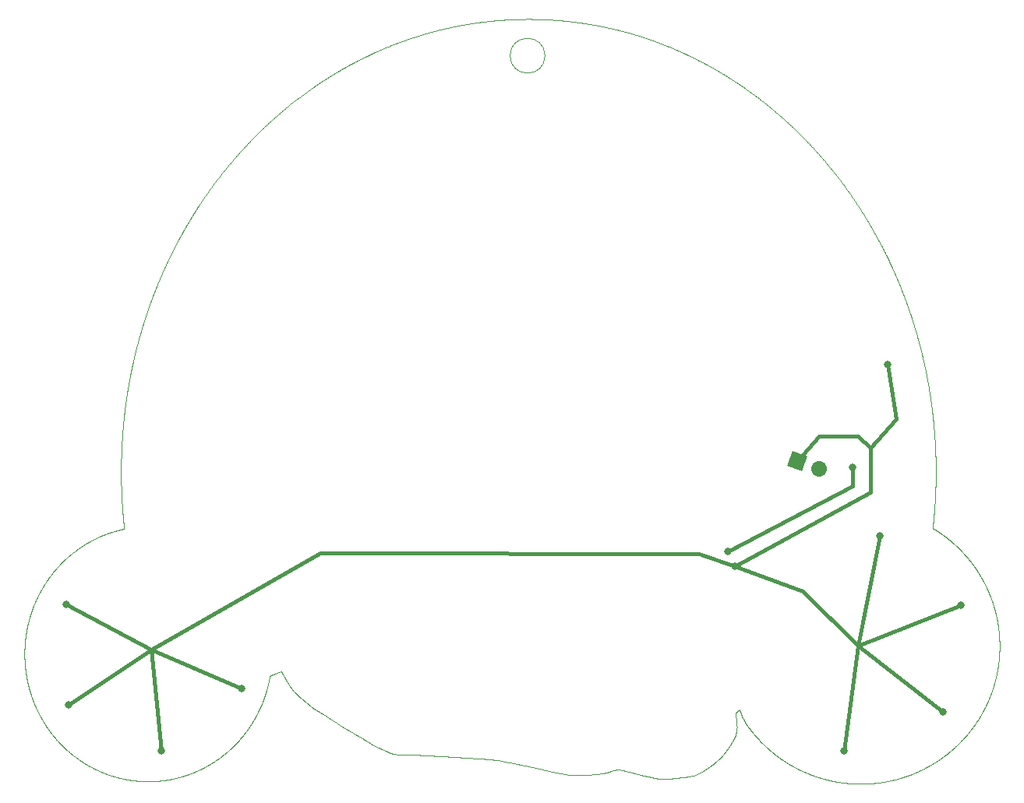
<source format=gbr>
G04 #@! TF.GenerationSoftware,KiCad,Pcbnew,(5.1.0)-1*
G04 #@! TF.CreationDate,2019-09-27T22:37:58-05:00*
G04 #@! TF.ProjectId,BSidesDFW_2019,42536964-6573-4444-9657-5f323031392e,rev?*
G04 #@! TF.SameCoordinates,Original*
G04 #@! TF.FileFunction,Copper,L2,Bot*
G04 #@! TF.FilePolarity,Positive*
%FSLAX46Y46*%
G04 Gerber Fmt 4.6, Leading zero omitted, Abs format (unit mm)*
G04 Created by KiCad (PCBNEW (5.1.0)-1) date 2019-09-27 22:37:58*
%MOMM*%
%LPD*%
G04 APERTURE LIST*
G04 #@! TA.AperFunction,NonConductor*
%ADD10C,0.050000*%
G04 #@! TD*
G04 #@! TA.AperFunction,NonConductor*
%ADD11C,0.015200*%
G04 #@! TD*
G04 #@! TA.AperFunction,ComponentPad*
%ADD12C,1.700000*%
G04 #@! TD*
G04 #@! TA.AperFunction,Conductor*
%ADD13C,0.100000*%
G04 #@! TD*
G04 #@! TA.AperFunction,Conductor*
%ADD14C,1.700000*%
G04 #@! TD*
G04 #@! TA.AperFunction,ViaPad*
%ADD15C,0.800000*%
G04 #@! TD*
G04 #@! TA.AperFunction,Conductor*
%ADD16C,0.450000*%
G04 #@! TD*
G04 APERTURE END LIST*
D10*
X113205020Y-55514980D02*
G75*
G03X113205020Y-55514980I-1895020J0D01*
G01*
D11*
X119313265Y-52317211D02*
X119252268Y-52305023D01*
X120546300Y-52584830D02*
X120496186Y-52573160D01*
X120224702Y-52511112D02*
X120164146Y-52497542D01*
X120746543Y-52632138D02*
X120696514Y-52620217D01*
X120696514Y-52620217D02*
X120646463Y-52608358D01*
X118456708Y-52155028D02*
X118395312Y-52144143D01*
X118579414Y-52177079D02*
X118518075Y-52166007D01*
X118640725Y-52188244D02*
X118579414Y-52177079D01*
X118702008Y-52199503D02*
X118640725Y-52188244D01*
X118763262Y-52210856D02*
X118702008Y-52199503D01*
X118824488Y-52222301D02*
X118763262Y-52210856D01*
X120596392Y-52596563D02*
X120546300Y-52584830D01*
X118885685Y-52233840D02*
X118824488Y-52222301D01*
X118946854Y-52245471D02*
X118885685Y-52233840D01*
X119739426Y-52405120D02*
X119678633Y-52392285D01*
X119069106Y-52269013D02*
X119007994Y-52257196D01*
X119617811Y-52379542D02*
X119556960Y-52366891D01*
X119130189Y-52280924D02*
X119069106Y-52269013D01*
X121195865Y-52742242D02*
X121146025Y-52729759D01*
X119252268Y-52305023D02*
X119191243Y-52292927D01*
X119435171Y-52341866D02*
X119374232Y-52329492D01*
X121146025Y-52729759D02*
X121096163Y-52717338D01*
X119496080Y-52354332D02*
X119435171Y-52341866D01*
X119860922Y-52431067D02*
X119800189Y-52418047D01*
X120846540Y-52656168D02*
X120796552Y-52644122D01*
X119800189Y-52418047D02*
X119739426Y-52405120D01*
X120345723Y-52538527D02*
X120285227Y-52524774D01*
X120042946Y-52470676D02*
X119982301Y-52457381D01*
X120496186Y-52573160D02*
X120446053Y-52561553D01*
X120946453Y-52680448D02*
X120896507Y-52668277D01*
X120103561Y-52484063D02*
X120042946Y-52470676D01*
X120164146Y-52497542D02*
X120103561Y-52484063D01*
X120285227Y-52524774D02*
X120224702Y-52511112D01*
X120996377Y-52692682D02*
X120946453Y-52680448D01*
X119191243Y-52292927D02*
X119130189Y-52280924D01*
X121096163Y-52717338D02*
X121046281Y-52704979D01*
X119556960Y-52366891D02*
X119496080Y-52354332D01*
X119374232Y-52329492D02*
X119313265Y-52317211D01*
X121046281Y-52704979D02*
X120996377Y-52692682D01*
X118333484Y-52133280D02*
X118271627Y-52122513D01*
X119007994Y-52257196D02*
X118946854Y-52245471D01*
X121245684Y-52754788D02*
X121195865Y-52742242D01*
X118518075Y-52166007D02*
X118456708Y-52155028D01*
X120646463Y-52608358D02*
X120596392Y-52596563D01*
X120896507Y-52668277D02*
X120846540Y-52656168D01*
X120796552Y-52644122D02*
X120746543Y-52632138D01*
X119982301Y-52457381D02*
X119921626Y-52444178D01*
X118395312Y-52144143D02*
X118333484Y-52133280D01*
X119678633Y-52392285D02*
X119617811Y-52379542D01*
X119921626Y-52444178D02*
X119860922Y-52431067D01*
X120446053Y-52561553D02*
X120395898Y-52550009D01*
X120395898Y-52550009D02*
X120345723Y-52538527D01*
X125721375Y-54165737D02*
X125633310Y-54132394D01*
X125191744Y-53968688D02*
X125103184Y-53936549D01*
X125280222Y-54001027D02*
X125191744Y-53968688D01*
X122284484Y-53031894D02*
X122198687Y-53007880D01*
X123732723Y-53468361D02*
X123648080Y-53441220D01*
X124070597Y-53578743D02*
X123986233Y-53550875D01*
X124575294Y-53749752D02*
X124491355Y-53720799D01*
X125809357Y-54199279D02*
X125721375Y-54165737D01*
X123563368Y-53414261D02*
X123478587Y-53387485D01*
X121643465Y-52857394D02*
X121593818Y-52844351D01*
X121940897Y-52936952D02*
X121891380Y-52923538D01*
X121841840Y-52910185D02*
X121792279Y-52896895D01*
X123478587Y-53387485D02*
X123393737Y-53360891D01*
X125633310Y-54132394D02*
X125545162Y-54099252D01*
X125897255Y-54233021D02*
X125809357Y-54199279D01*
X124239112Y-53635023D02*
X124154890Y-53606793D01*
X122712471Y-53154745D02*
X122627007Y-53129805D01*
X122198687Y-53007880D02*
X122112823Y-52984051D01*
X123986233Y-53550875D02*
X123901800Y-53523189D01*
X122370215Y-53056094D02*
X122284484Y-53031894D01*
X122455879Y-53080479D02*
X122370215Y-53056094D01*
X123138773Y-53282209D02*
X123053648Y-53256348D01*
X124748128Y-53810013D02*
X124659161Y-53778885D01*
X124659161Y-53778885D02*
X124575294Y-53749752D01*
X125014542Y-53904612D02*
X124925819Y-53872877D01*
X121295481Y-52767397D02*
X121245684Y-52754788D01*
X123053648Y-53256348D02*
X122968456Y-53230671D01*
X123393737Y-53360891D02*
X123308817Y-53334480D01*
X126160445Y-54335442D02*
X126072799Y-54301103D01*
X123223829Y-53308253D02*
X123138773Y-53282209D01*
X121693092Y-52870499D02*
X121643465Y-52857394D01*
X121345257Y-52780067D02*
X121295481Y-52767397D01*
X125985069Y-54266962D02*
X125897255Y-54233021D01*
X121444746Y-52805594D02*
X121395012Y-52792800D01*
X121544149Y-52831370D02*
X121494458Y-52818451D01*
X122627007Y-53129805D02*
X122541477Y-53105049D01*
X126072799Y-54301103D02*
X125985069Y-54266962D01*
X121792279Y-52896895D02*
X121742696Y-52883666D01*
X125368618Y-54033568D02*
X125280222Y-54001027D01*
X126248007Y-54369980D02*
X126160445Y-54335442D01*
X122112823Y-52984051D02*
X122026893Y-52960408D01*
X121593818Y-52844351D02*
X121544149Y-52831370D01*
X122026893Y-52960408D02*
X121940897Y-52936952D01*
X123817296Y-53495684D02*
X123732723Y-53468361D01*
X123308817Y-53334480D02*
X123223829Y-53308253D01*
X123648080Y-53441220D02*
X123563368Y-53414261D01*
X125545162Y-54099252D02*
X125456931Y-54066310D01*
X121742696Y-52883666D02*
X121693092Y-52870499D01*
X124323264Y-53663435D02*
X124239112Y-53635023D01*
X121891380Y-52923538D02*
X121841840Y-52910185D01*
X122797867Y-53179869D02*
X122712471Y-53154745D01*
X125103184Y-53936549D02*
X125014542Y-53904612D01*
X124837014Y-53841344D02*
X124748128Y-53810013D01*
X122968456Y-53230671D02*
X122883195Y-53205178D01*
X125456931Y-54066310D02*
X125368618Y-54033568D01*
X121395012Y-52792800D02*
X121345257Y-52780067D01*
X124154890Y-53606793D02*
X124070597Y-53578743D01*
X121494458Y-52818451D02*
X121444746Y-52805594D01*
X124407345Y-53692027D02*
X124323264Y-53663435D01*
X122883195Y-53205178D02*
X122797867Y-53179869D01*
X124925819Y-53872877D02*
X124837014Y-53841344D01*
X122541477Y-53105049D02*
X122455879Y-53080479D01*
X123901800Y-53523189D02*
X123817296Y-53495684D01*
X124491355Y-53720799D02*
X124407345Y-53692027D01*
X126771592Y-54581364D02*
X126684541Y-54545639D01*
X127741769Y-54995376D02*
X127695684Y-54975045D01*
X128017741Y-55118528D02*
X127971810Y-55097864D01*
X128384272Y-55285834D02*
X128338546Y-55264727D01*
X128930963Y-55543408D02*
X128885549Y-55521641D01*
X129355427Y-55750118D02*
X129294932Y-55720295D01*
X126858557Y-54617285D02*
X126771592Y-54581364D01*
X127603440Y-54934551D02*
X127557279Y-54914388D01*
X129657190Y-55900695D02*
X129596933Y-55870386D01*
X128338546Y-55264727D02*
X128292794Y-55243676D01*
X126945435Y-54653403D02*
X126858557Y-54617285D01*
X127032227Y-54689718D02*
X126945435Y-54653403D01*
X128063648Y-55139247D02*
X128017741Y-55118528D01*
X127292082Y-54799838D02*
X127205551Y-54762935D01*
X127378526Y-54836935D02*
X127292082Y-54799838D01*
X127833862Y-55036204D02*
X127787828Y-55015762D01*
X127925853Y-55077255D02*
X127879870Y-55056702D01*
X127879870Y-55056702D02*
X127833862Y-55036204D01*
X128521296Y-55349485D02*
X128475647Y-55328213D01*
X128566919Y-55370812D02*
X128521296Y-55349485D01*
X128109528Y-55160022D02*
X128063648Y-55139247D01*
X129294932Y-55720295D02*
X129234388Y-55690569D01*
X128794642Y-55478273D02*
X128749150Y-55456671D01*
X129052475Y-55601979D02*
X128991742Y-55572644D01*
X129113160Y-55631411D02*
X129052475Y-55601979D01*
X129234388Y-55690569D02*
X129173798Y-55660941D01*
X129476276Y-55810057D02*
X129415875Y-55780039D01*
X127464883Y-54874228D02*
X127378526Y-54836935D01*
X127557279Y-54914388D02*
X127511094Y-54894280D01*
X129536628Y-55840173D02*
X129476276Y-55810057D01*
X129173798Y-55660941D02*
X129113160Y-55631411D01*
X128612515Y-55392195D02*
X128566919Y-55370812D01*
X127695684Y-54975045D02*
X127649575Y-54954770D01*
X127787828Y-55015762D02*
X127741769Y-54995376D01*
X129957752Y-56053699D02*
X129897736Y-56022905D01*
X127971810Y-55097864D02*
X127925853Y-55077255D01*
X128840109Y-55499930D02*
X128794642Y-55478273D01*
X128703631Y-55435124D02*
X128658086Y-55413632D01*
X129596933Y-55870386D02*
X129536628Y-55840173D01*
X129777559Y-55961606D02*
X129717399Y-55931102D01*
X129897736Y-56022905D02*
X129837672Y-55992207D01*
X129415875Y-55780039D02*
X129355427Y-55750118D01*
X129717399Y-55931102D02*
X129657190Y-55900695D01*
X129837672Y-55992207D02*
X129777559Y-55961606D01*
X127649575Y-54954770D02*
X127603440Y-54934551D01*
X128201212Y-55201738D02*
X128155383Y-55180853D01*
X126422876Y-54439650D02*
X126335484Y-54404716D01*
X126335484Y-54404716D02*
X126248007Y-54369980D01*
X126510183Y-54474782D02*
X126422876Y-54439650D01*
X126597405Y-54510112D02*
X126510183Y-54474782D01*
X128658086Y-55413632D02*
X128612515Y-55392195D01*
X126684541Y-54545639D02*
X126597405Y-54510112D01*
X128991742Y-55572644D02*
X128930963Y-55543408D01*
X127118932Y-54726229D02*
X127032227Y-54689718D01*
X127205551Y-54762935D02*
X127118932Y-54726229D01*
X128429973Y-55306996D02*
X128384272Y-55285834D01*
X127511094Y-54894280D02*
X127464883Y-54874228D01*
X128155383Y-55180853D02*
X128109528Y-55160022D01*
X128247016Y-55222679D02*
X128201212Y-55201738D01*
X128749150Y-55456671D02*
X128703631Y-55435124D01*
X128475647Y-55328213D02*
X128429973Y-55306996D01*
X128885549Y-55521641D02*
X128840109Y-55499930D01*
X130017720Y-56084590D02*
X129957752Y-56053699D01*
X128292794Y-55243676D02*
X128247016Y-55222679D01*
X133263514Y-57945234D02*
X133197632Y-57903628D01*
X133788025Y-58282445D02*
X133722709Y-58239870D01*
X131574879Y-56930067D02*
X131509487Y-56892851D01*
X133853269Y-58325140D02*
X133788025Y-58282445D01*
X132290011Y-57347132D02*
X132225318Y-57308636D01*
X133460736Y-58070780D02*
X133395066Y-58028810D01*
X133526336Y-58112871D02*
X133460736Y-58070780D01*
X133918441Y-58367955D02*
X133853269Y-58325140D01*
X132030853Y-57193845D02*
X131965904Y-57155813D01*
X131444033Y-56855753D02*
X131378516Y-56818772D01*
X130077639Y-56115577D02*
X130017720Y-56084590D01*
X131705473Y-57004849D02*
X131640208Y-56967400D01*
X130918153Y-56563196D02*
X130852139Y-56527157D01*
X133591865Y-58155083D02*
X133526336Y-58112871D01*
X132548144Y-57502269D02*
X132483707Y-57463311D01*
X134113529Y-58497122D02*
X134048572Y-58453947D01*
X130137510Y-56146661D02*
X130077639Y-56115577D01*
X131900891Y-57117897D02*
X131835815Y-57080098D01*
X132483707Y-57463311D02*
X132419206Y-57424469D01*
X133722709Y-58239870D02*
X133657322Y-58197416D01*
X134048572Y-58453947D02*
X133983542Y-58410891D01*
X130197332Y-56177841D02*
X130137510Y-56146661D01*
X131115824Y-56672021D02*
X131049996Y-56635628D01*
X132933404Y-57738425D02*
X132869356Y-57698779D01*
X130555237Y-56366941D02*
X130495709Y-56335184D01*
X133197632Y-57903628D02*
X133131680Y-57862145D01*
X130257105Y-56209118D02*
X130197332Y-56177841D01*
X132805244Y-57659247D02*
X132741066Y-57619831D01*
X131770676Y-57042415D02*
X131705473Y-57004849D01*
X132354641Y-57385743D02*
X132290011Y-57347132D01*
X130316829Y-56240491D02*
X130257105Y-56209118D01*
X130376505Y-56271959D02*
X130316829Y-56240491D01*
X131378516Y-56818772D02*
X131312937Y-56781908D01*
X130614716Y-56398793D02*
X130555237Y-56366941D01*
X130733526Y-56462784D02*
X130674146Y-56430741D01*
X131640208Y-56967400D02*
X131574879Y-56930067D01*
X132225318Y-57308636D02*
X132160560Y-57270256D01*
X132869356Y-57698779D02*
X132805244Y-57659247D01*
X133395066Y-58028810D02*
X133329325Y-57986961D01*
X131965904Y-57155813D02*
X131900891Y-57117897D01*
X133065658Y-57820783D02*
X132999566Y-57779543D01*
X133131680Y-57862145D02*
X133065658Y-57820783D01*
X130436131Y-56303524D02*
X130376505Y-56271959D01*
X131509487Y-56892851D02*
X131444033Y-56855753D01*
X130495709Y-56335184D02*
X130436131Y-56303524D01*
X130674146Y-56430741D02*
X130614716Y-56398793D01*
X132419206Y-57424469D02*
X132354641Y-57385743D01*
X133983542Y-58410891D02*
X133918441Y-58367955D01*
X130792857Y-56494922D02*
X130733526Y-56462784D01*
X130852139Y-56527157D02*
X130792857Y-56494922D01*
X133329325Y-57986961D02*
X133263514Y-57945234D01*
X133657322Y-58197416D02*
X133591865Y-58155083D01*
X132612516Y-57541341D02*
X132548144Y-57502269D01*
X130984105Y-56599353D02*
X130918153Y-56563196D01*
X131312937Y-56781908D02*
X131247295Y-56745161D01*
X131049996Y-56635628D02*
X130984105Y-56599353D01*
X131181591Y-56708532D02*
X131115824Y-56672021D01*
X132160560Y-57270256D02*
X132095738Y-57231993D01*
X132741066Y-57619831D02*
X132676823Y-57580528D01*
X131247295Y-56745161D02*
X131181591Y-56708532D01*
X131835815Y-57080098D02*
X131770676Y-57042415D01*
X132095738Y-57231993D02*
X132030853Y-57193845D01*
X132676823Y-57580528D02*
X132612516Y-57541341D01*
X132999566Y-57779543D02*
X132933404Y-57738425D01*
X135680303Y-59590633D02*
X135620188Y-59546782D01*
X136809466Y-60443710D02*
X136750660Y-60397875D01*
X137200116Y-60752232D02*
X137131949Y-60697887D01*
X135379048Y-59372436D02*
X135318595Y-59329114D01*
X137741968Y-61192018D02*
X137674578Y-61136559D01*
X135015319Y-59114102D02*
X134951380Y-59069261D01*
X135076108Y-59156891D02*
X135015319Y-59114102D01*
X135439434Y-59415863D02*
X135379048Y-59372436D01*
X136632838Y-60306515D02*
X136573822Y-60260990D01*
X137674578Y-61136559D02*
X137607089Y-61081238D01*
X134178415Y-58540418D02*
X134113529Y-58497122D01*
X135136830Y-59199787D02*
X135076108Y-59156891D01*
X137268187Y-60806718D02*
X137200116Y-60752232D01*
X135258074Y-59285899D02*
X135197485Y-59242790D01*
X135800330Y-59678651D02*
X135740351Y-59634589D01*
X136039565Y-59855949D02*
X135979859Y-59811467D01*
X137063685Y-60643681D02*
X136995325Y-60589615D01*
X136926869Y-60535690D02*
X136868203Y-60489649D01*
X137943554Y-61359226D02*
X137876457Y-61303352D01*
X138010552Y-61415238D02*
X137943554Y-61359226D01*
X136995325Y-60589615D02*
X136926869Y-60535690D01*
X137336161Y-60861343D02*
X137268187Y-60806718D01*
X134243228Y-58583833D02*
X134178415Y-58540418D01*
X134501758Y-58758688D02*
X134437234Y-58714796D01*
X134372638Y-58671022D02*
X134307969Y-58627368D01*
X134759124Y-58935448D02*
X134694892Y-58891080D01*
X134437234Y-58714796D02*
X134372638Y-58671022D01*
X135560004Y-59503036D02*
X135499753Y-59459397D01*
X135979859Y-59811467D02*
X135920085Y-59767090D01*
X136099203Y-59900536D02*
X136039565Y-59855949D01*
X136573822Y-60260990D02*
X136514737Y-60215569D01*
X138077452Y-61471387D02*
X138010552Y-61415238D01*
X134630587Y-58846830D02*
X134566209Y-58802700D01*
X135499753Y-59459397D02*
X135439434Y-59415863D01*
X136396359Y-60125039D02*
X136337066Y-60079930D01*
X136455583Y-60170252D02*
X136396359Y-60125039D01*
X136750660Y-60397875D02*
X136691784Y-60352143D01*
X134951380Y-59069261D02*
X134887368Y-59024538D01*
X135620188Y-59546782D02*
X135560004Y-59503036D01*
X137131949Y-60697887D02*
X137063685Y-60643681D01*
X134694892Y-58891080D02*
X134630587Y-58846830D01*
X136158772Y-59945228D02*
X136099203Y-59900536D01*
X136337066Y-60079930D02*
X136277703Y-60034925D01*
X136868203Y-60489649D02*
X136809466Y-60443710D01*
X136691784Y-60352143D02*
X136632838Y-60306515D01*
X137471819Y-60971012D02*
X137404039Y-60916108D01*
X135740351Y-59634589D02*
X135680303Y-59590633D01*
X134307969Y-58627368D02*
X134243228Y-58583833D01*
X134566209Y-58802700D02*
X134501758Y-58758688D01*
X134887368Y-59024538D02*
X134823283Y-58979934D01*
X138144253Y-61527674D02*
X138077452Y-61471387D01*
X135197485Y-59242790D02*
X135136830Y-59199787D01*
X135860241Y-59722818D02*
X135800330Y-59678651D01*
X134823283Y-58979934D02*
X134759124Y-58935448D01*
X135318595Y-59329114D02*
X135258074Y-59285899D01*
X137809262Y-61247616D02*
X137741968Y-61192018D01*
X136277703Y-60034925D02*
X136218272Y-59990024D01*
X135920085Y-59767090D02*
X135860241Y-59722818D01*
X136218272Y-59990024D02*
X136158772Y-59945228D01*
X137404039Y-60916108D02*
X137336161Y-60861343D01*
X137876457Y-61303352D02*
X137809262Y-61247616D01*
X136514737Y-60215569D02*
X136455583Y-60170252D01*
X137539503Y-61026056D02*
X137471819Y-60971012D01*
X137607089Y-61081238D02*
X137539503Y-61026056D01*
X141444407Y-64604999D02*
X141383007Y-64541991D01*
X140893746Y-64048275D02*
X140834294Y-63989277D01*
X140174019Y-63348075D02*
X140113425Y-63290495D01*
X141198164Y-64353731D02*
X141136336Y-64291233D01*
X140052736Y-63233035D02*
X139991953Y-63175694D01*
X140535598Y-63696050D02*
X140475573Y-63637758D01*
X140655364Y-63812987D02*
X140595529Y-63754460D01*
X141871196Y-65049604D02*
X141810550Y-64985710D01*
X141627964Y-64794785D02*
X141566886Y-64731396D01*
X141074401Y-64228864D02*
X141012361Y-64166622D01*
X138210956Y-61584098D02*
X138144253Y-61527674D01*
X141321499Y-64479110D02*
X141259885Y-64416357D01*
X138344063Y-61697357D02*
X138277559Y-61640659D01*
X138410468Y-61754192D02*
X138344063Y-61697357D01*
X140595529Y-63754460D02*
X140535598Y-63696050D01*
X138675090Y-61982893D02*
X138609085Y-61925513D01*
X138740995Y-62040408D02*
X138675090Y-61982893D01*
X138806800Y-62098058D02*
X138740995Y-62040408D01*
X141505700Y-64668134D02*
X141444407Y-64604999D01*
X138872505Y-62155844D02*
X138806800Y-62098058D01*
X138938108Y-62213765D02*
X138872505Y-62155844D01*
X139069012Y-62330012D02*
X139003611Y-62271821D01*
X140774747Y-63930396D02*
X140715103Y-63871633D01*
X139131190Y-62385543D02*
X139069012Y-62330012D01*
X139809041Y-63004388D02*
X139747883Y-62947526D01*
X140234520Y-63405774D02*
X140174019Y-63348075D01*
X139193275Y-62441196D02*
X139131190Y-62385543D01*
X139255269Y-62496970D02*
X139193275Y-62441196D01*
X141383007Y-64541991D02*
X141321499Y-64479110D01*
X141931733Y-65113623D02*
X141871196Y-65049604D01*
X139378978Y-62608883D02*
X139317170Y-62552866D01*
X139440695Y-62665022D02*
X139378978Y-62608883D01*
X141012361Y-64166622D02*
X140953102Y-64107390D01*
X139563849Y-62777661D02*
X139502318Y-62721281D01*
X139625287Y-62834162D02*
X139563849Y-62777661D01*
X142112692Y-65306435D02*
X142052482Y-65242039D01*
X140294925Y-63463592D02*
X140234520Y-63405774D01*
X140415452Y-63579584D02*
X140355236Y-63521529D01*
X141810550Y-64985710D02*
X141749796Y-64921942D01*
X141259885Y-64416357D02*
X141198164Y-64353731D01*
X141566886Y-64731396D02*
X141505700Y-64668134D01*
X139502318Y-62721281D02*
X139440695Y-62665022D01*
X141136336Y-64291233D02*
X141074401Y-64228864D01*
X142052482Y-65242039D02*
X141992162Y-65177769D01*
X138277559Y-61640659D02*
X138210956Y-61584098D01*
X139747883Y-62947526D02*
X139686631Y-62890784D01*
X138476773Y-61811163D02*
X138410468Y-61754192D01*
X138542979Y-61868270D02*
X138476773Y-61811163D01*
X138609085Y-61925513D02*
X138542979Y-61868270D01*
X139003611Y-62271821D02*
X138938108Y-62213765D01*
X139317170Y-62552866D02*
X139255269Y-62496970D01*
X139686631Y-62890784D02*
X139625287Y-62834162D01*
X140113425Y-63290495D02*
X140052736Y-63233035D01*
X139870105Y-63061370D02*
X139809041Y-63004388D01*
X140953102Y-64107390D02*
X140893746Y-64048275D01*
X139931076Y-63118472D02*
X139870105Y-63061370D01*
X141992162Y-65177769D02*
X141931733Y-65113623D01*
X141749796Y-64921942D02*
X141688934Y-64858300D01*
X140834294Y-63989277D02*
X140774747Y-63930396D01*
X139991953Y-63175694D02*
X139931076Y-63118472D01*
X140355236Y-63521529D02*
X140294925Y-63463592D01*
X140475573Y-63637758D02*
X140415452Y-63579584D01*
X141688934Y-64858300D02*
X141627964Y-64794785D01*
X140715103Y-63871633D02*
X140655364Y-63812987D01*
X80289479Y-65740167D02*
X80233542Y-65801736D01*
X78327366Y-68038591D02*
X78265746Y-68115727D01*
X79396624Y-66749642D02*
X79332602Y-66824283D01*
X80457876Y-65556121D02*
X80401646Y-65617359D01*
X78389130Y-67961601D02*
X78327366Y-68038591D01*
X79679589Y-66423435D02*
X79624739Y-66486202D01*
X79268720Y-66899072D02*
X79204977Y-66974009D01*
X78575278Y-67731500D02*
X78513086Y-67808055D01*
X79460785Y-66675151D02*
X79396624Y-66749642D01*
X78637612Y-67655091D02*
X78575278Y-67731500D01*
X78700088Y-67578828D02*
X78637612Y-67655091D01*
X78825465Y-67426741D02*
X78762706Y-67502711D01*
X79789589Y-66298225D02*
X79734539Y-66360776D01*
X78888365Y-67350917D02*
X78825465Y-67426741D01*
X79077911Y-67124329D02*
X79014588Y-67199711D01*
X79204977Y-66974009D02*
X79141374Y-67049095D01*
X79569988Y-66549077D02*
X79515336Y-66612060D01*
X80066321Y-65987101D02*
X80010777Y-66049108D01*
X80233542Y-65801736D02*
X80177703Y-65863415D01*
X80627151Y-65373067D02*
X80570629Y-65433974D01*
X79515336Y-66612060D02*
X79460785Y-66675151D01*
X79624739Y-66486202D02*
X79569988Y-66549077D01*
X79955331Y-66111224D02*
X79899985Y-66173449D01*
X79734539Y-66360776D02*
X79679589Y-66423435D01*
X80177703Y-65863415D02*
X80121963Y-65925203D01*
X80854209Y-65130548D02*
X80797299Y-65191011D01*
X80911215Y-65070197D02*
X80854209Y-65130548D01*
X80968317Y-65009957D02*
X80911215Y-65070197D01*
X79844737Y-66235782D02*
X79789589Y-66298225D01*
X81140200Y-64829908D02*
X81082810Y-64889812D01*
X80345514Y-65678708D02*
X80289479Y-65740167D01*
X80740486Y-65251585D02*
X80683770Y-65312271D01*
X79899985Y-66173449D02*
X79844737Y-66235782D01*
X80514204Y-65494992D02*
X80457876Y-65556121D01*
X80797299Y-65191011D02*
X80740486Y-65251585D01*
X80683770Y-65312271D02*
X80627151Y-65373067D01*
X78204268Y-68193006D02*
X78142934Y-68270430D01*
X78265746Y-68115727D02*
X78204268Y-68193006D01*
X79141374Y-67049095D02*
X79077911Y-67124329D01*
X81082810Y-64889812D02*
X81025515Y-64949829D01*
X78762706Y-67502711D02*
X78700088Y-67578828D01*
X78451037Y-67884755D02*
X78389130Y-67961601D01*
X78513086Y-67808055D02*
X78451037Y-67884755D01*
X81025515Y-64949829D02*
X80968317Y-65009957D01*
X78951406Y-67275240D02*
X78888365Y-67350917D01*
X79014588Y-67199711D02*
X78951406Y-67275240D01*
X80010777Y-66049108D02*
X79955331Y-66111224D01*
X79332602Y-66824283D02*
X79268720Y-66899072D01*
X80121963Y-65925203D02*
X80066321Y-65987101D01*
X80570629Y-65433974D02*
X80514204Y-65494992D01*
X80401646Y-65617359D02*
X80345514Y-65678708D01*
X84484235Y-61674833D02*
X84419300Y-61730321D01*
X84679611Y-61509151D02*
X84614391Y-61564247D01*
X82522600Y-63448625D02*
X82461261Y-63507496D01*
X85007121Y-61235639D02*
X84941431Y-61290078D01*
X82400020Y-63566490D02*
X82338877Y-63625606D01*
X82954705Y-63039975D02*
X82892684Y-63097983D01*
X83203755Y-62809185D02*
X83141348Y-62866696D01*
X84419300Y-61730321D02*
X84354459Y-61785941D01*
X84289713Y-61841690D02*
X84225063Y-61897569D01*
X84875835Y-61344649D02*
X84810333Y-61399352D01*
X82645572Y-63331252D02*
X82584037Y-63389877D01*
X85138782Y-61127157D02*
X85072905Y-61181332D01*
X81197687Y-64770116D02*
X81140200Y-64829908D01*
X81913638Y-64042833D02*
X81853286Y-64102922D01*
X84354459Y-61785941D02*
X84289713Y-61841690D01*
X83456755Y-62578203D02*
X83393359Y-62635757D01*
X81255269Y-64710437D02*
X81197687Y-64770116D01*
X81314618Y-64649146D02*
X81255269Y-64710437D01*
X82830760Y-63156115D02*
X82768933Y-63214371D01*
X81374068Y-64587975D02*
X81314618Y-64649146D01*
X83393359Y-62635757D02*
X83330060Y-62693439D01*
X82095290Y-63863291D02*
X82034640Y-63923017D01*
X84549266Y-61619475D02*
X84484235Y-61674833D01*
X83839173Y-62235567D02*
X83775195Y-62292352D01*
X81553023Y-64405179D02*
X81493271Y-64465991D01*
X84096050Y-62009718D02*
X84031687Y-62065986D01*
X81433619Y-64526923D02*
X81374068Y-64587975D01*
X83711313Y-62349266D02*
X83647528Y-62406308D01*
X82707204Y-63272749D02*
X82645572Y-63331252D01*
X83266858Y-62751248D02*
X83203755Y-62809185D01*
X81493271Y-64465991D02*
X81433619Y-64526923D01*
X82338877Y-63625606D02*
X82277832Y-63684844D01*
X84810333Y-61399352D02*
X84744925Y-61454186D01*
X81612876Y-64344487D02*
X81553023Y-64405179D01*
X81732881Y-64223463D02*
X81672829Y-64283915D01*
X82584037Y-63389877D02*
X82522600Y-63448625D01*
X82892684Y-63097983D02*
X82830760Y-63156115D01*
X83775195Y-62292352D02*
X83711313Y-62349266D01*
X83141348Y-62866696D02*
X83079037Y-62924331D01*
X85072905Y-61181332D02*
X85007121Y-61235639D01*
X83967419Y-62122384D02*
X83903248Y-62178911D01*
X84031687Y-62065986D02*
X83967419Y-62122384D01*
X82461261Y-63507496D02*
X82400020Y-63566490D01*
X84941431Y-61290078D02*
X84875835Y-61344649D01*
X81672829Y-64283915D02*
X81612876Y-64344487D01*
X81793034Y-64163132D02*
X81732881Y-64223463D01*
X81853286Y-64102922D02*
X81793034Y-64163132D01*
X83330060Y-62693439D02*
X83266858Y-62751248D01*
X81974090Y-63982864D02*
X81913638Y-64042833D01*
X82034640Y-63923017D02*
X81974090Y-63982864D01*
X82156039Y-63803687D02*
X82095290Y-63863291D01*
X84225063Y-61897569D02*
X84160509Y-61953579D01*
X83520249Y-62520777D02*
X83456755Y-62578203D01*
X82277832Y-63684844D02*
X82216886Y-63744205D01*
X84744925Y-61454186D02*
X84679611Y-61509151D01*
X82216886Y-63744205D02*
X82156039Y-63803687D01*
X83079037Y-62924331D02*
X83016823Y-62982091D01*
X83647528Y-62406308D02*
X83583840Y-62463478D01*
X84614391Y-61564247D02*
X84549266Y-61619475D01*
X82768933Y-63214371D02*
X82707204Y-63272749D01*
X83016823Y-62982091D02*
X82954705Y-63039975D01*
X83583840Y-62463478D02*
X83520249Y-62520777D01*
X83903248Y-62178911D02*
X83839173Y-62235567D01*
X84160509Y-61953579D02*
X84096050Y-62009718D01*
X88219667Y-58813674D02*
X88176517Y-58843261D01*
X89045684Y-58261695D02*
X89001919Y-58290261D01*
X89308946Y-58091436D02*
X89264989Y-58119677D01*
X87958261Y-58994088D02*
X87869398Y-59056058D01*
X85865286Y-60543362D02*
X85779911Y-60610686D01*
X87427212Y-59369311D02*
X87339203Y-59432639D01*
X87515364Y-59306208D02*
X87427212Y-59369311D01*
X88047266Y-58932345D02*
X87958261Y-58994088D01*
X88914485Y-58347557D02*
X88870816Y-58376285D01*
X85204752Y-61073115D02*
X85138782Y-61127157D01*
X85355288Y-60950575D02*
X85270815Y-61019205D01*
X86208272Y-60276259D02*
X86122303Y-60342705D01*
X89352935Y-58063250D02*
X89308946Y-58091436D01*
X87603659Y-59243331D02*
X87515364Y-59306208D01*
X88306064Y-58754658D02*
X88262849Y-58784139D01*
X88479250Y-58637269D02*
X88435904Y-58666536D01*
X89221064Y-58147972D02*
X89177171Y-58176321D01*
X89133310Y-58204725D02*
X89089481Y-58233183D01*
X86122303Y-60342705D02*
X86036482Y-60409371D01*
X87780677Y-59118255D02*
X87692097Y-59180680D01*
X89177171Y-58176321D02*
X89133310Y-58204725D01*
X85270815Y-61019205D02*
X85204752Y-61073115D01*
X85439912Y-60882163D02*
X85355288Y-60950575D01*
X86727179Y-59882220D02*
X86640328Y-59947339D01*
X85779911Y-60610686D02*
X85694686Y-60678228D01*
X87076039Y-59623974D02*
X86988606Y-59688200D01*
X85950809Y-60476257D02*
X85865286Y-60543362D01*
X86553623Y-60012680D02*
X86467064Y-60078243D01*
X88133401Y-58872903D02*
X88090317Y-58902597D01*
X88435904Y-58666536D02*
X88392591Y-58695856D01*
X88870816Y-58376285D02*
X88827179Y-58405068D01*
X88522627Y-58608056D02*
X88479250Y-58637269D01*
X86640328Y-59947339D02*
X86553623Y-60012680D01*
X88090317Y-58902597D02*
X88047266Y-58932345D01*
X88740003Y-58462795D02*
X88696463Y-58491740D01*
X88783575Y-58433905D02*
X88740003Y-58462795D01*
X89001919Y-58290261D02*
X88958186Y-58318882D01*
X87339203Y-59432639D02*
X87251338Y-59496193D01*
X88176517Y-58843261D02*
X88133401Y-58872903D01*
X89264989Y-58119677D02*
X89221064Y-58147972D01*
X86901319Y-59752650D02*
X86814176Y-59817324D01*
X86988606Y-59688200D02*
X86901319Y-59752650D01*
X88696463Y-58491740D02*
X88652956Y-58520738D01*
X89089481Y-58233183D02*
X89045684Y-58261695D01*
X88566038Y-58578896D02*
X88522627Y-58608056D01*
X88958186Y-58318882D02*
X88914485Y-58347557D01*
X88262849Y-58784139D02*
X88219667Y-58813674D01*
X86036482Y-60409371D02*
X85950809Y-60476257D01*
X85524686Y-60813967D02*
X85439912Y-60882163D01*
X86294388Y-60210033D02*
X86208272Y-60276259D01*
X87251338Y-59496193D02*
X87163616Y-59559971D01*
X87692097Y-59180680D02*
X87603659Y-59243331D01*
X88349311Y-58725230D02*
X88306064Y-58754658D01*
X85609611Y-60745989D02*
X85524686Y-60813967D01*
X85694686Y-60678228D02*
X85609611Y-60745989D01*
X86380652Y-60144027D02*
X86294388Y-60210033D01*
X88652956Y-58520738D02*
X88609480Y-58549790D01*
X86467064Y-60078243D02*
X86380652Y-60144027D01*
X86814176Y-59817324D02*
X86727179Y-59882220D01*
X87163616Y-59559971D02*
X87076039Y-59623974D01*
X88392591Y-58695856D02*
X88349311Y-58725230D01*
X87869398Y-59056058D02*
X87780677Y-59118255D01*
X88609480Y-58549790D02*
X88566038Y-58578896D01*
X88827179Y-58405068D02*
X88783575Y-58433905D01*
X91510009Y-56770115D02*
X91475878Y-56789256D01*
X91955241Y-56524176D02*
X91920892Y-56542902D01*
X91339523Y-56866140D02*
X91305477Y-56885440D01*
X91203440Y-56943530D02*
X91169462Y-56962957D01*
X90581323Y-57305827D02*
X90533402Y-57334319D01*
X91237436Y-56924135D02*
X91203440Y-56943530D01*
X91169462Y-56962957D02*
X91135501Y-56982415D01*
X90485516Y-57362875D02*
X90437665Y-57391494D01*
X90821454Y-57164321D02*
X90773358Y-57192495D01*
X91271448Y-56904772D02*
X91237436Y-56924135D01*
X91680916Y-56674885D02*
X91646701Y-56693867D01*
X89488108Y-57977103D02*
X89441007Y-58007041D01*
X89818828Y-57769283D02*
X89771474Y-57798784D01*
X89866217Y-57739845D02*
X89818828Y-57769283D01*
X91544157Y-56751005D02*
X91510009Y-56770115D01*
X89913642Y-57710469D02*
X89866217Y-57739845D01*
X90008599Y-57651907D02*
X89961102Y-57681157D01*
X90103699Y-57593596D02*
X90056131Y-57622720D01*
X90151302Y-57564535D02*
X90103699Y-57593596D01*
X91749397Y-56637016D02*
X91715148Y-56655934D01*
X90342069Y-57448921D02*
X90294324Y-57477730D01*
X90437665Y-57391494D02*
X90389849Y-57420176D01*
X90533402Y-57334319D02*
X90485516Y-57362875D01*
X90677270Y-57249034D02*
X90629279Y-57277399D01*
X91135501Y-56982415D02*
X91101557Y-57001906D01*
X91373587Y-56846871D02*
X91339523Y-56866140D01*
X91612503Y-56712881D02*
X91578321Y-56731927D01*
X91920892Y-56542902D02*
X91886559Y-56561661D01*
X90725296Y-57220733D02*
X90677270Y-57249034D01*
X90773358Y-57192495D02*
X90725296Y-57220733D01*
X91033720Y-57040980D02*
X90999827Y-57060565D01*
X91578321Y-56731927D02*
X91544157Y-56751005D01*
X91852244Y-56580452D02*
X91817945Y-56599275D01*
X91715148Y-56655934D02*
X91680916Y-56674885D01*
X91989607Y-56505481D02*
X91955241Y-56524176D01*
X90917751Y-57108164D02*
X90869585Y-57136210D01*
X90999827Y-57060565D02*
X90965951Y-57080181D01*
X91407667Y-56827634D02*
X91373587Y-56846871D01*
X91783662Y-56618129D02*
X91749397Y-56637016D01*
X91475878Y-56789256D02*
X91441764Y-56808429D01*
X91646701Y-56693867D02*
X91612503Y-56712881D01*
X90629279Y-57277399D02*
X90581323Y-57305827D01*
X90869585Y-57136210D02*
X90821454Y-57164321D01*
X90965951Y-57080181D02*
X90917751Y-57108164D01*
X91101557Y-57001906D02*
X91067630Y-57021427D01*
X91817945Y-56599275D02*
X91783662Y-56618129D01*
X89396955Y-58035118D02*
X89352935Y-58063250D01*
X89441007Y-58007041D02*
X89396955Y-58035118D01*
X89535246Y-57947227D02*
X89488108Y-57977103D01*
X89582420Y-57917413D02*
X89535246Y-57947227D01*
X89961102Y-57681157D02*
X89913642Y-57710469D01*
X90294324Y-57477730D02*
X90246615Y-57506602D01*
X91305477Y-56885440D02*
X91271448Y-56904772D01*
X89629629Y-57887662D02*
X89582420Y-57917413D01*
X89676875Y-57857974D02*
X89629629Y-57887662D01*
X89724157Y-57828347D02*
X89676875Y-57857974D01*
X89771474Y-57798784D02*
X89724157Y-57828347D01*
X90056131Y-57622720D02*
X90008599Y-57651907D01*
X90198941Y-57535537D02*
X90151302Y-57564535D01*
X90246615Y-57506602D02*
X90198941Y-57535537D01*
X91441764Y-56808429D02*
X91407667Y-56827634D01*
X91886559Y-56561661D02*
X91852244Y-56580452D01*
X91067630Y-57021427D02*
X91033720Y-57040980D01*
X90389849Y-57420176D02*
X90342069Y-57448921D01*
X93370055Y-55787968D02*
X93346155Y-55799844D01*
X93777499Y-55588407D02*
X93753473Y-55600024D01*
X92915112Y-56017304D02*
X92879215Y-56035695D01*
X93226765Y-55859454D02*
X93202910Y-55871422D01*
X93465731Y-55740615D02*
X93441801Y-55752430D01*
X93441801Y-55752430D02*
X93417878Y-55764261D01*
X92023989Y-56486818D02*
X91989607Y-56505481D01*
X92058388Y-56468187D02*
X92023989Y-56486818D01*
X92093883Y-56449006D02*
X92058388Y-56468187D01*
X92129396Y-56429860D02*
X92093883Y-56449006D01*
X93825575Y-55565221D02*
X93801534Y-55576806D01*
X92200474Y-56391668D02*
X92164926Y-56410747D01*
X93753473Y-55600024D02*
X93729454Y-55611655D01*
X93897743Y-55530555D02*
X93873680Y-55542095D01*
X93393963Y-55776107D02*
X93370055Y-55787968D01*
X92271623Y-56353614D02*
X92236040Y-56372624D01*
X92342843Y-56315696D02*
X92307224Y-56334638D01*
X92378478Y-56296789D02*
X92342843Y-56315696D01*
X92414132Y-56277916D02*
X92378478Y-56296789D01*
X92449803Y-56259077D02*
X92414132Y-56277916D01*
X92485492Y-56240273D02*
X92449803Y-56259077D01*
X92951027Y-55998947D02*
X92915112Y-56017304D01*
X93681437Y-55634965D02*
X93657440Y-55646643D01*
X92592662Y-56184066D02*
X92556921Y-56202767D01*
X92879215Y-56035695D02*
X92843335Y-56054121D01*
X93657440Y-55646643D02*
X93633451Y-55658336D01*
X92664196Y-56146766D02*
X92628420Y-56165399D01*
X92771627Y-56091075D02*
X92735800Y-56109604D01*
X92807473Y-56072581D02*
X92771627Y-56091075D01*
X93513614Y-55717030D02*
X93489669Y-55728815D01*
X93921814Y-55519031D02*
X93897743Y-55530555D01*
X92986958Y-55980626D02*
X92951027Y-55998947D01*
X93022907Y-55962338D02*
X92986958Y-55980626D01*
X93130857Y-55907685D02*
X93094857Y-55925868D01*
X93274498Y-55835565D02*
X93250628Y-55847502D01*
X93346155Y-55799844D02*
X93322262Y-55811736D01*
X93561526Y-55693506D02*
X93537566Y-55705261D01*
X93166875Y-55889536D02*
X93130857Y-55907685D01*
X93202910Y-55871422D02*
X93166875Y-55889536D01*
X93849624Y-55553650D02*
X93825575Y-55565221D01*
X93585494Y-55681768D02*
X93561526Y-55693506D01*
X93250628Y-55847502D02*
X93226765Y-55859454D01*
X93873680Y-55542095D02*
X93849624Y-55553650D01*
X93633451Y-55658336D02*
X93609468Y-55670044D01*
X92307224Y-56334638D02*
X92271623Y-56353614D01*
X93609468Y-55670044D02*
X93585494Y-55681768D01*
X93801534Y-55576806D02*
X93777499Y-55588407D01*
X92628420Y-56165399D02*
X92592662Y-56184066D01*
X92556921Y-56202767D02*
X92521198Y-56221503D01*
X92843335Y-56054121D02*
X92807473Y-56072581D01*
X92735800Y-56109604D02*
X92699989Y-56128168D01*
X93705442Y-55623303D02*
X93681437Y-55634965D01*
X92521198Y-56221503D02*
X92485492Y-56240273D01*
X93417878Y-55764261D02*
X93393963Y-55776107D01*
X93537566Y-55705261D02*
X93513614Y-55717030D01*
X93489669Y-55728815D02*
X93465731Y-55740615D01*
X92164926Y-56410747D02*
X92129396Y-56429860D01*
X93729454Y-55611655D02*
X93705442Y-55623303D01*
X92236040Y-56372624D02*
X92200474Y-56391668D01*
X93094857Y-55925868D02*
X93058873Y-55944086D01*
X92699989Y-56128168D02*
X92664196Y-56146766D01*
X93322262Y-55811736D02*
X93298376Y-55823643D01*
X93058873Y-55944086D02*
X93022907Y-55962338D01*
X93298376Y-55823643D02*
X93274498Y-55835565D01*
X96148054Y-54533100D02*
X96072976Y-54563827D01*
X96298402Y-54472086D02*
X96223196Y-54502520D01*
X96750962Y-54292576D02*
X96675378Y-54322126D01*
X94233347Y-55371581D02*
X94200378Y-55387036D01*
X94762685Y-55128214D02*
X94729500Y-55143208D01*
X94895556Y-55068530D02*
X94862318Y-55083408D01*
X95177051Y-54943929D02*
X95102812Y-54976548D01*
X96223196Y-54502520D02*
X96148054Y-54533100D01*
X94696329Y-55158231D02*
X94663172Y-55173282D01*
X97281792Y-54089878D02*
X97205773Y-54118389D01*
X94266329Y-55356154D02*
X94233347Y-55371581D01*
X94663172Y-55173282D02*
X94630027Y-55188362D01*
X96826608Y-54263174D02*
X96750962Y-54292576D01*
X96072976Y-54563827D02*
X95997961Y-54594701D01*
X94365358Y-55310046D02*
X94332335Y-55325387D01*
X94962071Y-55038863D02*
X94928807Y-55053682D01*
X96599857Y-54351823D02*
X96524399Y-54381668D01*
X96449003Y-54411660D02*
X96373671Y-54441800D01*
X94862318Y-55083408D02*
X94829094Y-55098314D01*
X94530675Y-55233777D02*
X94497585Y-55248973D01*
X96524399Y-54381668D02*
X96449003Y-54411660D01*
X96902317Y-54233921D02*
X96826608Y-54263174D01*
X95325723Y-54879126D02*
X95251354Y-54911455D01*
X95251354Y-54911455D02*
X95177051Y-54943929D01*
X95549221Y-54783008D02*
X95474656Y-54814902D01*
X93945892Y-55507522D02*
X93921814Y-55519031D01*
X94497585Y-55248973D02*
X94464508Y-55264198D01*
X94630027Y-55188362D02*
X94596897Y-55203472D01*
X93969978Y-55496028D02*
X93945892Y-55507522D01*
X94563779Y-55218610D02*
X94530675Y-55233777D01*
X94002851Y-55480372D02*
X93969978Y-55496028D01*
X94035738Y-55464744D02*
X94002851Y-55480372D01*
X94068639Y-55449145D02*
X94035738Y-55464744D01*
X94101553Y-55433575D02*
X94068639Y-55449145D01*
X94134481Y-55418033D02*
X94101553Y-55433575D01*
X94167423Y-55402520D02*
X94134481Y-55418033D01*
X94332335Y-55325387D02*
X94299325Y-55340756D01*
X94200378Y-55387036D02*
X94167423Y-55402520D01*
X95848124Y-54656886D02*
X95773301Y-54688198D01*
X96675378Y-54322126D02*
X96599857Y-54351823D01*
X94299325Y-55340756D02*
X94266329Y-55356154D01*
X94596897Y-55203472D02*
X94563779Y-55218610D01*
X94795882Y-55113250D02*
X94762685Y-55128214D01*
X96373671Y-54441800D02*
X96298402Y-54472086D01*
X94729500Y-55143208D02*
X94696329Y-55158231D01*
X97053921Y-54175858D02*
X96978088Y-54204815D01*
X95997961Y-54594701D02*
X95923010Y-54625720D01*
X94398394Y-55294735D02*
X94365358Y-55310046D01*
X94995349Y-55024072D02*
X94962071Y-55038863D01*
X94431444Y-55279452D02*
X94398394Y-55294735D01*
X94464508Y-55264198D02*
X94431444Y-55279452D01*
X95623850Y-54751259D02*
X95549221Y-54783008D01*
X95400157Y-54846941D02*
X95325723Y-54879126D01*
X94829094Y-55098314D02*
X94795882Y-55113250D01*
X95923010Y-54625720D02*
X95848124Y-54656886D01*
X94928807Y-55053682D02*
X94895556Y-55068530D01*
X95028640Y-55009311D02*
X94995349Y-55024072D01*
X95102812Y-54976548D02*
X95028640Y-55009311D01*
X95474656Y-54814902D02*
X95400157Y-54846941D01*
X95698543Y-54719656D02*
X95623850Y-54751259D01*
X96978088Y-54204815D02*
X96902317Y-54233921D01*
X95773301Y-54688198D02*
X95698543Y-54719656D01*
X97129816Y-54147049D02*
X97053921Y-54175858D01*
X97205773Y-54118389D02*
X97129816Y-54147049D01*
X102406393Y-52549918D02*
X102317992Y-52570310D01*
X101613124Y-52740464D02*
X101525311Y-52762607D01*
X100563774Y-53018894D02*
X100476768Y-53043344D01*
X102053178Y-52632659D02*
X101965036Y-52653832D01*
X100302960Y-53092815D02*
X100216160Y-53117837D01*
X100389830Y-53067984D02*
X100302960Y-53092815D01*
X101087240Y-52876217D02*
X100999827Y-52899517D01*
X101262269Y-52830195D02*
X101174721Y-52853110D01*
X102671979Y-52489914D02*
X102583387Y-52509719D01*
X101876960Y-52675199D02*
X101788949Y-52696760D01*
X97357872Y-54061515D02*
X97281792Y-54089878D01*
X102229656Y-52590898D02*
X102141384Y-52611681D01*
X97434013Y-54033302D02*
X97357872Y-54061515D01*
X97517146Y-54002694D02*
X97434013Y-54033302D01*
X101174721Y-52853110D02*
X101087240Y-52876217D01*
X97600351Y-53972264D02*
X97517146Y-54002694D01*
X97683629Y-53942011D02*
X97600351Y-53972264D01*
X97766979Y-53911937D02*
X97683629Y-53942011D01*
X102494858Y-52529721D02*
X102406393Y-52549918D01*
X97933896Y-53852325D02*
X97850402Y-53882042D01*
X98101100Y-53793428D02*
X98017462Y-53822787D01*
X98184809Y-53764248D02*
X98101100Y-53793428D01*
X101437564Y-52784943D02*
X101349883Y-52807472D01*
X98520358Y-53649326D02*
X98436364Y-53677787D01*
X100044126Y-53168050D02*
X99958890Y-53193235D01*
X100650849Y-52994636D02*
X100563774Y-53018894D01*
X99110276Y-53455159D02*
X99025793Y-53482354D01*
X98688556Y-53592945D02*
X98604422Y-53621045D01*
X102317992Y-52570310D02*
X102229656Y-52590898D01*
X99194829Y-53428146D02*
X99110276Y-53455159D01*
X98857035Y-53537287D02*
X98772760Y-53565026D01*
X99025793Y-53482354D02*
X98941379Y-53509730D01*
X101788949Y-52696760D02*
X101701004Y-52718515D01*
X99279451Y-53401315D02*
X99194829Y-53428146D01*
X99788622Y-53244157D02*
X99703590Y-53269893D01*
X99533729Y-53321914D02*
X99448901Y-53348198D01*
X99703590Y-53269893D02*
X99618625Y-53295812D01*
X100737992Y-52970569D02*
X100650849Y-52994636D01*
X100912481Y-52923009D02*
X100825203Y-52946693D01*
X102141384Y-52611681D02*
X102053178Y-52632659D01*
X102583387Y-52509719D02*
X102494858Y-52529721D01*
X99448901Y-53348198D02*
X99364141Y-53374665D01*
X99618625Y-53295812D02*
X99533729Y-53321914D01*
X101965036Y-52653832D02*
X101876960Y-52675199D01*
X97850402Y-53882042D02*
X97766979Y-53911937D01*
X99958890Y-53193235D02*
X99873722Y-53218605D01*
X98017462Y-53822787D02*
X97933896Y-53852325D01*
X98268590Y-53735248D02*
X98184809Y-53764248D01*
X98352442Y-53706427D02*
X98268590Y-53735248D01*
X98436364Y-53677787D02*
X98352442Y-53706427D01*
X98604422Y-53621045D02*
X98520358Y-53649326D01*
X98772760Y-53565026D02*
X98688556Y-53592945D01*
X100476768Y-53043344D02*
X100389830Y-53067984D01*
X98941379Y-53509730D02*
X98857035Y-53537287D01*
X101701004Y-52718515D02*
X101613124Y-52740464D01*
X99364141Y-53374665D02*
X99279451Y-53401315D01*
X99873722Y-53218605D02*
X99788622Y-53244157D01*
X100129428Y-53143048D02*
X100044126Y-53168050D01*
X101525311Y-52762607D02*
X101437564Y-52784943D01*
X100216160Y-53117837D02*
X100129428Y-53143048D01*
X100825203Y-52946693D02*
X100737992Y-52970569D01*
X100999827Y-52899517D02*
X100912481Y-52923009D01*
X102760636Y-52470305D02*
X102671979Y-52489914D01*
X101349883Y-52807472D02*
X101262269Y-52830195D01*
X106945308Y-51779445D02*
X106886380Y-51786037D01*
X105482873Y-51969255D02*
X105397276Y-51982066D01*
X107417547Y-51729792D02*
X107358439Y-51735697D01*
X105055406Y-52035118D02*
X104970069Y-52048833D01*
X104629250Y-52105494D02*
X104544177Y-52120108D01*
X106650894Y-51813264D02*
X106592080Y-51820285D01*
X105140795Y-52021584D02*
X105055406Y-52035118D01*
X107004259Y-51772937D02*
X106945308Y-51779445D01*
X106474522Y-51834581D02*
X106415777Y-51841857D01*
X102849356Y-52450892D02*
X102760636Y-52470305D01*
X102938140Y-52431675D02*
X102849356Y-52450892D01*
X103022169Y-52413682D02*
X102938140Y-52431675D01*
X103106255Y-52395865D02*
X103022169Y-52413682D01*
X104714375Y-52091059D02*
X104629250Y-52105494D01*
X103358849Y-52343473D02*
X103274595Y-52360760D01*
X106768591Y-51799480D02*
X106709731Y-51806329D01*
X105654222Y-51944179D02*
X105568522Y-51956626D01*
X105888123Y-51911170D02*
X105829612Y-51919295D01*
X103190397Y-52378225D02*
X103106255Y-52395865D01*
X103274595Y-52360760D02*
X103190397Y-52378225D01*
X104884785Y-52062728D02*
X104799553Y-52076803D01*
X103865537Y-52243471D02*
X103780951Y-52259694D01*
X107122229Y-51760181D02*
X107063232Y-51766516D01*
X107063232Y-51766516D02*
X107004259Y-51772937D01*
X107299353Y-51741689D02*
X107240289Y-51747767D01*
X104204425Y-52180360D02*
X104119621Y-52195870D01*
X103443159Y-52326363D02*
X103358849Y-52343473D01*
X103696420Y-52276095D02*
X103611945Y-52292673D01*
X105311730Y-51995057D02*
X105226236Y-52008230D01*
X105829612Y-51919295D02*
X105771125Y-51927505D01*
X106415777Y-51841857D02*
X106357055Y-51849219D01*
X105946657Y-51903129D02*
X105888123Y-51911170D01*
X103527524Y-52309429D02*
X103443159Y-52326363D01*
X105226236Y-52008230D02*
X105140795Y-52021584D01*
X106239682Y-51864197D02*
X106181030Y-51871814D01*
X106298357Y-51856665D02*
X106239682Y-51864197D01*
X106592080Y-51820285D02*
X106533290Y-51827390D01*
X103780951Y-52259694D02*
X103696420Y-52276095D01*
X104459159Y-52134902D02*
X104374194Y-52149876D01*
X105397276Y-51982066D02*
X105311730Y-51995057D01*
X104034872Y-52211558D02*
X103950177Y-52227425D01*
X104119621Y-52195870D02*
X104034872Y-52211558D01*
X103611945Y-52292673D02*
X103527524Y-52309429D01*
X106181030Y-51871814D02*
X106122402Y-51879515D01*
X106005215Y-51895173D02*
X105946657Y-51903129D01*
X106533290Y-51827390D02*
X106474522Y-51834581D01*
X105568522Y-51956626D02*
X105482873Y-51969255D01*
X104374194Y-52149876D02*
X104289282Y-52165028D01*
X106827474Y-51792716D02*
X106768591Y-51799480D01*
X104799553Y-52076803D02*
X104714375Y-52091059D01*
X105712662Y-51935800D02*
X105654222Y-51944179D01*
X107358439Y-51735697D02*
X107299353Y-51741689D01*
X107181248Y-51753931D02*
X107122229Y-51760181D01*
X103950177Y-52227425D02*
X103865537Y-52243471D01*
X104289282Y-52165028D02*
X104204425Y-52180360D01*
X106122402Y-51879515D02*
X106063797Y-51887301D01*
X106709731Y-51806329D02*
X106650894Y-51813264D01*
X104544177Y-52120108D02*
X104459159Y-52134902D01*
X106886380Y-51786037D02*
X106827474Y-51792716D01*
X105771125Y-51927505D02*
X105712662Y-51935800D01*
X107240289Y-51747767D02*
X107181248Y-51753931D01*
X104970069Y-52048833D02*
X104884785Y-52062728D01*
X106063797Y-51887301D02*
X106005215Y-51895173D01*
X106357055Y-51849219D02*
X106298357Y-51856665D01*
X108392419Y-51645098D02*
X108351527Y-51648170D01*
X110987937Y-51535314D02*
X110910891Y-51536170D01*
X108515158Y-51636127D02*
X108474235Y-51639076D01*
X109835605Y-51563412D02*
X109759043Y-51566443D01*
X110526137Y-51542635D02*
X110449282Y-51544364D01*
X109376729Y-51583758D02*
X109300367Y-51587652D01*
X107535831Y-51718238D02*
X107476678Y-51723972D01*
X107739366Y-51699186D02*
X107698638Y-51702915D01*
X107657921Y-51706684D02*
X107617214Y-51710495D01*
X107780105Y-51695498D02*
X107739366Y-51699186D01*
X107943162Y-51681155D02*
X107902382Y-51684680D01*
X107820854Y-51691851D02*
X107780105Y-51695498D01*
X107861613Y-51688245D02*
X107820854Y-51691851D01*
X107902382Y-51684680D02*
X107861613Y-51688245D01*
X111065014Y-51534603D02*
X110987937Y-51535314D01*
X107983952Y-51677672D02*
X107943162Y-51681155D01*
X108024753Y-51674230D02*
X107983952Y-51677672D01*
X108065564Y-51670829D02*
X108024753Y-51674230D01*
X108147216Y-51664149D02*
X108106385Y-51667469D01*
X108228910Y-51657634D02*
X108188058Y-51660871D01*
X108310644Y-51651284D02*
X108269772Y-51654438D01*
X109912200Y-51560525D02*
X109835605Y-51563412D01*
X108351527Y-51648170D02*
X108310644Y-51651284D01*
X108433322Y-51642066D02*
X108392419Y-51645098D01*
X108637988Y-51627528D02*
X108597035Y-51630353D01*
X109759043Y-51566443D02*
X109682513Y-51569619D01*
X108556091Y-51633219D02*
X108515158Y-51636127D01*
X108719924Y-51622001D02*
X108678951Y-51624744D01*
X108801901Y-51616640D02*
X108760908Y-51619300D01*
X108842905Y-51614021D02*
X108801901Y-51616640D01*
X108919063Y-51609269D02*
X108842905Y-51614021D01*
X109147743Y-51595869D02*
X109071482Y-51600193D01*
X110065489Y-51555184D02*
X109988828Y-51557783D01*
X110295668Y-51548258D02*
X110218909Y-51550422D01*
X110679944Y-51539612D02*
X110603024Y-51541051D01*
X110910891Y-51536170D02*
X110833877Y-51537171D01*
X109300367Y-51587652D02*
X109224038Y-51591689D01*
X109988828Y-51557783D02*
X109912200Y-51560525D01*
X109606017Y-51572938D02*
X109529554Y-51576401D01*
X108760908Y-51619300D02*
X108719924Y-51622001D01*
X110372459Y-51546238D02*
X110295668Y-51548258D01*
X109529554Y-51576401D02*
X109453125Y-51580008D01*
X110449282Y-51544364D02*
X110372459Y-51546238D01*
X110603024Y-51541051D02*
X110526137Y-51542635D01*
X108678951Y-51624744D02*
X108637988Y-51627528D01*
X108106385Y-51667469D02*
X108065564Y-51670829D01*
X107617214Y-51710495D02*
X107576517Y-51714346D01*
X109224038Y-51591689D02*
X109147743Y-51595869D01*
X109071482Y-51600193D02*
X108995256Y-51604660D01*
X109682513Y-51569619D02*
X109606017Y-51572938D01*
X109453125Y-51580008D02*
X109376729Y-51583758D01*
X107476678Y-51723972D02*
X107417547Y-51729792D01*
X107576517Y-51714346D02*
X107535831Y-51718238D01*
X108995256Y-51604660D02*
X108919063Y-51609269D01*
X111142123Y-51534040D02*
X111065014Y-51534603D01*
X107698638Y-51702915D02*
X107657921Y-51706684D01*
X108188058Y-51660871D02*
X108147216Y-51664149D01*
X108269772Y-51654438D02*
X108228910Y-51657634D01*
X108474235Y-51639076D02*
X108433322Y-51642066D01*
X110218909Y-51550422D02*
X110142183Y-51552731D01*
X108597035Y-51630353D02*
X108556091Y-51633219D01*
X110833877Y-51537171D02*
X110756894Y-51538319D01*
X110142183Y-51552731D02*
X110065489Y-51555184D01*
X110756894Y-51538319D02*
X110679944Y-51539612D01*
X111571389Y-51533573D02*
X111560031Y-51533527D01*
X111338888Y-51533262D02*
X111335622Y-51533267D01*
X111605458Y-51533730D02*
X111594102Y-51533675D01*
X111316026Y-51533303D02*
X111312761Y-51533310D01*
X111639520Y-51533916D02*
X111628167Y-51533851D01*
X111387885Y-51533218D02*
X111384618Y-51533219D01*
X111548673Y-51533484D02*
X111537314Y-51533444D01*
X111319292Y-51533297D02*
X111316026Y-51533303D01*
X111525954Y-51533408D02*
X111514594Y-51533375D01*
X111345420Y-51533252D02*
X111342154Y-51533257D01*
X111374818Y-51533224D02*
X111371551Y-51533226D01*
X111335622Y-51533267D02*
X111332356Y-51533272D01*
X111355219Y-51533240D02*
X111351952Y-51533244D01*
X111514594Y-51533375D02*
X111503233Y-51533344D01*
X111368285Y-51533228D02*
X111365018Y-51533231D01*
X111322558Y-51533290D02*
X111319292Y-51533297D01*
X111412321Y-51533217D02*
X111400954Y-51533216D01*
X111325824Y-51533284D02*
X111322558Y-51533290D01*
X111582746Y-51533622D02*
X111571389Y-51533573D01*
X111391152Y-51533217D02*
X111387885Y-51533218D01*
X111394419Y-51533216D02*
X111391152Y-51533217D01*
X111348686Y-51533248D02*
X111345420Y-51533252D01*
X111384618Y-51533219D02*
X111381351Y-51533220D01*
X111469146Y-51533273D02*
X111457782Y-51533255D01*
X111673577Y-51534130D02*
X111662225Y-51534055D01*
X111594102Y-51533675D02*
X111582746Y-51533622D01*
X111457782Y-51533255D02*
X111446418Y-51533241D01*
X111503233Y-51533344D02*
X111491871Y-51533317D01*
X111351952Y-51533244D02*
X111348686Y-51533248D01*
X111480509Y-51533294D02*
X111469146Y-51533273D01*
X111358485Y-51533237D02*
X111355219Y-51533240D01*
X111365018Y-51533231D02*
X111361752Y-51533234D01*
X111718977Y-51534459D02*
X111707628Y-51534372D01*
X111730325Y-51534549D02*
X111718977Y-51534459D01*
X111741672Y-51534643D02*
X111730325Y-51534549D01*
X111378085Y-51533222D02*
X111374818Y-51533224D01*
X111400954Y-51533216D02*
X111397686Y-51533216D01*
X111381351Y-51533220D02*
X111378085Y-51533222D01*
X111696278Y-51534288D02*
X111684928Y-51534207D01*
X111491871Y-51533317D02*
X111480509Y-51533294D01*
X111616812Y-51533789D02*
X111605458Y-51533730D01*
X111650873Y-51533984D02*
X111639520Y-51533916D01*
X111707628Y-51534372D02*
X111696278Y-51534288D01*
X111560031Y-51533527D02*
X111548673Y-51533484D01*
X111684928Y-51534207D02*
X111673577Y-51534130D01*
X111537314Y-51533444D02*
X111525954Y-51533408D01*
X111342154Y-51533257D02*
X111338888Y-51533262D01*
X111219262Y-51533622D02*
X111142123Y-51534040D01*
X111296433Y-51533350D02*
X111219262Y-51533622D01*
X111361752Y-51533234D02*
X111358485Y-51533237D01*
X111306229Y-51533325D02*
X111302964Y-51533333D01*
X111329090Y-51533278D02*
X111325824Y-51533284D01*
X111423687Y-51533222D02*
X111412321Y-51533217D01*
X111371551Y-51533226D02*
X111368285Y-51533228D01*
X111446418Y-51533241D02*
X111435053Y-51533230D01*
X111299698Y-51533342D02*
X111296433Y-51533350D01*
X111302964Y-51533333D02*
X111299698Y-51533342D01*
X111332356Y-51533272D02*
X111329090Y-51533278D01*
X111309495Y-51533318D02*
X111306229Y-51533325D01*
X111312761Y-51533310D02*
X111309495Y-51533318D01*
X111435053Y-51533230D02*
X111423687Y-51533222D01*
X111662225Y-51534055D02*
X111650873Y-51533984D01*
X111397686Y-51533216D02*
X111394419Y-51533216D01*
X111628167Y-51533851D02*
X111616812Y-51533789D01*
X112468791Y-51547253D02*
X112440665Y-51546523D01*
X113370940Y-51581081D02*
X113300528Y-51577714D01*
X112299972Y-51543162D02*
X112271821Y-51542548D01*
X112553141Y-51549562D02*
X112525029Y-51548773D01*
X112581250Y-51550370D02*
X112553141Y-51549562D01*
X114423664Y-51646158D02*
X114353688Y-51640973D01*
X111753019Y-51534739D02*
X111741672Y-51534643D01*
X111792593Y-51535101D02*
X111764366Y-51534839D01*
X111849037Y-51535684D02*
X111820817Y-51535383D01*
X113511680Y-51588180D02*
X113441324Y-51584570D01*
X114143580Y-51626141D02*
X114073485Y-51621439D01*
X112496912Y-51548003D02*
X112468791Y-51547253D01*
X113300528Y-51577714D02*
X113230087Y-51574469D01*
X113722574Y-51599742D02*
X113652305Y-51595767D01*
X114003361Y-51616857D02*
X113933208Y-51612396D01*
X111933670Y-51536705D02*
X111905463Y-51536345D01*
X114773101Y-51673890D02*
X114703273Y-51668103D01*
X111961872Y-51537085D02*
X111933670Y-51536705D01*
X112074640Y-51538798D02*
X112046455Y-51538340D01*
X114493611Y-51651464D02*
X114423664Y-51646158D01*
X114563528Y-51656890D02*
X114493611Y-51651464D01*
X113089120Y-51568345D02*
X113018595Y-51565467D01*
X114353688Y-51640973D02*
X114283681Y-51635908D01*
X112018265Y-51537902D02*
X111990071Y-51537484D01*
X112102822Y-51539275D02*
X112074640Y-51538798D01*
X113018595Y-51565467D02*
X112948041Y-51562711D01*
X112130999Y-51539772D02*
X112102822Y-51539275D01*
X112215505Y-51541379D02*
X112187341Y-51540824D01*
X112243665Y-51541954D02*
X112215505Y-51541379D01*
X112637453Y-51552045D02*
X112609354Y-51551198D01*
X113792814Y-51603839D02*
X113722574Y-51599742D01*
X112271821Y-51542548D02*
X112243665Y-51541954D01*
X112328119Y-51543795D02*
X112299972Y-51543162D01*
X112356262Y-51544448D02*
X112328119Y-51543795D01*
X112440665Y-51546523D02*
X112412535Y-51545812D01*
X112736213Y-51555177D02*
X112665548Y-51552912D01*
X114703273Y-51668103D02*
X114633416Y-51662437D01*
X112806850Y-51557566D02*
X112736213Y-51555177D01*
X113582006Y-51591913D02*
X113511680Y-51588180D01*
X113933208Y-51612396D02*
X113863026Y-51608057D01*
X114283681Y-51635908D02*
X114213645Y-51630964D01*
X112948041Y-51562711D02*
X112877460Y-51560077D01*
X113652305Y-51595767D02*
X113582006Y-51591913D01*
X114213645Y-51630964D02*
X114143580Y-51626141D01*
X111764366Y-51534839D02*
X111753019Y-51534739D01*
X112877460Y-51560077D02*
X112806850Y-51557566D01*
X113441324Y-51584570D02*
X113370940Y-51581081D01*
X111820817Y-51535383D02*
X111792593Y-51535101D01*
X111990071Y-51537484D02*
X111961872Y-51537085D01*
X113863026Y-51608057D02*
X113792814Y-51603839D01*
X111905463Y-51536345D02*
X111877252Y-51536005D01*
X113159618Y-51571346D02*
X113089120Y-51568345D01*
X112525029Y-51548773D02*
X112496912Y-51548003D01*
X114073485Y-51621439D02*
X114003361Y-51616857D01*
X112665548Y-51552912D02*
X112637453Y-51552045D01*
X112609354Y-51551198D02*
X112581250Y-51550370D01*
X111877252Y-51536005D02*
X111849037Y-51535684D01*
X113230087Y-51574469D02*
X113159618Y-51571346D01*
X112046455Y-51538340D02*
X112018265Y-51537902D01*
X112187341Y-51540824D02*
X112159172Y-51540288D01*
X112159172Y-51540288D02*
X112130999Y-51539772D01*
X112412535Y-51545812D02*
X112384401Y-51545120D01*
X114633416Y-51662437D02*
X114563528Y-51656890D01*
X112384401Y-51545120D02*
X112356262Y-51544448D01*
X118147828Y-52101263D02*
X118085886Y-52090781D01*
X117340412Y-51972438D02*
X117278110Y-51963199D01*
X116217538Y-51821212D02*
X116171126Y-51815655D01*
X115379947Y-51729354D02*
X115333281Y-51724759D01*
X117961918Y-52070102D02*
X117899893Y-52059906D01*
X115566473Y-51748270D02*
X115519862Y-51743461D01*
X115845840Y-51778250D02*
X115799314Y-51773120D01*
X116528375Y-51859842D02*
X116465723Y-51851857D01*
X118271627Y-52122513D02*
X118209741Y-52111841D01*
X114842898Y-51679797D02*
X114773101Y-51673890D01*
X116841235Y-51901218D02*
X116778717Y-51892749D01*
X115006231Y-51694099D02*
X114959455Y-51689934D01*
X115239907Y-51715730D02*
X115193200Y-51711297D01*
X116403044Y-51843970D02*
X116356690Y-51838201D01*
X116591000Y-51867923D02*
X116528375Y-51859842D01*
X115659651Y-51758050D02*
X115613069Y-51753133D01*
X115052994Y-51698318D02*
X115006231Y-51694099D01*
X115519862Y-51743461D02*
X115473238Y-51738705D01*
X116966192Y-51918445D02*
X116903727Y-51909783D01*
X117464934Y-51991205D02*
X117402687Y-51981774D01*
X115193200Y-51711297D02*
X115146478Y-51706916D01*
X115892352Y-51783434D02*
X115845840Y-51778250D01*
X115938850Y-51788671D02*
X115892352Y-51783434D01*
X116078258Y-51804702D02*
X116031803Y-51799305D01*
X118085886Y-52090781D02*
X118023916Y-52080394D01*
X117775757Y-52039799D02*
X117713648Y-52029889D01*
X116716171Y-51884377D02*
X116653599Y-51876102D01*
X117278110Y-51963199D02*
X117215781Y-51954055D01*
X114912665Y-51685823D02*
X114842898Y-51679797D01*
X115099743Y-51702590D02*
X115052994Y-51698318D01*
X116653599Y-51876102D02*
X116591000Y-51867923D01*
X117527154Y-52000732D02*
X117464934Y-51991205D01*
X117153424Y-51945008D02*
X117091041Y-51936057D01*
X116903727Y-51909783D02*
X116841235Y-51901218D01*
X117402687Y-51981774D02*
X117340412Y-51972438D01*
X114959455Y-51689934D02*
X114912665Y-51685823D01*
X117837839Y-52049804D02*
X117775757Y-52039799D01*
X116263936Y-51826822D02*
X116217538Y-51821212D01*
X117028630Y-51927203D02*
X116966192Y-51918445D01*
X116778717Y-51892749D02*
X116716171Y-51884377D01*
X117651511Y-52020074D02*
X117589346Y-52010355D01*
X118209741Y-52111841D02*
X118147828Y-52101263D01*
X115146478Y-51706916D02*
X115099743Y-51702590D01*
X115426600Y-51734003D02*
X115379947Y-51729354D01*
X115333281Y-51724759D02*
X115286601Y-51720218D01*
X117091041Y-51936057D02*
X117028630Y-51927203D01*
X116356690Y-51838201D02*
X116310320Y-51832485D01*
X115286601Y-51720218D02*
X115239907Y-51715730D01*
X115706220Y-51763020D02*
X115659651Y-51758050D01*
X115985334Y-51793961D02*
X115938850Y-51788671D01*
X117589346Y-52010355D02*
X117527154Y-52000732D01*
X116124699Y-51810152D02*
X116078258Y-51804702D01*
X118023916Y-52080394D02*
X117961918Y-52070102D01*
X115473238Y-51738705D02*
X115426600Y-51734003D01*
X116310320Y-51832485D02*
X116263936Y-51826822D01*
X115613069Y-51753133D02*
X115566473Y-51748270D01*
X115752774Y-51768043D02*
X115706220Y-51763020D01*
X115799314Y-51773120D02*
X115752774Y-51768043D01*
X116031803Y-51799305D02*
X115985334Y-51793961D01*
X117713648Y-52029889D02*
X117651511Y-52020074D01*
X116171126Y-51815655D02*
X116124699Y-51810152D01*
X117215781Y-51954055D02*
X117153424Y-51945008D01*
X117899893Y-52059906D02*
X117837839Y-52049804D01*
X116465723Y-51851857D02*
X116403044Y-51843970D01*
X67188666Y-103055667D02*
X67190626Y-103102187D01*
X67206514Y-103449874D02*
X67208562Y-103491485D01*
X67196737Y-103241680D02*
X67198630Y-103283337D01*
X67214894Y-103616264D02*
X67217066Y-103657839D01*
X67219269Y-103699404D02*
X67221503Y-103740960D01*
X67176035Y-102729712D02*
X67177723Y-102776310D01*
X67183020Y-102916039D02*
X67184863Y-102962593D01*
X67200554Y-103324985D02*
X67202510Y-103366624D01*
X67217066Y-103657839D02*
X67219269Y-103699404D01*
X67192624Y-103148696D02*
X67194661Y-103195194D01*
X67296175Y-104895446D02*
X67299688Y-104941873D01*
X67285867Y-104756091D02*
X67289264Y-104802555D01*
X67292700Y-104849007D02*
X67296175Y-104895446D01*
X67289264Y-104802555D02*
X67292700Y-104849007D01*
X67186745Y-103009136D02*
X67188666Y-103055667D01*
X67272666Y-104570114D02*
X67275908Y-104616627D01*
X67282509Y-104709615D02*
X67285867Y-104756091D01*
X67210642Y-103533087D02*
X67212752Y-103574680D01*
X67279189Y-104663127D02*
X67282509Y-104709615D01*
X67275908Y-104616627D02*
X67279189Y-104663127D01*
X67243002Y-104114545D02*
X67245545Y-104156008D01*
X67269816Y-104528746D02*
X67272666Y-104570114D01*
X67266996Y-104487369D02*
X67269816Y-104528746D01*
X67190626Y-103102187D02*
X67192624Y-103148696D01*
X67258721Y-104363179D02*
X67261449Y-104404585D01*
X67238008Y-104031591D02*
X67240490Y-104073073D01*
X67202510Y-103366624D02*
X67204496Y-103408253D01*
X67250723Y-104238905D02*
X67253358Y-104280339D01*
X67223769Y-103782506D02*
X67226065Y-103824044D01*
X67240490Y-104073073D02*
X67243002Y-104114545D01*
X67194661Y-103195194D02*
X67196737Y-103241680D01*
X67177723Y-102776310D02*
X67179450Y-102822898D01*
X67184863Y-102962593D02*
X67186745Y-103009136D01*
X67256024Y-104321764D02*
X67258721Y-104363179D01*
X67198630Y-103283337D02*
X67200554Y-103324985D01*
X67264207Y-104445982D02*
X67266996Y-104487369D01*
X67261449Y-104404585D02*
X67264207Y-104445982D01*
X67253358Y-104280339D02*
X67256024Y-104321764D01*
X67248118Y-104197461D02*
X67250723Y-104238905D01*
X67245545Y-104156008D02*
X67248118Y-104197461D01*
X67235558Y-103990101D02*
X67238008Y-104031591D01*
X67233138Y-103948600D02*
X67235558Y-103990101D01*
X67230750Y-103907091D02*
X67233138Y-103948600D01*
X67204496Y-103408253D02*
X67206514Y-103449874D01*
X67226065Y-103824044D02*
X67228392Y-103865572D01*
X67179450Y-102822898D02*
X67181216Y-102869474D01*
X67228392Y-103865572D02*
X67230750Y-103907091D01*
X67208562Y-103491485D02*
X67210642Y-103533087D01*
X67221503Y-103740960D02*
X67223769Y-103782506D01*
X67181216Y-102869474D02*
X67183020Y-102916039D01*
X67212752Y-103574680D02*
X67214894Y-103616264D01*
X67145600Y-101496530D02*
X67146037Y-101528056D01*
X67140678Y-100896625D02*
X67140777Y-100928241D01*
X67140462Y-100710365D02*
X67140454Y-100738473D01*
X67147964Y-101654113D02*
X67148490Y-101685616D01*
X67141026Y-100485632D02*
X67140906Y-100513711D01*
X67151370Y-101842251D02*
X67152317Y-101889057D01*
X67147456Y-101622606D02*
X67147964Y-101654113D01*
X67141537Y-101086253D02*
X67141743Y-101117841D01*
X67141027Y-100991460D02*
X67141179Y-101023062D01*
X67140906Y-100513711D02*
X67140801Y-100541793D01*
X67174386Y-102683102D02*
X67176035Y-102729712D01*
X67169673Y-102543207D02*
X67171205Y-102589850D01*
X67140483Y-100682260D02*
X67140462Y-100710365D01*
X67150463Y-101795434D02*
X67151370Y-101842251D01*
X67144779Y-101433463D02*
X67145181Y-101464998D01*
X67143351Y-101307271D02*
X67143681Y-101338826D01*
X67140463Y-100770113D02*
X67140490Y-100801748D01*
X67140535Y-100833378D02*
X67140598Y-100865004D01*
X67171205Y-102589850D02*
X67172776Y-102636482D01*
X67149034Y-101717113D02*
X67149595Y-101748606D01*
X67140490Y-100801748D02*
X67140535Y-100833378D01*
X67140518Y-100654159D02*
X67140483Y-100682260D01*
X67172776Y-102636482D02*
X67174386Y-102683102D01*
X67161297Y-102263119D02*
X67162595Y-102309828D01*
X67168179Y-102496553D02*
X67169673Y-102543207D01*
X67156494Y-102076175D02*
X67157636Y-102122927D01*
X67166725Y-102449888D02*
X67168179Y-102496553D01*
X67163933Y-102356525D02*
X67165309Y-102403212D01*
X67146492Y-101559578D02*
X67146965Y-101591094D01*
X67143681Y-101338826D02*
X67144029Y-101370376D01*
X67162595Y-102309828D02*
X67163933Y-102356525D01*
X67143038Y-101275711D02*
X67143351Y-101307271D01*
X67141743Y-101117841D02*
X67141966Y-101149425D01*
X67141179Y-101023062D02*
X67141349Y-101054660D01*
X67158817Y-102169669D02*
X67160037Y-102216399D01*
X67146965Y-101591094D02*
X67147456Y-101622606D01*
X67140777Y-100928241D02*
X67140893Y-100959853D01*
X67153302Y-101935853D02*
X67154327Y-101982637D01*
X67146037Y-101528056D02*
X67146492Y-101559578D01*
X67140454Y-100738473D02*
X67140463Y-100770113D01*
X67157636Y-102122927D02*
X67158817Y-102169669D01*
X67142743Y-101244147D02*
X67143038Y-101275711D01*
X67141966Y-101149425D02*
X67142207Y-101181003D01*
X67140598Y-100865004D02*
X67140678Y-100896625D01*
X67140893Y-100959853D02*
X67141027Y-100991460D01*
X67140631Y-100597969D02*
X67140568Y-100626062D01*
X67145181Y-101464998D02*
X67145600Y-101496530D01*
X67165309Y-102403212D02*
X67166725Y-102449888D01*
X67160037Y-102216399D02*
X67161297Y-102263119D01*
X67155391Y-102029411D02*
X67156494Y-102076175D01*
X67154327Y-101982637D02*
X67155391Y-102029411D01*
X67149595Y-101748606D02*
X67150463Y-101795434D01*
X67144395Y-101401922D02*
X67144779Y-101433463D01*
X67152317Y-101889057D02*
X67153302Y-101935853D01*
X67148490Y-101685616D02*
X67149034Y-101717113D01*
X67141161Y-100457557D02*
X67141026Y-100485632D01*
X67142207Y-101181003D02*
X67142466Y-101212577D01*
X67141349Y-101054660D02*
X67141537Y-101086253D01*
X67144029Y-101370376D02*
X67144395Y-101401922D01*
X67140568Y-100626062D02*
X67140518Y-100654159D01*
X67141309Y-100429486D02*
X67141161Y-100457557D01*
X67142466Y-101212577D02*
X67142743Y-101244147D01*
X67140709Y-100569879D02*
X67140631Y-100597969D01*
X67140801Y-100541793D02*
X67140709Y-100569879D01*
X67145982Y-99952848D02*
X67145594Y-99980855D01*
X67246297Y-97308765D02*
X67240806Y-97398619D01*
X67172718Y-98842173D02*
X67169704Y-98932756D01*
X67215524Y-97848545D02*
X67210903Y-97938661D01*
X67269706Y-96949794D02*
X67263638Y-97039470D01*
X67263638Y-97039470D02*
X67257713Y-97129191D01*
X67169704Y-98932756D02*
X67166838Y-99023381D01*
X67145221Y-100008866D02*
X67144862Y-100036881D01*
X67149210Y-99749862D02*
X67147671Y-99840856D01*
X67141838Y-100345295D02*
X67141647Y-100373355D01*
X67142261Y-100289186D02*
X67142042Y-100317238D01*
X67142741Y-100233092D02*
X67142494Y-100261137D01*
X67143001Y-100205051D02*
X67142741Y-100233092D01*
X67144185Y-100092923D02*
X67143868Y-100120949D01*
X67251933Y-97218956D02*
X67246297Y-97308765D01*
X67144862Y-100036881D02*
X67144517Y-100064900D01*
X67145594Y-99980855D02*
X67145221Y-100008866D01*
X67186238Y-98480259D02*
X67182638Y-98570674D01*
X67146383Y-99924844D02*
X67145982Y-99952848D01*
X67146798Y-99896844D02*
X67146383Y-99924844D01*
X67147228Y-99868848D02*
X67146798Y-99896844D01*
X67166838Y-99023381D02*
X67164118Y-99114047D01*
X67308567Y-96419999D02*
X67304000Y-96478787D01*
X67175878Y-98751631D02*
X67172718Y-98842173D01*
X67189984Y-98389886D02*
X67186238Y-98480259D01*
X67304000Y-96478787D02*
X67299496Y-96537595D01*
X67147671Y-99840856D02*
X67147228Y-99868848D01*
X67182638Y-98570674D02*
X67179185Y-98661132D01*
X67150896Y-99658909D02*
X67149210Y-99749862D01*
X67152731Y-99567997D02*
X67150896Y-99658909D01*
X67277907Y-96831926D02*
X67273776Y-96890850D01*
X67154713Y-99477125D02*
X67152731Y-99567997D01*
X67159121Y-99295504D02*
X67156843Y-99386294D01*
X67202098Y-98119022D02*
X67197914Y-98209267D01*
X67225202Y-97668444D02*
X67220290Y-97758473D01*
X67240806Y-97398619D02*
X67235460Y-97488517D01*
X67286356Y-96714135D02*
X67282100Y-96773020D01*
X67156843Y-99386294D02*
X67154713Y-99477125D01*
X67193876Y-98299555D02*
X67189984Y-98389886D01*
X67206428Y-98028820D02*
X67202098Y-98119022D01*
X67290674Y-96655268D02*
X67286356Y-96714135D01*
X67210903Y-97938661D02*
X67206428Y-98028820D01*
X67220290Y-97758473D02*
X67215524Y-97848545D01*
X67299496Y-96537595D02*
X67295054Y-96596422D01*
X67141471Y-100401419D02*
X67141309Y-100429486D01*
X67164118Y-99114047D02*
X67161546Y-99204755D01*
X67295054Y-96596422D02*
X67290674Y-96655268D01*
X67141647Y-100373355D02*
X67141471Y-100401419D01*
X67142042Y-100317238D02*
X67141838Y-100345295D01*
X67142494Y-100261137D02*
X67142261Y-100289186D01*
X67143868Y-100120949D02*
X67143565Y-100148979D01*
X67313195Y-96361231D02*
X67308567Y-96419999D01*
X67179185Y-98661132D02*
X67175878Y-98751631D01*
X67257713Y-97129191D02*
X67251933Y-97218956D01*
X67282100Y-96773020D02*
X67277907Y-96831926D01*
X67273776Y-96890850D02*
X67269706Y-96949794D01*
X67143276Y-100177013D02*
X67143001Y-100205051D01*
X67317885Y-96302483D02*
X67313195Y-96361231D01*
X67143565Y-100148979D02*
X67143276Y-100177013D01*
X67197914Y-98209267D02*
X67193876Y-98299555D01*
X67144517Y-100064900D02*
X67144185Y-100092923D01*
X67235460Y-97488517D02*
X67230258Y-97578458D01*
X67161546Y-99204755D02*
X67159121Y-99295504D01*
X67230258Y-97578458D02*
X67225202Y-97668444D01*
X67681504Y-93022363D02*
X67673858Y-93076534D01*
X67635678Y-93353172D02*
X67627987Y-93410209D01*
X67643428Y-93296156D02*
X67635678Y-93353172D01*
X67352446Y-95891802D02*
X67347324Y-95950411D01*
X67407057Y-95306827D02*
X67401319Y-95365233D01*
X67512932Y-94325679D02*
X67506243Y-94383074D01*
X67583072Y-93752879D02*
X67575792Y-93810065D01*
X67689204Y-92968213D02*
X67681504Y-93022363D01*
X67499614Y-94440489D02*
X67493044Y-94497925D01*
X67384475Y-95540573D02*
X67378983Y-95599061D01*
X67728494Y-92697754D02*
X67720530Y-92751806D01*
X67373553Y-95657569D02*
X67368184Y-95716097D01*
X67493044Y-94497925D02*
X67486534Y-94555380D01*
X67673858Y-93076534D02*
X67666265Y-93130723D01*
X67696956Y-92914082D02*
X67689204Y-92968213D01*
X67554306Y-93981748D02*
X67547263Y-94039018D01*
X67436593Y-95015768D02*
X67430619Y-95073408D01*
X67401319Y-95365233D02*
X67395643Y-95423659D01*
X67412855Y-95248441D02*
X67407057Y-95306827D01*
X67418715Y-95190076D02*
X67412855Y-95248441D01*
X67467359Y-94727873D02*
X67461087Y-94785411D01*
X67533353Y-94153620D02*
X67526487Y-94210952D01*
X67597808Y-93638571D02*
X67590410Y-93695714D01*
X67590410Y-93695714D02*
X67583072Y-93752879D01*
X67620354Y-93467268D02*
X67612780Y-93524347D01*
X67461087Y-94785411D02*
X67454874Y-94842970D01*
X67486534Y-94555380D02*
X67480083Y-94612857D01*
X67712619Y-92805878D02*
X67704761Y-92859970D01*
X67332326Y-96126357D02*
X67327451Y-96185046D01*
X67473691Y-94670355D02*
X67467359Y-94727873D01*
X67357631Y-95833214D02*
X67352446Y-95891802D01*
X67342263Y-96009040D02*
X67337264Y-96067689D01*
X67704761Y-92859970D02*
X67696956Y-92914082D01*
X67736510Y-92643721D02*
X67728494Y-92697754D01*
X67368184Y-95716097D02*
X67362877Y-95774645D01*
X67395643Y-95423659D02*
X67390029Y-95482106D01*
X67430619Y-95073408D02*
X67424636Y-95131732D01*
X67526487Y-94210952D02*
X67519679Y-94268306D01*
X67651237Y-93239161D02*
X67643428Y-93296156D01*
X67547263Y-94039018D02*
X67540278Y-94096309D01*
X67720530Y-92751806D02*
X67712619Y-92805878D01*
X67347324Y-95950411D02*
X67342263Y-96009040D01*
X67390029Y-95482106D02*
X67384475Y-95540573D01*
X67519679Y-94268306D02*
X67512932Y-94325679D01*
X67480083Y-94612857D02*
X67473691Y-94670355D01*
X67506243Y-94383074D02*
X67499614Y-94440489D01*
X67666265Y-93130723D02*
X67658724Y-93184933D01*
X67362877Y-95774645D02*
X67357631Y-95833214D01*
X67561409Y-93924499D02*
X67554306Y-93981748D01*
X67378983Y-95599061D02*
X67373553Y-95657569D01*
X67442627Y-94958149D02*
X67436593Y-95015768D01*
X67627987Y-93410209D02*
X67620354Y-93467268D01*
X67605264Y-93581449D02*
X67597808Y-93638571D01*
X67454874Y-94842970D02*
X67448720Y-94900549D01*
X67658724Y-93184933D02*
X67651237Y-93239161D01*
X67322637Y-96243755D02*
X67317885Y-96302483D01*
X67327451Y-96185046D02*
X67322637Y-96243755D01*
X67448720Y-94900549D02*
X67442627Y-94958149D01*
X67568571Y-93867272D02*
X67561409Y-93924499D01*
X67540278Y-94096309D02*
X67533353Y-94153620D01*
X67612780Y-93524347D02*
X67605264Y-93581449D01*
X67337264Y-96067689D02*
X67332326Y-96126357D01*
X67424636Y-95131732D02*
X67418715Y-95190076D01*
X67575792Y-93810065D02*
X67568571Y-93867272D01*
X68431067Y-88894589D02*
X68418523Y-88951167D01*
X68320289Y-89404713D02*
X68308275Y-89461520D01*
X68121450Y-90387638D02*
X68109488Y-90449950D01*
X68381244Y-89121055D02*
X68368935Y-89177736D01*
X67845517Y-91943112D02*
X67836817Y-91996885D01*
X67744580Y-92589709D02*
X67736510Y-92643721D01*
X67752702Y-92535716D02*
X67744580Y-92589709D01*
X68270495Y-89642181D02*
X68257688Y-89704140D01*
X68244950Y-89766129D02*
X68232284Y-89828147D01*
X68356685Y-89234442D02*
X68344494Y-89291174D01*
X67760877Y-92481743D02*
X67752702Y-92535716D01*
X68406038Y-89007771D02*
X68393611Y-89064400D01*
X67769104Y-92427789D02*
X67760877Y-92481743D01*
X67785717Y-92319943D02*
X67777384Y-92373856D01*
X68257688Y-89704140D02*
X68244950Y-89766129D01*
X67802540Y-92212176D02*
X67794102Y-92266050D01*
X67811031Y-92158323D02*
X67802540Y-92212176D01*
X68170004Y-90138681D02*
X68157760Y-90200876D01*
X67828169Y-92050677D02*
X67819574Y-92104490D01*
X67854270Y-91889360D02*
X67845517Y-91943112D01*
X67871932Y-91781916D02*
X67863075Y-91835628D01*
X68074027Y-90637061D02*
X68062348Y-90699489D01*
X68296320Y-89518353D02*
X68283372Y-89580252D01*
X68133482Y-90325355D02*
X68121450Y-90387638D01*
X68050741Y-90761946D02*
X68039204Y-90824432D01*
X68182319Y-90076515D02*
X68170004Y-90138681D01*
X67880841Y-91728225D02*
X67871932Y-91781916D01*
X68157760Y-90200876D02*
X68145586Y-90263101D01*
X68418523Y-88951167D02*
X68406038Y-89007771D01*
X67889803Y-91674554D02*
X67880841Y-91728225D01*
X67907883Y-91567274D02*
X67898817Y-91620904D01*
X67917002Y-91513664D02*
X67907883Y-91567274D01*
X68344494Y-89291174D02*
X68332362Y-89347930D01*
X68097597Y-90512291D02*
X68085776Y-90574661D01*
X67927754Y-91450864D02*
X67917002Y-91513664D01*
X67960440Y-91262636D02*
X67949473Y-91325350D01*
X67982588Y-91137292D02*
X67971478Y-91199950D01*
X68085776Y-90574661D02*
X68074027Y-90637061D01*
X68194705Y-90014379D02*
X68182319Y-90076515D01*
X68393611Y-89064400D02*
X68381244Y-89121055D01*
X68219687Y-89890195D02*
X68207161Y-89952272D01*
X67898817Y-91620904D02*
X67889803Y-91674554D01*
X68027739Y-90886946D02*
X68016344Y-90949490D01*
X68368935Y-89177736D02*
X68356685Y-89234442D01*
X67993769Y-91074663D02*
X67982588Y-91137292D01*
X67777384Y-92373856D02*
X67769104Y-92427789D01*
X67794102Y-92266050D02*
X67785717Y-92319943D01*
X67971478Y-91199950D02*
X67960440Y-91262636D01*
X67949473Y-91325350D02*
X67938578Y-91388093D01*
X68039204Y-90824432D02*
X68027739Y-90886946D01*
X67819574Y-92104490D02*
X67811031Y-92158323D01*
X67836817Y-91996885D02*
X67828169Y-92050677D01*
X67938578Y-91388093D02*
X67927754Y-91450864D01*
X68145586Y-90263101D02*
X68133482Y-90325355D01*
X68332362Y-89347930D02*
X68320289Y-89404713D01*
X67863075Y-91835628D02*
X67854270Y-91889360D01*
X68005021Y-91012062D02*
X67993769Y-91074663D01*
X68016344Y-90949490D02*
X68005021Y-91012062D01*
X68308275Y-89461520D02*
X68296320Y-89518353D01*
X68062348Y-90699489D02*
X68050741Y-90761946D01*
X68109488Y-90449950D02*
X68097597Y-90512291D01*
X68207161Y-89952272D02*
X68194705Y-90014379D01*
X68232284Y-89828147D02*
X68219687Y-89890195D01*
X68283372Y-89580252D02*
X68270495Y-89642181D01*
X68890151Y-86994423D02*
X68877711Y-87042153D01*
X69142136Y-86064166D02*
X69125070Y-86125110D01*
X69245980Y-85699215D02*
X69228500Y-85759955D01*
X68828370Y-87233271D02*
X68816141Y-87281101D01*
X68755629Y-87520543D02*
X68743654Y-87568490D01*
X68767647Y-87472615D02*
X68755629Y-87520543D01*
X68840642Y-87185462D02*
X68828370Y-87233271D01*
X69055708Y-86375759D02*
X69042721Y-86423227D01*
X69094919Y-86233475D02*
X69081807Y-86280883D01*
X68443669Y-88838036D02*
X68431067Y-88894589D01*
X68456330Y-88781510D02*
X68443669Y-88838036D01*
X68572913Y-88273935D02*
X68559726Y-88330228D01*
X69263528Y-85638510D02*
X69245980Y-85699215D01*
X68779707Y-87424707D02*
X68767647Y-87472615D01*
X68915159Y-86899023D02*
X68902634Y-86946713D01*
X68965679Y-86708464D02*
X68952986Y-86756073D01*
X69211090Y-85820729D02*
X69193748Y-85881537D01*
X69176475Y-85942379D02*
X69159271Y-86003255D01*
X68559726Y-88330228D02*
X68546597Y-88386547D01*
X68803954Y-87328950D02*
X68791809Y-87376818D01*
X69193748Y-85881537D02*
X69176475Y-85942379D01*
X69281146Y-85577839D02*
X69263528Y-85638510D01*
X68469050Y-88725009D02*
X68456330Y-88781510D01*
X68653259Y-87936727D02*
X68639722Y-87992863D01*
X68481828Y-88668534D02*
X68469050Y-88725009D01*
X68707983Y-87712450D02*
X68694215Y-87768480D01*
X68533527Y-88442892D02*
X68520514Y-88499264D01*
X68626244Y-88049024D02*
X68612824Y-88105213D01*
X68865312Y-87089903D02*
X68852956Y-87137672D01*
X68952986Y-86756073D02*
X68940335Y-86803703D01*
X68507561Y-88555661D02*
X68494665Y-88612084D01*
X68978415Y-86660874D02*
X68965679Y-86708464D01*
X69042721Y-86423227D02*
X69029776Y-86470716D01*
X69081807Y-86280883D02*
X69068736Y-86328311D01*
X68639722Y-87992863D02*
X68626244Y-88049024D01*
X68852956Y-87137672D02*
X68840642Y-87185462D01*
X69125070Y-86125110D02*
X69108074Y-86186088D01*
X68743654Y-87568490D02*
X68731721Y-87616457D01*
X68877711Y-87042153D02*
X68865312Y-87089903D01*
X69228500Y-85759955D02*
X69211090Y-85820729D01*
X68680505Y-87824536D02*
X68666853Y-87880618D01*
X68694215Y-87768480D02*
X68680505Y-87824536D01*
X69029776Y-86470716D02*
X69016872Y-86518225D01*
X69159271Y-86003255D02*
X69142136Y-86064166D01*
X68991192Y-86613304D02*
X68978415Y-86660874D01*
X69108074Y-86186088D02*
X69094919Y-86233475D01*
X68902634Y-86946713D02*
X68890151Y-86994423D01*
X68546597Y-88386547D02*
X68533527Y-88442892D01*
X68494665Y-88612084D02*
X68481828Y-88668534D01*
X68586159Y-88217668D02*
X68572913Y-88273935D01*
X68731721Y-87616457D02*
X68719831Y-87664444D01*
X68791809Y-87376818D02*
X68779707Y-87424707D01*
X68927726Y-86851353D02*
X68915159Y-86899023D01*
X68520514Y-88499264D02*
X68507561Y-88555661D01*
X68599462Y-88161427D02*
X68586159Y-88217668D01*
X68612824Y-88105213D02*
X68599462Y-88161427D01*
X69016872Y-86518225D02*
X69004011Y-86565755D01*
X69068736Y-86328311D02*
X69055708Y-86375759D01*
X68666853Y-87880618D02*
X68653259Y-87936727D01*
X68940335Y-86803703D02*
X68927726Y-86851353D01*
X69298832Y-85517202D02*
X69281146Y-85577839D01*
X68719831Y-87664444D02*
X68707983Y-87712450D01*
X69004011Y-86565755D02*
X68991192Y-86613304D01*
X68816141Y-87281101D02*
X68803954Y-87328950D01*
X70554495Y-81755115D02*
X70533837Y-81810081D01*
X70420199Y-82115872D02*
X70394335Y-82186298D01*
X70446157Y-82045501D02*
X70420199Y-82115872D01*
X69709087Y-84179907D02*
X69686017Y-84251867D01*
X69755520Y-84036140D02*
X69732255Y-84107998D01*
X70091415Y-83035614D02*
X70066795Y-83106738D01*
X70241154Y-82609989D02*
X70215958Y-82680793D01*
X70575212Y-81700181D02*
X70554495Y-81755115D01*
X69873304Y-83677631D02*
X69849553Y-83749229D01*
X69370261Y-85275000D02*
X69352301Y-85335498D01*
X70679664Y-81426023D02*
X70658657Y-81480787D01*
X69316586Y-85456600D02*
X69298832Y-85517202D01*
X69334409Y-85396032D02*
X69316586Y-85456600D01*
X70533837Y-81810081D02*
X70513237Y-81865082D01*
X70595986Y-81645282D02*
X70575212Y-81700181D01*
X70140945Y-82893525D02*
X70116132Y-82964543D01*
X69442786Y-85033352D02*
X69424553Y-85093711D01*
X69461088Y-84973027D02*
X69442786Y-85033352D01*
X69479459Y-84912736D02*
X69461088Y-84973027D01*
X69516403Y-84792261D02*
X69497897Y-84852481D01*
X69553620Y-84671927D02*
X69534978Y-84732077D01*
X69647851Y-84371707D02*
X69628869Y-84431680D01*
X70291833Y-82468543D02*
X70266446Y-82539239D01*
X70266446Y-82539239D02*
X70241154Y-82609989D01*
X70368567Y-82256778D02*
X70342893Y-82327312D01*
X70066795Y-83106738D02*
X70042271Y-83177915D01*
X69802342Y-83892580D02*
X69778882Y-83964334D01*
X70637709Y-81535585D02*
X70616819Y-81590416D01*
X69572331Y-84611812D02*
X69553620Y-84671927D01*
X69825899Y-83820878D02*
X69802342Y-83892580D01*
X69686017Y-84251867D02*
X69666900Y-84311770D01*
X69732255Y-84107998D02*
X69709087Y-84179907D01*
X70616819Y-81590416D02*
X70595986Y-81645282D01*
X70700728Y-81371293D02*
X70679664Y-81426023D01*
X69993511Y-83320428D02*
X69969276Y-83391763D01*
X69849553Y-83749229D02*
X69825899Y-83820878D01*
X69921097Y-83534592D02*
X69897152Y-83606085D01*
X69969276Y-83391763D02*
X69945138Y-83463151D01*
X70472211Y-81975184D02*
X70446157Y-82045501D01*
X70116132Y-82964543D02*
X70091415Y-83035614D01*
X70658657Y-81480787D02*
X70637709Y-81535585D01*
X69778882Y-83964334D02*
X69755520Y-84036140D01*
X69897152Y-83606085D02*
X69873304Y-83677631D01*
X69945138Y-83463151D02*
X69921097Y-83534592D01*
X69352301Y-85335498D02*
X69334409Y-85396032D01*
X70042271Y-83177915D02*
X70017843Y-83249145D01*
X70513237Y-81865082D02*
X70492695Y-81920116D01*
X69388290Y-85214535D02*
X69370261Y-85275000D01*
X70165853Y-82822561D02*
X70140945Y-82893525D01*
X69497897Y-84852481D02*
X69479459Y-84912736D01*
X69628869Y-84431680D02*
X69609955Y-84491689D01*
X70394335Y-82186298D02*
X70368567Y-82256778D01*
X70317315Y-82397900D02*
X70291833Y-82468543D01*
X69406387Y-85154106D02*
X69388290Y-85214535D01*
X70492695Y-81920116D02*
X70472211Y-81975184D01*
X69424553Y-85093711D02*
X69406387Y-85154106D01*
X69534978Y-84732077D02*
X69516403Y-84792261D01*
X69591109Y-84551733D02*
X69572331Y-84611812D01*
X70190858Y-82751650D02*
X70165853Y-82822561D01*
X69609955Y-84491689D02*
X69591109Y-84551733D01*
X70342893Y-82327312D02*
X70317315Y-82397900D01*
X69666900Y-84311770D02*
X69647851Y-84371707D01*
X70017843Y-83249145D02*
X69993511Y-83320428D01*
X70215958Y-82680793D02*
X70190858Y-82751650D01*
X70979801Y-80662923D02*
X70957989Y-80717206D01*
X72059800Y-78170774D02*
X72026100Y-78243382D01*
X71565401Y-79267208D02*
X71533292Y-79340856D01*
X71859180Y-78607475D02*
X71826113Y-78680502D01*
X72195650Y-77881042D02*
X72161530Y-77953369D01*
X72161530Y-77953369D02*
X72127515Y-78025767D01*
X70721849Y-81316598D02*
X70700728Y-81371293D01*
X70743029Y-81261936D02*
X70721849Y-81316598D01*
X70764266Y-81207308D02*
X70743029Y-81261936D01*
X70785561Y-81152715D02*
X70764266Y-81207308D01*
X70806913Y-81098156D02*
X70785561Y-81152715D01*
X70828323Y-81043631D02*
X70806913Y-81098156D01*
X70849790Y-80989141D02*
X70828323Y-81043631D01*
X70871315Y-80934685D02*
X70849790Y-80989141D01*
X72093605Y-78098235D02*
X72059800Y-78170774D01*
X70892898Y-80880264D02*
X70871315Y-80934685D01*
X70936235Y-80771524D02*
X70914537Y-80825877D01*
X71001669Y-80608674D02*
X70979801Y-80662923D01*
X71045579Y-80500281D02*
X71023595Y-80554461D01*
X71067619Y-80446137D02*
X71045579Y-80500281D01*
X71089716Y-80392028D02*
X71067619Y-80446137D01*
X71597617Y-79193630D02*
X71565401Y-79267208D01*
X72511434Y-77225123D02*
X72475920Y-77297710D01*
X71111870Y-80337953D02*
X71089716Y-80392028D01*
X71533292Y-79340856D02*
X71501289Y-79414571D01*
X72475920Y-77297710D02*
X72440513Y-77370371D01*
X71134082Y-80283914D02*
X71111870Y-80337953D01*
X71156350Y-80229909D02*
X71134082Y-80283914D01*
X71187169Y-80155451D02*
X71156350Y-80229909D01*
X71280274Y-79932480D02*
X71249131Y-80006737D01*
X72265076Y-77734772D02*
X72230309Y-77807871D01*
X71342884Y-79784168D02*
X71311525Y-79858290D01*
X71662370Y-79046677D02*
X71629940Y-79120119D01*
X71760298Y-78826765D02*
X71727549Y-78900000D01*
X71925631Y-78461628D02*
X71892353Y-78534517D01*
X72026100Y-78243382D02*
X71992505Y-78316061D01*
X72334930Y-77588792D02*
X72299949Y-77661745D01*
X71629940Y-79120119D02*
X71597617Y-79193630D01*
X71469393Y-79488355D02*
X71437605Y-79562206D01*
X71793152Y-78753599D02*
X71760298Y-78826765D01*
X72370017Y-77515912D02*
X72334930Y-77588792D01*
X71826113Y-78680502D02*
X71793152Y-78753599D01*
X71892353Y-78534517D02*
X71859180Y-78607475D01*
X72440513Y-77370371D02*
X72405212Y-77443104D01*
X71374350Y-79710113D02*
X71342884Y-79784168D01*
X70914537Y-80825877D02*
X70892898Y-80880264D01*
X72405212Y-77443104D02*
X72370017Y-77515912D01*
X71311525Y-79858290D02*
X71280274Y-79932480D01*
X71249131Y-80006737D02*
X71218096Y-80081060D01*
X71501289Y-79414571D02*
X71469393Y-79488355D01*
X70957989Y-80717206D02*
X70936235Y-80771524D01*
X72547054Y-77152610D02*
X72511434Y-77225123D01*
X71218096Y-80081060D02*
X71187169Y-80155451D01*
X72127515Y-78025767D02*
X72093605Y-78098235D01*
X72299949Y-77661745D02*
X72265076Y-77734772D01*
X72230309Y-77807871D02*
X72195650Y-77881042D01*
X71437605Y-79562206D02*
X71405924Y-79636126D01*
X72582781Y-77080171D02*
X72547054Y-77152610D01*
X71023595Y-80554461D02*
X71001669Y-80608674D01*
X71727549Y-78900000D02*
X71694906Y-78973304D01*
X71405924Y-79636126D02*
X71374350Y-79710113D01*
X71992505Y-78316061D02*
X71959015Y-78388810D01*
X71694906Y-78973304D02*
X71662370Y-79046677D01*
X71959015Y-78388810D02*
X71925631Y-78461628D01*
X74094534Y-74249921D02*
X74070756Y-74291270D01*
X73976004Y-74456949D02*
X73952406Y-74498438D01*
X72799363Y-76647093D02*
X72763002Y-76719086D01*
X73666486Y-75008573D02*
X73650049Y-75038324D01*
X73206265Y-75860124D02*
X73168751Y-75931288D01*
X73535513Y-75246976D02*
X73519225Y-75276839D01*
X73568145Y-75187291D02*
X73551820Y-75217127D01*
X73848499Y-74682228D02*
X73831860Y-74711825D01*
X73782055Y-74800702D02*
X73765490Y-74830356D01*
X72835829Y-76575174D02*
X72799363Y-76647093D01*
X73056835Y-76145237D02*
X73019739Y-76216705D01*
X73699413Y-74949111D02*
X73682940Y-74978835D01*
X72982747Y-76288248D02*
X72945860Y-76359867D01*
X73519225Y-75276839D02*
X73502955Y-75306715D01*
X73168751Y-75931288D02*
X73131342Y-76002529D01*
X73928845Y-74539956D02*
X73905320Y-74581501D01*
X73373464Y-75546228D02*
X73357361Y-75576229D01*
X73243884Y-75789036D02*
X73206265Y-75860124D01*
X73748943Y-74860024D02*
X73732415Y-74889706D01*
X73281606Y-75718024D02*
X73243884Y-75789036D01*
X73905320Y-74581501D02*
X73881831Y-74623075D01*
X73454257Y-75396429D02*
X73438061Y-75426361D01*
X73617232Y-75097869D02*
X73600852Y-75127663D01*
X74070756Y-74291270D02*
X74047014Y-74332648D01*
X73438061Y-75426361D02*
X73421884Y-75456307D01*
X73470471Y-75366511D02*
X73454257Y-75396429D01*
X73502955Y-75306715D02*
X73486704Y-75336606D01*
X74023308Y-74374053D02*
X73999638Y-74415487D01*
X73715905Y-74919401D02*
X73699413Y-74949111D01*
X73865155Y-74652644D02*
X73848499Y-74682228D01*
X72872401Y-76503330D02*
X72835829Y-76575174D01*
X72945860Y-76359867D02*
X72909078Y-76431561D01*
X73094036Y-76073845D02*
X73056835Y-76145237D01*
X73131342Y-76002529D02*
X73094036Y-76073845D01*
X73357361Y-75576229D02*
X73319432Y-75647088D01*
X73600852Y-75127663D02*
X73584489Y-75157470D01*
X73682940Y-74978835D02*
X73666486Y-75008573D01*
X74047014Y-74332648D02*
X74023308Y-74374053D01*
X73831860Y-74711825D02*
X73815240Y-74741437D01*
X73765490Y-74830356D02*
X73748943Y-74860024D01*
X74118348Y-74208599D02*
X74094534Y-74249921D01*
X74142199Y-74167306D02*
X74118348Y-74208599D01*
X73584489Y-75157470D02*
X73568145Y-75187291D01*
X73650049Y-75038324D02*
X73633632Y-75068090D01*
X73486704Y-75336606D02*
X73470471Y-75366511D01*
X73551820Y-75217127D02*
X73535513Y-75246976D01*
X72690596Y-76863297D02*
X72654552Y-76935514D01*
X73881831Y-74623075D02*
X73865155Y-74652644D01*
X72618613Y-77007806D02*
X72582781Y-77080171D01*
X72909078Y-76431561D02*
X72872401Y-76503330D01*
X72654552Y-76935514D02*
X72618613Y-77007806D01*
X73389586Y-75516240D02*
X73373464Y-75546228D01*
X73952406Y-74498438D02*
X73928845Y-74539956D01*
X73019739Y-76216705D02*
X72982747Y-76288248D01*
X73421884Y-75456307D02*
X73405725Y-75486267D01*
X72726746Y-76791155D02*
X72690596Y-76863297D01*
X72763002Y-76719086D02*
X72726746Y-76791155D01*
X73815240Y-74741437D02*
X73798638Y-74771063D01*
X73999638Y-74415487D02*
X73976004Y-74456949D01*
X73405725Y-75486267D02*
X73389586Y-75516240D01*
X73633632Y-75068090D02*
X73617232Y-75097869D01*
X73319432Y-75647088D02*
X73281606Y-75718024D01*
X73798638Y-74771063D02*
X73782055Y-74800702D01*
X73732415Y-74889706D02*
X73715905Y-74919401D01*
X75473940Y-71993856D02*
X75468532Y-72002197D01*
X74981255Y-72769203D02*
X74957483Y-72807427D01*
X75124550Y-72540414D02*
X75100588Y-72578480D01*
X75317372Y-72236836D02*
X75293159Y-72274691D01*
X75457720Y-72018884D02*
X75452316Y-72027229D01*
X74286055Y-73920139D02*
X74261990Y-73961263D01*
X74431202Y-73673993D02*
X74406922Y-73714946D01*
X74839097Y-72998934D02*
X74815515Y-73037314D01*
X74910033Y-72883951D02*
X74886356Y-72922253D01*
X75293159Y-72274691D02*
X75268978Y-72312572D01*
X74166085Y-74126041D02*
X74142199Y-74167306D01*
X74310157Y-73879044D02*
X74286055Y-73920139D01*
X75148543Y-72502375D02*
X75124550Y-72540414D01*
X74358468Y-73796938D02*
X74334295Y-73837977D01*
X74577634Y-73428872D02*
X74553140Y-73469654D01*
X74674690Y-73268137D02*
X74651331Y-73306699D01*
X75076659Y-72616572D02*
X75052760Y-72654691D01*
X75028893Y-72692836D02*
X75005058Y-72731006D01*
X75390197Y-72123431D02*
X75365891Y-72161206D01*
X75414535Y-72085682D02*
X75390197Y-72123431D01*
X75052760Y-72654691D02*
X75028893Y-72692836D01*
X75172567Y-72464361D02*
X75148543Y-72502375D01*
X74190007Y-74084804D02*
X74166085Y-74126041D01*
X74213965Y-74043596D02*
X74190007Y-74084804D01*
X75468532Y-72002197D02*
X75463125Y-72010540D01*
X75441514Y-72043923D02*
X75436115Y-72052272D01*
X74237960Y-74002415D02*
X74213965Y-74043596D01*
X74261990Y-73961263D02*
X74237960Y-74002415D01*
X74479871Y-73592172D02*
X74455519Y-73633068D01*
X74651331Y-73306699D02*
X74626730Y-73347394D01*
X74698081Y-73229602D02*
X74674690Y-73268137D01*
X75419927Y-72077327D02*
X75414535Y-72085682D01*
X74815515Y-73037314D02*
X74791965Y-73075720D01*
X74886356Y-72922253D02*
X74862711Y-72960581D01*
X74455519Y-73633068D02*
X74431202Y-73673993D01*
X74957483Y-72807427D02*
X74933742Y-72845676D01*
X75446914Y-72035575D02*
X75441514Y-72043923D01*
X74334295Y-73837977D02*
X74310157Y-73879044D01*
X74504258Y-73551304D02*
X74479871Y-73592172D01*
X75100588Y-72578480D02*
X75076659Y-72616572D01*
X74721504Y-73191093D02*
X74698081Y-73229602D01*
X75430718Y-72060623D02*
X75425322Y-72068974D01*
X74791965Y-73075720D02*
X74768446Y-73114151D01*
X75005058Y-72731006D02*
X74981255Y-72769203D01*
X74933742Y-72845676D02*
X74910033Y-72883951D01*
X75220710Y-72388414D02*
X75196623Y-72426375D01*
X74553140Y-73469654D02*
X74528681Y-73510465D01*
X74382677Y-73755928D02*
X74358468Y-73796938D01*
X74406922Y-73714946D02*
X74382677Y-73755928D01*
X74528681Y-73510465D02*
X74504258Y-73551304D01*
X75425322Y-72068974D02*
X75419927Y-72077327D01*
X74602164Y-73388119D02*
X74577634Y-73428872D01*
X75463125Y-72010540D02*
X75457720Y-72018884D01*
X74626730Y-73347394D02*
X74602164Y-73388119D01*
X74744959Y-73152609D02*
X74721504Y-73191093D01*
X75341616Y-72199008D02*
X75317372Y-72236836D01*
X74768446Y-73114151D02*
X74744959Y-73152609D01*
X74862711Y-72960581D02*
X74839097Y-72998934D01*
X75196623Y-72426375D02*
X75172567Y-72464361D01*
X75436115Y-72052272D02*
X75430718Y-72060623D01*
X75365891Y-72161206D02*
X75341616Y-72199008D01*
X75244828Y-72350480D02*
X75220710Y-72388414D01*
X75452316Y-72027229D02*
X75446914Y-72035575D01*
X75268978Y-72312572D02*
X75244828Y-72350480D01*
X76394523Y-70624876D02*
X76335853Y-70709235D01*
X76990017Y-69789325D02*
X76929753Y-69872218D01*
X77354915Y-69295085D02*
X77293706Y-69377086D01*
X77050440Y-69706579D02*
X76990017Y-69789325D01*
X76160807Y-70963180D02*
X76102781Y-71048117D01*
X76690279Y-70205266D02*
X76630808Y-70288896D01*
X76749909Y-70121783D02*
X76690279Y-70205266D01*
X77111021Y-69623983D02*
X77050440Y-69706579D01*
X78142934Y-68270430D02*
X78081744Y-68347998D01*
X76571497Y-70372672D02*
X76512346Y-70456594D01*
X75479349Y-71985516D02*
X75473940Y-71993856D01*
X75484761Y-71977177D02*
X75479349Y-71985516D01*
X75490173Y-71968840D02*
X75484761Y-71977177D01*
X76809698Y-70038448D02*
X76749909Y-70121783D01*
X76102781Y-71048117D02*
X76044917Y-71133198D01*
X75701147Y-71646689D02*
X75644423Y-71732769D01*
X77477802Y-69131534D02*
X77416280Y-69213235D01*
X77717636Y-68816412D02*
X77657459Y-68894980D01*
X75501003Y-71952169D02*
X75495588Y-71960504D01*
X75506421Y-71943836D02*
X75501003Y-71952169D01*
X76929753Y-69872218D02*
X76869646Y-69955259D01*
X75511839Y-71935504D02*
X75506421Y-71943836D01*
X76277343Y-70793738D02*
X76218994Y-70878387D01*
X75582423Y-71827305D02*
X75576984Y-71835620D01*
X75566112Y-71852254D02*
X75560678Y-71860573D01*
X75758035Y-71560751D02*
X75701147Y-71646689D01*
X75517260Y-71927173D02*
X75511839Y-71935504D01*
X75644423Y-71732769D02*
X75587863Y-71818991D01*
X77232654Y-69459235D02*
X77171759Y-69541535D01*
X77657459Y-68894980D02*
X77597427Y-68973690D01*
X75533530Y-71902188D02*
X75528105Y-71910515D01*
X77777958Y-68737986D02*
X77717636Y-68816412D01*
X76512346Y-70456594D02*
X76453354Y-70540662D01*
X78081744Y-68347998D02*
X78020698Y-68425709D01*
X75549814Y-71877215D02*
X75544384Y-71885538D01*
X75544384Y-71885538D02*
X75538957Y-71893863D01*
X77171759Y-69541535D02*
X77111021Y-69623983D01*
X75815085Y-71474955D02*
X75758035Y-71560751D01*
X76630808Y-70288896D02*
X76571497Y-70372672D01*
X77293706Y-69377086D02*
X77232654Y-69459235D01*
X75929676Y-71303790D02*
X75872299Y-71389301D01*
X75528105Y-71910515D02*
X75522682Y-71918843D01*
X75538957Y-71893863D02*
X75533530Y-71902188D01*
X78020698Y-68425709D02*
X77959796Y-68503564D01*
X77838426Y-68659703D02*
X77777958Y-68737986D01*
X75560678Y-71860573D02*
X75555245Y-71868894D01*
X77416280Y-69213235D02*
X77354915Y-69295085D01*
X75495588Y-71960504D02*
X75490173Y-71968840D01*
X75522682Y-71918843D02*
X75517260Y-71927173D01*
X75555245Y-71868894D02*
X75549814Y-71877215D01*
X75571547Y-71843936D02*
X75566112Y-71852254D01*
X76869646Y-69955259D02*
X76809698Y-70038448D01*
X77537542Y-69052541D02*
X77477802Y-69131534D01*
X75587863Y-71818991D02*
X75582423Y-71827305D01*
X76453354Y-70540662D02*
X76394523Y-70624876D01*
X75576984Y-71835620D02*
X75571547Y-71843936D01*
X77959796Y-68503564D02*
X77899039Y-68581562D01*
X75872299Y-71389301D02*
X75815085Y-71474955D01*
X76335853Y-70709235D02*
X76277343Y-70793738D01*
X75987216Y-71218422D02*
X75929676Y-71303790D01*
X77597427Y-68973690D02*
X77537542Y-69052541D01*
X76044917Y-71133198D02*
X75987216Y-71218422D01*
X77899039Y-68581562D02*
X77838426Y-68659703D01*
X76218994Y-70878387D02*
X76160807Y-70963180D01*
X67429373Y-106706933D02*
X67431702Y-106735623D01*
X67416476Y-106332765D02*
X67417528Y-106358174D01*
X67450252Y-106913884D02*
X67455603Y-106957941D01*
X67424476Y-106631086D02*
X67425797Y-106654871D01*
X67423416Y-106608523D02*
X67424476Y-106631086D01*
X67365311Y-105729248D02*
X67369517Y-105775452D01*
X67299688Y-104941873D02*
X67303240Y-104988288D01*
X67427417Y-106680085D02*
X67429373Y-106706933D01*
X67306830Y-105034691D02*
X67310459Y-105081082D01*
X67413554Y-106276759D02*
X67415164Y-106305695D01*
X67382366Y-105913988D02*
X67386725Y-105960141D01*
X67417528Y-106358174D02*
X67418357Y-106382129D01*
X67406566Y-106176691D02*
X67409292Y-106212463D01*
X67310459Y-105081082D02*
X67314127Y-105127460D01*
X67391123Y-106006282D02*
X67395558Y-106052410D01*
X67452767Y-106958660D02*
X67452200Y-106958804D01*
X67344856Y-105498040D02*
X67348870Y-105544307D01*
X67454469Y-106958229D02*
X67453902Y-106958372D01*
X67455036Y-106958085D02*
X67454469Y-106958229D01*
X67361144Y-105683031D02*
X67365311Y-105729248D01*
X67357014Y-105636802D02*
X67361144Y-105683031D01*
X67419495Y-106426498D02*
X67419879Y-106447324D01*
X67369517Y-105775452D02*
X67373762Y-105821643D01*
X67325362Y-105266520D02*
X67329184Y-105312849D01*
X67455603Y-106957941D02*
X67455036Y-106958085D01*
X67419879Y-106447324D02*
X67420188Y-106467519D01*
X67329184Y-105312849D02*
X67333044Y-105359165D01*
X67314127Y-105127460D02*
X67317833Y-105173826D01*
X67421932Y-106566242D02*
X67422580Y-106586977D01*
X67321578Y-105220179D02*
X67325362Y-105266520D01*
X67403393Y-106138229D02*
X67406566Y-106176691D01*
X67445497Y-106872903D02*
X67450252Y-106913884D01*
X67441302Y-106834792D02*
X67445497Y-106872903D01*
X67431702Y-106735623D02*
X67434442Y-106766358D01*
X67421046Y-106526380D02*
X67421433Y-106546111D01*
X67420735Y-106506841D02*
X67421046Y-106526380D01*
X67348870Y-105544307D02*
X67352923Y-105590561D01*
X67420461Y-106487290D02*
X67420735Y-106506841D01*
X67411609Y-106245750D02*
X67413554Y-106276759D01*
X67395558Y-106052410D02*
X67399736Y-106096871D01*
X67373762Y-105821643D02*
X67378045Y-105867822D01*
X67420188Y-106467519D02*
X67420461Y-106487290D01*
X67409292Y-106212463D02*
X67411609Y-106245750D01*
X67378045Y-105867822D02*
X67382366Y-105913988D01*
X67317833Y-105173826D02*
X67321578Y-105220179D01*
X67303240Y-104988288D02*
X67306830Y-105034691D01*
X67415164Y-106305695D02*
X67416476Y-106332765D01*
X67451632Y-106958948D02*
X67451065Y-106959092D01*
X67425797Y-106654871D02*
X67427417Y-106680085D01*
X67399736Y-106096871D02*
X67403393Y-106138229D01*
X67421433Y-106546111D02*
X67421932Y-106566242D01*
X67419000Y-106404834D02*
X67419495Y-106426498D01*
X67340880Y-105451761D02*
X67344856Y-105498040D01*
X67386725Y-105960141D02*
X67391123Y-106006282D01*
X67333044Y-105359165D02*
X67336943Y-105405469D01*
X67422580Y-106586977D02*
X67423416Y-106608523D01*
X67452200Y-106958804D02*
X67451632Y-106958948D01*
X67418357Y-106382129D02*
X67419000Y-106404834D01*
X67453334Y-106958516D02*
X67452767Y-106958660D01*
X67453902Y-106958372D02*
X67453334Y-106958516D01*
X67336943Y-105405469D02*
X67340880Y-105451761D01*
X67434442Y-106766358D02*
X67437629Y-106799346D01*
X67352923Y-105590561D02*
X67357014Y-105636802D01*
X67437629Y-106799346D02*
X67441302Y-106834792D01*
X137428998Y-130835069D02*
X137447931Y-130851917D01*
X137543026Y-130935691D02*
X137562131Y-130952352D01*
X137259900Y-130682032D02*
X137278573Y-130699160D01*
X138143150Y-131433283D02*
X138163933Y-131449602D01*
X138101673Y-131400540D02*
X138122397Y-131416929D01*
X138080979Y-131384115D02*
X138101673Y-131400540D01*
X138060314Y-131367655D02*
X138080979Y-131384115D01*
X137754737Y-131117221D02*
X137774153Y-131133533D01*
X138039679Y-131351159D02*
X138060314Y-131367655D01*
X138019074Y-131334629D02*
X138039679Y-131351159D01*
X137998499Y-131318063D02*
X138019074Y-131334629D01*
X137977954Y-131301462D02*
X137998499Y-131318063D01*
X137957438Y-131284826D02*
X137977954Y-131301462D01*
X137936953Y-131268155D02*
X137957438Y-131284826D01*
X137916497Y-131251450D02*
X137936953Y-131268155D01*
X137410094Y-130818189D02*
X137428998Y-130835069D01*
X137896072Y-131234709D02*
X137916497Y-131251450D01*
X137875676Y-131217933D02*
X137896072Y-131234709D01*
X137447931Y-130851917D02*
X137466893Y-130868735D01*
X137696659Y-131068093D02*
X137715990Y-131084501D01*
X137677356Y-131051654D02*
X137696659Y-131068093D01*
X137658081Y-131035182D02*
X137677356Y-131051654D01*
X137600426Y-130985579D02*
X137619616Y-131002145D01*
X137562131Y-130952352D02*
X137581264Y-130968981D01*
X137391219Y-130801278D02*
X137410094Y-130818189D01*
X137372372Y-130784336D02*
X137391219Y-130801278D01*
X137222642Y-130647684D02*
X137241257Y-130664873D01*
X137316006Y-130733323D02*
X137334765Y-130750358D01*
X137485883Y-130885521D02*
X137504903Y-130902276D01*
X137814671Y-131167397D02*
X137834976Y-131184277D01*
X137715990Y-131084501D02*
X137735350Y-131100877D01*
X137297275Y-130716257D02*
X137316006Y-130733323D01*
X137278573Y-130699160D02*
X137297275Y-130716257D01*
X137504903Y-130902276D02*
X137523950Y-130918999D01*
X137241257Y-130664873D02*
X137259900Y-130682032D01*
X137619616Y-131002145D02*
X137638834Y-131018679D01*
X137581264Y-130968981D02*
X137600426Y-130985579D01*
X137466893Y-130868735D02*
X137485883Y-130885521D01*
X137523950Y-130918999D02*
X137543026Y-130935691D01*
X138184746Y-131465885D02*
X138205588Y-131482133D01*
X138163933Y-131449602D02*
X138184746Y-131465885D01*
X137638834Y-131018679D02*
X137658081Y-131035182D01*
X137735350Y-131100877D02*
X137754737Y-131117221D01*
X138122397Y-131416929D02*
X138143150Y-131433283D01*
X137855311Y-131201123D02*
X137875676Y-131217933D01*
X137774153Y-131133533D02*
X137794397Y-131150482D01*
X137334765Y-130750358D02*
X137353554Y-130767362D01*
X137794397Y-131150482D02*
X137814671Y-131167397D01*
X137834976Y-131184277D02*
X137855311Y-131201123D01*
X137353554Y-130767362D02*
X137372372Y-130784336D01*
X137204057Y-130630464D02*
X137222642Y-130647684D01*
X136148890Y-129548142D02*
X136164709Y-129566053D01*
X136228271Y-129637446D02*
X136244231Y-129655231D01*
X137185501Y-130613213D02*
X137204057Y-130630464D01*
X137099146Y-130532163D02*
X137116066Y-130548144D01*
X137082251Y-130516157D02*
X137099146Y-130532163D01*
X136618984Y-130057213D02*
X136635608Y-130074379D01*
X137166974Y-130595931D02*
X137185501Y-130613213D01*
X136324453Y-129743775D02*
X136340581Y-129761407D01*
X136389132Y-129814150D02*
X136405371Y-129831680D01*
X136831834Y-130272997D02*
X136848351Y-130289385D01*
X136684318Y-130124371D02*
X136700607Y-130140985D01*
X137133010Y-130564099D02*
X137149980Y-130580028D01*
X136881463Y-130322086D02*
X136898057Y-130338398D01*
X136782432Y-130223680D02*
X136798874Y-130240144D01*
X136716921Y-130157574D02*
X136733260Y-130174138D01*
X136260220Y-129672991D02*
X136276236Y-129690725D01*
X136536277Y-129970988D02*
X136552764Y-129988285D01*
X136931321Y-130370947D02*
X136947991Y-130387184D01*
X136602388Y-130040020D02*
X136618984Y-130057213D01*
X136585820Y-130022801D02*
X136602388Y-130040020D01*
X136276236Y-129690725D02*
X136292281Y-129708434D01*
X136635608Y-130074379D02*
X136651819Y-130091068D01*
X136454254Y-129884114D02*
X136470604Y-129901541D01*
X136164709Y-129566053D02*
X136180558Y-129583940D01*
X137048536Y-130484067D02*
X137065381Y-130500125D01*
X136947991Y-130387184D02*
X136964685Y-130403395D01*
X136470604Y-129901541D02*
X136486981Y-129918941D01*
X136196434Y-129601800D02*
X136212338Y-129619636D01*
X136437932Y-129866662D02*
X136454254Y-129884114D01*
X136308353Y-129726117D02*
X136324453Y-129743775D01*
X136766016Y-130207191D02*
X136782432Y-130223680D01*
X137116066Y-130548144D02*
X137133010Y-130564099D01*
X137014920Y-130451875D02*
X137031715Y-130467983D01*
X136998150Y-130435740D02*
X137014920Y-130451875D01*
X136815341Y-130256583D02*
X136831834Y-130272997D01*
X136733260Y-130174138D02*
X136749625Y-130190677D01*
X136552764Y-129988285D02*
X136569278Y-130005556D01*
X136180558Y-129583940D02*
X136196434Y-129601800D01*
X136340581Y-129761407D02*
X136356737Y-129779014D01*
X136651819Y-130091068D02*
X136668056Y-130107732D01*
X136405371Y-129831680D02*
X136421638Y-129849184D01*
X136964685Y-130403395D02*
X136981405Y-130419580D01*
X136798874Y-130240144D02*
X136815341Y-130256583D01*
X136668056Y-130107732D02*
X136684318Y-130124371D01*
X136421638Y-129849184D02*
X136437932Y-129866662D01*
X136981405Y-130419580D02*
X136998150Y-130435740D01*
X136848351Y-130289385D02*
X136864895Y-130305748D01*
X136292281Y-129708434D02*
X136308353Y-129726117D01*
X137031715Y-130467983D02*
X137048536Y-130484067D01*
X136749625Y-130190677D02*
X136766016Y-130207191D01*
X136914676Y-130354685D02*
X136931321Y-130370947D01*
X136519818Y-129953665D02*
X136536277Y-129970988D01*
X136244231Y-129655231D02*
X136260220Y-129672991D01*
X136700607Y-130140985D02*
X136716921Y-130157574D01*
X136486981Y-129918941D02*
X136503385Y-129936316D01*
X137065381Y-130500125D02*
X137082251Y-130516157D01*
X136898057Y-130338398D02*
X136914676Y-130354685D01*
X136356737Y-129779014D02*
X136372921Y-129796595D01*
X136212338Y-129619636D02*
X136228271Y-129637446D01*
X137149980Y-130580028D02*
X137166974Y-130595931D01*
X136503385Y-129936316D02*
X136519818Y-129953665D01*
X136569278Y-130005556D02*
X136585820Y-130022801D01*
X136372921Y-129796595D02*
X136389132Y-129814150D01*
X136864895Y-130305748D02*
X136881463Y-130322086D01*
X135106022Y-128222960D02*
X135120900Y-128244176D01*
X135488614Y-128745247D02*
X135504375Y-128765782D01*
X135394782Y-128621454D02*
X135410333Y-128642155D01*
X135912736Y-129273782D02*
X135931132Y-129295637D01*
X135271638Y-128454859D02*
X135286908Y-128475779D01*
X135091181Y-128201718D02*
X135106022Y-128222960D01*
X135894382Y-129251891D02*
X135912736Y-129273782D01*
X135606338Y-128896896D02*
X135624028Y-128919342D01*
X135536001Y-128806769D02*
X135553522Y-128829352D01*
X135286908Y-128475779D02*
X135302213Y-128496671D01*
X136133098Y-129530206D02*
X136148890Y-129548142D01*
X135986565Y-129360992D02*
X136005124Y-129382706D01*
X135379266Y-128600725D02*
X135394782Y-128621454D01*
X135949569Y-129317458D02*
X135968046Y-129339243D01*
X135785119Y-129119810D02*
X135803226Y-129141910D01*
X135713106Y-129031059D02*
X135731047Y-129053298D01*
X135425920Y-128662828D02*
X135441541Y-128683474D01*
X135457197Y-128704093D02*
X135472888Y-128724684D01*
X135226043Y-128391937D02*
X135241206Y-128412938D01*
X135210915Y-128370909D02*
X135226043Y-128391937D01*
X135441541Y-128683474D02*
X135457197Y-128704093D01*
X135363785Y-128579969D02*
X135379266Y-128600725D01*
X136117334Y-129512244D02*
X136133098Y-129530206D01*
X136098531Y-129490744D02*
X136117334Y-129512244D01*
X135857796Y-129208004D02*
X135876068Y-129229965D01*
X135135813Y-128265365D02*
X135150762Y-128286528D01*
X135731047Y-129053298D02*
X135749029Y-129075503D01*
X135677349Y-128986475D02*
X135695207Y-129008784D01*
X135624028Y-128919342D02*
X135641760Y-128941754D01*
X135553522Y-128829352D02*
X135571085Y-128851901D01*
X135695207Y-129008784D02*
X135713106Y-129031059D01*
X135195824Y-128349854D02*
X135210915Y-128370909D01*
X136079769Y-129469208D02*
X136098531Y-129490744D01*
X136061047Y-129447636D02*
X136079769Y-129469208D01*
X135876068Y-129229965D02*
X135894382Y-129251891D01*
X135504375Y-128765782D02*
X135520170Y-128786290D01*
X135120900Y-128244176D02*
X135135813Y-128265365D01*
X136042365Y-129426028D02*
X136061047Y-129447636D01*
X135839565Y-129186008D02*
X135857796Y-129208004D01*
X135410333Y-128642155D02*
X135425920Y-128662828D01*
X136023724Y-129404385D02*
X136042365Y-129426028D01*
X135165747Y-128307663D02*
X135180767Y-128328772D01*
X135641760Y-128941754D02*
X135659534Y-128964132D01*
X135472888Y-128724684D02*
X135488614Y-128745247D01*
X135520170Y-128786290D02*
X135536001Y-128806769D01*
X135332928Y-128538375D02*
X135348339Y-128559185D01*
X135803226Y-129141910D02*
X135821375Y-129163976D01*
X136005124Y-129382706D02*
X136023724Y-129404385D01*
X135968046Y-129339243D02*
X135986565Y-129360992D01*
X135931132Y-129295637D02*
X135949569Y-129317458D01*
X135180767Y-128328772D02*
X135195824Y-128349854D01*
X135821375Y-129163976D02*
X135839565Y-129186008D01*
X135767053Y-129097674D02*
X135785119Y-129119810D01*
X135588691Y-128874416D02*
X135606338Y-128896896D01*
X135749029Y-129075503D02*
X135767053Y-129097674D01*
X135256405Y-128433912D02*
X135271638Y-128454859D01*
X135659534Y-128964132D02*
X135677349Y-128986475D01*
X135571085Y-128851901D02*
X135588691Y-128874416D01*
X135348339Y-128559185D02*
X135363785Y-128579969D01*
X135150762Y-128286528D02*
X135165747Y-128307663D01*
X135241206Y-128412938D02*
X135256405Y-128433912D01*
X135076376Y-128180449D02*
X135091181Y-128201718D01*
X135317553Y-128517537D02*
X135332928Y-128538375D01*
X135302213Y-128496671D02*
X135317553Y-128517537D01*
X134585230Y-127261005D02*
X134595870Y-127288230D01*
X134654245Y-127436503D02*
X134657260Y-127444100D01*
X134768912Y-127643507D02*
X134780467Y-127665372D01*
X134623959Y-127359813D02*
X134631836Y-127379812D01*
X134803416Y-127709216D02*
X134814840Y-127731173D01*
X134486130Y-127004226D02*
X134499293Y-127038716D01*
X134791963Y-127687279D02*
X134803416Y-127709216D01*
X134672520Y-127471367D02*
X134685096Y-127492514D01*
X134697491Y-127513788D02*
X134709720Y-127535179D01*
X134638865Y-127397630D02*
X134644985Y-127413118D01*
X134537952Y-127139282D02*
X134550354Y-127171337D01*
X134605913Y-127313872D02*
X134615297Y-127337783D01*
X134907053Y-127906255D02*
X134918911Y-127927907D01*
X134685096Y-127492514D02*
X134697491Y-127513788D01*
X134562409Y-127202409D02*
X134574056Y-127232348D01*
X134930894Y-127949472D02*
X134943017Y-127970938D01*
X134421065Y-126831254D02*
X134433770Y-126865419D01*
X135006265Y-128076414D02*
X135019549Y-128097064D01*
X134574056Y-127232348D02*
X134585230Y-127261005D01*
X134472934Y-126969502D02*
X134486130Y-127004226D01*
X134459767Y-126934692D02*
X134472934Y-126969502D01*
X134659115Y-127448769D02*
X134659748Y-127450358D01*
X134499293Y-127038716D02*
X134512359Y-127072822D01*
X134362980Y-126671136D02*
X134373663Y-126701233D01*
X134837665Y-127775104D02*
X134849097Y-127797056D01*
X134757283Y-127621694D02*
X134768912Y-127643507D01*
X134967743Y-128013531D02*
X134980378Y-128034637D01*
X134373663Y-126701233D02*
X134384876Y-126732443D01*
X134595870Y-127288230D02*
X134605913Y-127313872D01*
X134955295Y-127992294D02*
X134967743Y-128013531D01*
X135033080Y-128117539D02*
X135046873Y-128137831D01*
X134918911Y-127927907D02*
X134930894Y-127949472D01*
X134644985Y-127413118D02*
X134650133Y-127426125D01*
X134980378Y-128034637D02*
X134993213Y-128055602D01*
X134872073Y-127840881D02*
X134883649Y-127862731D01*
X134883649Y-127862731D02*
X134895304Y-127884526D01*
X134433770Y-126865419D02*
X134446692Y-126899948D01*
X134745565Y-127599944D02*
X134757283Y-127621694D01*
X134721798Y-127556675D02*
X134733741Y-127578268D01*
X134615297Y-127337783D02*
X134623959Y-127359813D01*
X134512359Y-127072822D02*
X134525266Y-127106394D01*
X134895304Y-127884526D02*
X134907053Y-127906255D01*
X134631836Y-127379812D02*
X134638865Y-127397630D01*
X134525266Y-127106394D02*
X134537952Y-127139282D01*
X135061606Y-128159153D02*
X135076376Y-128180449D01*
X134849097Y-127797056D02*
X134860561Y-127818985D01*
X135046873Y-128137831D02*
X135061606Y-128159153D01*
X135019549Y-128097064D02*
X135033080Y-128117539D01*
X134993213Y-128055602D02*
X135006265Y-128076414D01*
X134943017Y-127970938D02*
X134955295Y-127992294D01*
X134780467Y-127665372D02*
X134791963Y-127687279D01*
X134650133Y-127426125D02*
X134654245Y-127436503D01*
X134408639Y-126797603D02*
X134421065Y-126831254D01*
X134550354Y-127171337D02*
X134562409Y-127202409D01*
X134384876Y-126732443D02*
X134396555Y-126764616D01*
X134860561Y-127818985D02*
X134872073Y-127840881D01*
X134826251Y-127753139D02*
X134837665Y-127775104D01*
X134814840Y-127731173D02*
X134826251Y-127753139D01*
X134657260Y-127444100D02*
X134659115Y-127448769D01*
X134733741Y-127578268D02*
X134745565Y-127599944D01*
X134396555Y-126764616D02*
X134408639Y-126797603D01*
X134709720Y-127535179D02*
X134721798Y-127556675D01*
X134446692Y-126899948D02*
X134459767Y-126934692D01*
X134659748Y-127450358D02*
X134672520Y-127471367D01*
X133953646Y-126898418D02*
X133967568Y-126888291D01*
X134037176Y-126837659D02*
X134051098Y-126827533D01*
X134023255Y-126847786D02*
X134037176Y-126837659D01*
X134329532Y-126625006D02*
X134343453Y-126614880D01*
X133918077Y-127067229D02*
X133916820Y-127059210D01*
X134315610Y-126635133D02*
X134329532Y-126625006D01*
X134134628Y-126766775D02*
X134148550Y-126756649D01*
X133939724Y-126908544D02*
X133953646Y-126898418D01*
X134301688Y-126645259D02*
X134315610Y-126635133D01*
X134287767Y-126655385D02*
X134301688Y-126645259D01*
X133900474Y-126954961D02*
X133899217Y-126946942D01*
X133923106Y-127099305D02*
X133921849Y-127091286D01*
X134259923Y-126675638D02*
X134273845Y-126665512D01*
X133967568Y-126888291D02*
X133981490Y-126878165D01*
X133925803Y-126918670D02*
X133939724Y-126908544D01*
X134190315Y-126726270D02*
X134204237Y-126716143D01*
X134273845Y-126665512D02*
X134287767Y-126655385D01*
X134246002Y-126685764D02*
X134259923Y-126675638D01*
X134232080Y-126695891D02*
X134246002Y-126685764D01*
X133902989Y-126970999D02*
X133901731Y-126962980D01*
X134218158Y-126706017D02*
X134232080Y-126695891D01*
X134204237Y-126716143D02*
X134218158Y-126706017D01*
X134106785Y-126787028D02*
X134120706Y-126776901D01*
X134120706Y-126776901D02*
X134134628Y-126766775D01*
X134065020Y-126817407D02*
X134078941Y-126807280D01*
X134176393Y-126736396D02*
X134190315Y-126726270D01*
X133897959Y-126938923D02*
X133911881Y-126928797D01*
X133911790Y-127027133D02*
X133910533Y-127019114D01*
X134009333Y-126857912D02*
X134023255Y-126847786D01*
X133981490Y-126878165D02*
X133995411Y-126868039D01*
X133911881Y-126928797D02*
X133925803Y-126918670D01*
X133901731Y-126962980D02*
X133900474Y-126954961D01*
X133926878Y-127123363D02*
X133925621Y-127115344D01*
X133928136Y-127131382D02*
X133926878Y-127123363D01*
X133929393Y-127139401D02*
X133928136Y-127131382D01*
X133933165Y-127163458D02*
X133931908Y-127155439D01*
X133935680Y-127179497D02*
X133934423Y-127171477D01*
X133906761Y-126995057D02*
X133905503Y-126987038D01*
X133904246Y-126979019D02*
X133902989Y-126970999D01*
X133899217Y-126946942D02*
X133897959Y-126938923D01*
X133910533Y-127019114D02*
X133909276Y-127011095D01*
X133914305Y-127043172D02*
X133913048Y-127035152D01*
X133919334Y-127075248D02*
X133918077Y-127067229D01*
X133905503Y-126987038D02*
X133904246Y-126979019D01*
X133908018Y-127003076D02*
X133906761Y-126995057D01*
X133913048Y-127035152D02*
X133911790Y-127027133D01*
X133915562Y-127051191D02*
X133914305Y-127043172D01*
X133934423Y-127171477D02*
X133933165Y-127163458D01*
X133931908Y-127155439D02*
X133930651Y-127147420D01*
X133925621Y-127115344D02*
X133924364Y-127107324D01*
X133909276Y-127011095D02*
X133908018Y-127003076D01*
X134051098Y-126827533D02*
X134065020Y-126817407D01*
X134092863Y-126797154D02*
X134106785Y-126787028D01*
X133995411Y-126868039D02*
X134009333Y-126857912D01*
X133930651Y-127147420D02*
X133929393Y-127139401D01*
X133924364Y-127107324D02*
X133923106Y-127099305D01*
X134352890Y-126642302D02*
X134362980Y-126671136D01*
X134343453Y-126614880D02*
X134352890Y-126642302D01*
X134162472Y-126746522D02*
X134176393Y-126736396D01*
X134078941Y-126807280D02*
X134092863Y-126797154D01*
X133921849Y-127091286D02*
X133920592Y-127083267D01*
X133920592Y-127083267D02*
X133919334Y-127075248D01*
X134148550Y-126756649D02*
X134162472Y-126746522D01*
X133916820Y-127059210D02*
X133915562Y-127051191D01*
X134038414Y-128653867D02*
X134042422Y-128626703D01*
X133954249Y-129224312D02*
X133958257Y-129197148D01*
X133956985Y-127402177D02*
X133953227Y-127360849D01*
X133990808Y-127774134D02*
X133987050Y-127732805D01*
X134028389Y-128187419D02*
X134024631Y-128146090D01*
X134024631Y-128146090D02*
X134020873Y-128104762D01*
X133938195Y-127195535D02*
X133936937Y-127187516D01*
X133941953Y-127236863D02*
X133938195Y-127195535D01*
X133945711Y-127278192D02*
X133941953Y-127236863D01*
X134030399Y-128708195D02*
X134034406Y-128681031D01*
X133946234Y-129278640D02*
X133950242Y-129251476D01*
X134042422Y-128626703D02*
X134046430Y-128599539D01*
X133958257Y-129197148D02*
X133962265Y-129169984D01*
X134018375Y-128789687D02*
X134022383Y-128762523D01*
X134017115Y-128063433D02*
X134013356Y-128022105D01*
X133953227Y-127360849D02*
X133949469Y-127319520D01*
X133960743Y-127443506D02*
X133956985Y-127402177D01*
X133964501Y-127484834D02*
X133960743Y-127443506D01*
X133968259Y-127526163D02*
X133964501Y-127484834D01*
X133979534Y-127650148D02*
X133975776Y-127608820D01*
X133983292Y-127691477D02*
X133979534Y-127650148D01*
X134054446Y-128545211D02*
X134058454Y-128518047D01*
X133970281Y-129115656D02*
X133974289Y-129088492D01*
X133987050Y-127732805D02*
X133983292Y-127691477D01*
X134058454Y-128518047D02*
X134054695Y-128476718D01*
X133974289Y-129088492D02*
X133978296Y-129061328D01*
X133994566Y-127815462D02*
X133990808Y-127774134D01*
X133998324Y-127856791D02*
X133994566Y-127815462D01*
X134035905Y-128270076D02*
X134032147Y-128228747D01*
X134014367Y-128816851D02*
X134018375Y-128789687D01*
X133998336Y-128925507D02*
X134002344Y-128898343D01*
X134009598Y-127980776D02*
X134005840Y-127939448D01*
X134043421Y-128352733D02*
X134039663Y-128311404D01*
X134047179Y-128394061D02*
X134043421Y-128352733D01*
X134050937Y-128435390D02*
X134047179Y-128394061D01*
X134054695Y-128476718D02*
X134050937Y-128435390D01*
X133990320Y-128979836D02*
X133994328Y-128952672D01*
X134026391Y-128735359D02*
X134030399Y-128708195D01*
X134006351Y-128871179D02*
X134010359Y-128844015D01*
X133942226Y-129305804D02*
X133946234Y-129278640D01*
X133986312Y-129007000D02*
X133990320Y-128979836D01*
X134022383Y-128762523D02*
X134026391Y-128735359D01*
X133938218Y-129332968D02*
X133942226Y-129305804D01*
X133978296Y-129061328D02*
X133982304Y-129034164D01*
X134034406Y-128681031D02*
X134038414Y-128653867D01*
X133982304Y-129034164D02*
X133986312Y-129007000D01*
X133950242Y-129251476D02*
X133954249Y-129224312D01*
X133949469Y-127319520D02*
X133945711Y-127278192D01*
X134020873Y-128104762D02*
X134017115Y-128063433D01*
X134010359Y-128844015D02*
X134014367Y-128816851D01*
X134050438Y-128572375D02*
X134054446Y-128545211D01*
X133966273Y-129142820D02*
X133970281Y-129115656D01*
X134032147Y-128228747D02*
X134028389Y-128187419D01*
X134039663Y-128311404D02*
X134035905Y-128270076D01*
X133994328Y-128952672D02*
X133998336Y-128925507D01*
X134002344Y-128898343D02*
X134006351Y-128871179D01*
X134046430Y-128599539D02*
X134050438Y-128572375D01*
X133962265Y-129169984D02*
X133966273Y-129142820D01*
X133936937Y-127187516D02*
X133935680Y-127179497D01*
X133975776Y-127608820D02*
X133972017Y-127567491D01*
X133972017Y-127567491D02*
X133968259Y-127526163D01*
X134005840Y-127939448D02*
X134002082Y-127898119D01*
X134002082Y-127898119D02*
X133998324Y-127856791D01*
X134013356Y-128022105D02*
X134009598Y-127980776D01*
X133287765Y-130513343D02*
X133303202Y-130489297D01*
X133380390Y-130369062D02*
X133395827Y-130345015D01*
X133364952Y-130393109D02*
X133380390Y-130369062D01*
X133894577Y-129454539D02*
X133906452Y-129432125D01*
X133870827Y-129499367D02*
X133882702Y-129476953D01*
X133823327Y-129589023D02*
X133835202Y-129566609D01*
X133488452Y-130200734D02*
X133503890Y-130176687D01*
X133272327Y-130537390D02*
X133287765Y-130513343D01*
X133835202Y-129566609D02*
X133847077Y-129544195D01*
X133811452Y-129611437D02*
X133823327Y-129589023D01*
X133195140Y-130657625D02*
X133210577Y-130633578D01*
X133657077Y-129902820D02*
X133668952Y-129880406D01*
X133609577Y-129992476D02*
X133621452Y-129970062D01*
X133303202Y-130489297D02*
X133318640Y-130465250D01*
X133256890Y-130561437D02*
X133272327Y-130537390D01*
X133550202Y-130104547D02*
X133562077Y-130082132D01*
X133763952Y-129701093D02*
X133775827Y-129678679D01*
X133799577Y-129633851D02*
X133811452Y-129611437D01*
X133585827Y-130037304D02*
X133597702Y-130014890D01*
X133164265Y-130705718D02*
X133179702Y-130681672D01*
X133704577Y-129813164D02*
X133716452Y-129790750D01*
X133573952Y-130059718D02*
X133585827Y-130037304D01*
X133457577Y-130248828D02*
X133473015Y-130224781D01*
X133473015Y-130224781D02*
X133488452Y-130200734D01*
X133411265Y-130320968D02*
X133426702Y-130296922D01*
X133716452Y-129790750D02*
X133728327Y-129768336D01*
X133668952Y-129880406D02*
X133680827Y-129857992D01*
X133226015Y-130609531D02*
X133241452Y-130585484D01*
X133882702Y-129476953D02*
X133894577Y-129454539D01*
X133692702Y-129835578D02*
X133704577Y-129813164D01*
X133597702Y-130014890D02*
X133609577Y-129992476D01*
X133775827Y-129678679D02*
X133787702Y-129656265D01*
X133241452Y-130585484D02*
X133256890Y-130561437D01*
X133179702Y-130681672D02*
X133195140Y-130657625D01*
X133621452Y-129970062D02*
X133633327Y-129947648D01*
X133633327Y-129947648D02*
X133645202Y-129925234D01*
X133349515Y-130417156D02*
X133364952Y-130393109D01*
X133117952Y-130777859D02*
X133133390Y-130753812D01*
X133148827Y-130729765D02*
X133164265Y-130705718D01*
X133847077Y-129544195D02*
X133858952Y-129521781D01*
X133210577Y-130633578D02*
X133226015Y-130609531D01*
X133858952Y-129521781D02*
X133870827Y-129499367D01*
X133645202Y-129925234D02*
X133657077Y-129902820D01*
X133752077Y-129723507D02*
X133763952Y-129701093D01*
X133680827Y-129857992D02*
X133692702Y-129835578D01*
X133133390Y-130753812D02*
X133148827Y-130729765D01*
X133318640Y-130465250D02*
X133334077Y-130441203D01*
X133534765Y-130128593D02*
X133550202Y-130104547D01*
X133102515Y-130801906D02*
X133117952Y-130777859D01*
X133728327Y-129768336D02*
X133740202Y-129745922D01*
X133087077Y-130825953D02*
X133102515Y-130801906D01*
X133395827Y-130345015D02*
X133411265Y-130320968D01*
X133442140Y-130272875D02*
X133457577Y-130248828D01*
X133562077Y-130082132D02*
X133573952Y-130059718D01*
X133334077Y-130441203D02*
X133349515Y-130417156D01*
X133934210Y-129360132D02*
X133938218Y-129332968D01*
X133930202Y-129387297D02*
X133934210Y-129360132D01*
X133918327Y-129409711D02*
X133930202Y-129387297D01*
X133519327Y-130152640D02*
X133534765Y-130128593D01*
X133740202Y-129745922D02*
X133752077Y-129723507D01*
X133426702Y-130296922D02*
X133442140Y-130272875D01*
X133906452Y-129432125D02*
X133918327Y-129409711D01*
X133787702Y-129656265D02*
X133799577Y-129633851D01*
X133503890Y-130176687D02*
X133519327Y-130152640D01*
X132069835Y-132019836D02*
X132100265Y-131993859D01*
X131735109Y-132305578D02*
X131765539Y-132279601D01*
X131552531Y-132461437D02*
X131582961Y-132435461D01*
X132252413Y-131863976D02*
X132282843Y-131838000D01*
X131948117Y-132123742D02*
X131978547Y-132097765D01*
X131978547Y-132097765D02*
X132008976Y-132071789D01*
X133071640Y-130850000D02*
X133087077Y-130825953D01*
X133056202Y-130874047D02*
X133071640Y-130850000D01*
X131826398Y-132227648D02*
X131856828Y-132201672D01*
X133033937Y-130902547D02*
X133056202Y-130874047D01*
X133011671Y-130931047D02*
X133033937Y-130902547D01*
X132855812Y-131130547D02*
X132878077Y-131102047D01*
X131522102Y-132487414D02*
X131552531Y-132461437D01*
X132989405Y-130959547D02*
X133011671Y-130931047D01*
X132039406Y-132045812D02*
X132069835Y-132019836D01*
X132967140Y-130988047D02*
X132989405Y-130959547D01*
X131613391Y-132409484D02*
X131643820Y-132383507D01*
X131674250Y-132357531D02*
X131704680Y-132331554D01*
X132944874Y-131016547D02*
X132967140Y-130988047D01*
X132455030Y-131643547D02*
X132477296Y-131615047D01*
X131643820Y-132383507D02*
X131674250Y-132357531D01*
X131491672Y-132513390D02*
X131522102Y-132487414D01*
X132922609Y-131045047D02*
X132944874Y-131016547D01*
X132900343Y-131073547D02*
X132922609Y-131045047D01*
X132789015Y-131216047D02*
X132811280Y-131187547D01*
X132499562Y-131586547D02*
X132521827Y-131558047D01*
X132766749Y-131244547D02*
X132789015Y-131216047D01*
X132744484Y-131273047D02*
X132766749Y-131244547D01*
X132677687Y-131358547D02*
X132699952Y-131330047D01*
X131856828Y-132201672D02*
X131887258Y-132175695D01*
X132633155Y-131415547D02*
X132655421Y-131387047D01*
X132566359Y-131501047D02*
X132588624Y-131472547D01*
X132410499Y-131700547D02*
X132432765Y-131672047D01*
X132343702Y-131786047D02*
X132365968Y-131757547D01*
X132191554Y-131915929D02*
X132221984Y-131889953D01*
X132100265Y-131993859D02*
X132130695Y-131967882D01*
X131765539Y-132279601D02*
X131795969Y-132253625D01*
X132432765Y-131672047D02*
X132455030Y-131643547D01*
X132544093Y-131529547D02*
X132566359Y-131501047D01*
X131582961Y-132435461D02*
X131613391Y-132409484D01*
X132313273Y-131812023D02*
X132343702Y-131786047D01*
X132282843Y-131838000D02*
X132313273Y-131812023D01*
X132221984Y-131889953D02*
X132252413Y-131863976D01*
X131704680Y-132331554D02*
X131735109Y-132305578D01*
X131795969Y-132253625D02*
X131826398Y-132227648D01*
X131430813Y-132565343D02*
X131461242Y-132539367D01*
X132811280Y-131187547D02*
X132833546Y-131159047D01*
X132655421Y-131387047D02*
X132677687Y-131358547D01*
X132699952Y-131330047D02*
X132722218Y-131301547D01*
X132521827Y-131558047D02*
X132544093Y-131529547D01*
X132588624Y-131472547D02*
X132610890Y-131444047D01*
X132878077Y-131102047D02*
X132900343Y-131073547D01*
X132722218Y-131301547D02*
X132744484Y-131273047D01*
X131917687Y-132149718D02*
X131948117Y-132123742D01*
X132008976Y-132071789D02*
X132039406Y-132045812D01*
X132833546Y-131159047D02*
X132855812Y-131130547D01*
X132610890Y-131444047D02*
X132633155Y-131415547D01*
X132477296Y-131615047D02*
X132499562Y-131586547D01*
X132365968Y-131757547D02*
X132388234Y-131729047D01*
X131887258Y-132175695D02*
X131917687Y-132149718D01*
X131461242Y-132539367D02*
X131491672Y-132513390D01*
X132130695Y-131967882D02*
X132161124Y-131941906D01*
X132388234Y-131729047D02*
X132410499Y-131700547D01*
X132161124Y-131941906D02*
X132191554Y-131915929D01*
X129506617Y-133725828D02*
X129534672Y-133712172D01*
X129759109Y-133602922D02*
X129787164Y-133589265D01*
X130095765Y-133439047D02*
X130123820Y-133425390D01*
X129618836Y-133671203D02*
X129646891Y-133657547D01*
X130236038Y-133370765D02*
X130264093Y-133357109D01*
X130179929Y-133398078D02*
X130207984Y-133384422D01*
X130151874Y-133411734D02*
X130179929Y-133398078D01*
X129871328Y-133548297D02*
X129899383Y-133534640D01*
X129927437Y-133520984D02*
X129955492Y-133507328D01*
X129674945Y-133643890D02*
X129703000Y-133630234D01*
X131400383Y-132591320D02*
X131430813Y-132565343D01*
X129562727Y-133698515D02*
X129590781Y-133684859D01*
X131369954Y-132617297D02*
X131400383Y-132591320D01*
X130451421Y-133240734D02*
X130484226Y-133218468D01*
X129899383Y-133534640D02*
X129927437Y-133520984D01*
X131205930Y-132728625D02*
X131238735Y-132706359D01*
X130517031Y-133196203D02*
X130549835Y-133173937D01*
X131173125Y-132750890D02*
X131205930Y-132728625D01*
X129478563Y-133739484D02*
X129506617Y-133725828D01*
X131009102Y-132862218D02*
X131041906Y-132839953D01*
X130812273Y-132995812D02*
X130845078Y-132973547D01*
X130713859Y-133062609D02*
X130746664Y-133040343D01*
X129815219Y-133575609D02*
X129843273Y-133561953D01*
X130746664Y-133040343D02*
X130779468Y-133018078D01*
X130264093Y-133357109D02*
X130292148Y-133343453D01*
X130067711Y-133452703D02*
X130095765Y-133439047D01*
X130615445Y-133129406D02*
X130648250Y-133107140D01*
X131140320Y-132773156D02*
X131173125Y-132750890D01*
X129534672Y-133712172D02*
X129562727Y-133698515D01*
X130582640Y-133151672D02*
X130615445Y-133129406D01*
X130779468Y-133018078D02*
X130812273Y-132995812D01*
X130484226Y-133218468D02*
X130517031Y-133196203D01*
X129703000Y-133630234D02*
X129731055Y-133616578D01*
X131074711Y-132817687D02*
X131107516Y-132795422D01*
X130353007Y-133307531D02*
X130385812Y-133285265D01*
X130976297Y-132884484D02*
X131009102Y-132862218D01*
X130845078Y-132973547D02*
X130877883Y-132951281D01*
X130385812Y-133285265D02*
X130418617Y-133263000D01*
X130039656Y-133466359D02*
X130067711Y-133452703D01*
X129590781Y-133684859D02*
X129618836Y-133671203D01*
X129983547Y-133493672D02*
X130011601Y-133480015D01*
X130648250Y-133107140D02*
X130681054Y-133084875D01*
X130418617Y-133263000D02*
X130451421Y-133240734D01*
X129646891Y-133657547D02*
X129674945Y-133643890D01*
X131337149Y-132639562D02*
X131369954Y-132617297D01*
X130292148Y-133343453D02*
X130320202Y-133329797D01*
X131304344Y-132661828D02*
X131337149Y-132639562D01*
X131271539Y-132684093D02*
X131304344Y-132661828D01*
X131238735Y-132706359D02*
X131271539Y-132684093D01*
X131107516Y-132795422D02*
X131140320Y-132773156D01*
X131041906Y-132839953D02*
X131074711Y-132817687D01*
X130549835Y-133173937D02*
X130582640Y-133151672D01*
X130123820Y-133425390D02*
X130151874Y-133411734D01*
X130943492Y-132906750D02*
X130976297Y-132884484D01*
X129731055Y-133616578D02*
X129759109Y-133602922D01*
X130910687Y-132929015D02*
X130943492Y-132906750D01*
X130877883Y-132951281D02*
X130910687Y-132929015D01*
X130681054Y-133084875D02*
X130713859Y-133062609D01*
X129787164Y-133589265D02*
X129815219Y-133575609D01*
X130320202Y-133329797D02*
X130353007Y-133307531D01*
X130207984Y-133384422D02*
X130236038Y-133370765D01*
X130011601Y-133480015D02*
X130039656Y-133466359D01*
X129955492Y-133507328D02*
X129983547Y-133493672D01*
X129843273Y-133561953D02*
X129871328Y-133548297D01*
X127143641Y-134075547D02*
X127198414Y-134069609D01*
X126924547Y-134099297D02*
X126979321Y-134093359D01*
X127417508Y-134045859D02*
X127472281Y-134039922D01*
X127636601Y-134022109D02*
X127691375Y-134016172D01*
X127746148Y-134010234D02*
X127800922Y-134004297D01*
X127581828Y-134028047D02*
X127636601Y-134022109D01*
X127691375Y-134016172D02*
X127746148Y-134010234D01*
X126979321Y-134093359D02*
X127034094Y-134087422D01*
X127088867Y-134081484D02*
X127143641Y-134075547D01*
X127527055Y-134033984D02*
X127581828Y-134028047D01*
X129450508Y-133753140D02*
X129478563Y-133739484D01*
X129422454Y-133766797D02*
X129450508Y-133753140D01*
X129392321Y-133771992D02*
X129422454Y-133766797D01*
X128699265Y-133891484D02*
X128729398Y-133886289D01*
X127034094Y-134087422D02*
X127088867Y-134081484D01*
X129181391Y-133808359D02*
X129211524Y-133803164D01*
X128293882Y-133950859D02*
X128348656Y-133944922D01*
X128074789Y-133974609D02*
X128129562Y-133968672D01*
X129271789Y-133792773D02*
X129301922Y-133787578D01*
X129211524Y-133803164D02*
X129241656Y-133797968D01*
X128639000Y-133901875D02*
X128669132Y-133896679D01*
X129060859Y-133829140D02*
X129090992Y-133823945D01*
X126869774Y-134105234D02*
X126924547Y-134099297D01*
X129000594Y-133839531D02*
X129030727Y-133834336D01*
X128880062Y-133860312D02*
X128910195Y-133855117D01*
X127362734Y-134051797D02*
X127417508Y-134045859D01*
X128488335Y-133927851D02*
X128518468Y-133922656D01*
X128129562Y-133968672D02*
X128184335Y-133962734D01*
X127965242Y-133986484D02*
X128020015Y-133980547D01*
X127800922Y-134004297D02*
X127855695Y-133998359D01*
X129362188Y-133777187D02*
X129392321Y-133771992D01*
X128020015Y-133980547D02*
X128074789Y-133974609D01*
X129332055Y-133782382D02*
X129362188Y-133777187D01*
X129301922Y-133787578D02*
X129332055Y-133782382D01*
X129030727Y-133834336D02*
X129060859Y-133829140D01*
X128940328Y-133849922D02*
X128970461Y-133844726D01*
X128518468Y-133922656D02*
X128548601Y-133917461D01*
X128789664Y-133875898D02*
X128819797Y-133870703D01*
X128458202Y-133933047D02*
X128488335Y-133927851D01*
X127307961Y-134057734D02*
X127362734Y-134051797D01*
X127198414Y-134069609D02*
X127253188Y-134063672D01*
X128910195Y-133855117D02*
X128940328Y-133849922D01*
X129241656Y-133797968D02*
X129271789Y-133792773D01*
X127855695Y-133998359D02*
X127910468Y-133992422D01*
X129151258Y-133813554D02*
X129181391Y-133808359D01*
X129121125Y-133818750D02*
X129151258Y-133813554D01*
X128348656Y-133944922D02*
X128403429Y-133938984D01*
X129090992Y-133823945D02*
X129121125Y-133818750D01*
X128970461Y-133844726D02*
X129000594Y-133839531D01*
X128819797Y-133870703D02*
X128849929Y-133865507D01*
X128669132Y-133896679D02*
X128699265Y-133891484D01*
X128239109Y-133956797D02*
X128293882Y-133950859D01*
X127472281Y-134039922D02*
X127527055Y-134033984D01*
X128849929Y-133865507D02*
X128880062Y-133860312D01*
X128759531Y-133881093D02*
X128789664Y-133875898D01*
X128729398Y-133886289D02*
X128759531Y-133881093D01*
X128608867Y-133907070D02*
X128639000Y-133901875D01*
X128578734Y-133912265D02*
X128608867Y-133907070D01*
X126815000Y-134111172D02*
X126869774Y-134105234D01*
X128548601Y-133917461D02*
X128578734Y-133912265D01*
X128184335Y-133962734D02*
X128239109Y-133956797D01*
X127253188Y-134063672D02*
X127307961Y-134057734D01*
X128403429Y-133938984D02*
X128458202Y-133933047D01*
X127910468Y-133992422D02*
X127965242Y-133986484D01*
X123855453Y-133759375D02*
X123914828Y-133772289D01*
X125280453Y-134069312D02*
X125339828Y-134082226D01*
X124924203Y-133991828D02*
X124983578Y-134004742D01*
X125221078Y-134056398D02*
X125280453Y-134069312D01*
X126204476Y-134134179D02*
X126237875Y-134133437D01*
X125577328Y-134133882D02*
X125636703Y-134146797D01*
X125517953Y-134120968D02*
X125577328Y-134133882D01*
X125161703Y-134043484D02*
X125221078Y-134056398D01*
X126338070Y-134131211D02*
X126371469Y-134130468D01*
X126638657Y-134124531D02*
X126672055Y-134123789D01*
X126505063Y-134127500D02*
X126538461Y-134126757D01*
X126070883Y-134137148D02*
X126104281Y-134136406D01*
X125458578Y-134108054D02*
X125517953Y-134120968D01*
X124567953Y-133914343D02*
X124627328Y-133927257D01*
X124330453Y-133862687D02*
X124389828Y-133875601D01*
X124033578Y-133798117D02*
X124092953Y-133811031D01*
X126605258Y-134125273D02*
X126638657Y-134124531D01*
X126404867Y-134129726D02*
X126438266Y-134128984D01*
X126104281Y-134136406D02*
X126137680Y-134135664D01*
X124211703Y-133836859D02*
X124271078Y-133849773D01*
X125339828Y-134082226D02*
X125399203Y-134095140D01*
X126471664Y-134128242D02*
X126505063Y-134127500D01*
X124152328Y-133823945D02*
X124211703Y-133836859D01*
X125870492Y-134141601D02*
X125903890Y-134140859D01*
X126171078Y-134134922D02*
X126204476Y-134134179D01*
X125736898Y-134144570D02*
X125770296Y-134143828D01*
X125937289Y-134140117D02*
X125970687Y-134139375D01*
X124627328Y-133927257D02*
X124686703Y-133940172D01*
X125042953Y-134017656D02*
X125102328Y-134030570D01*
X124746078Y-133953086D02*
X124805453Y-133966000D01*
X124271078Y-133849773D02*
X124330453Y-133862687D01*
X126538461Y-134126757D02*
X126571860Y-134126015D01*
X126371469Y-134130468D02*
X126404867Y-134129726D01*
X126237875Y-134133437D02*
X126271273Y-134132695D01*
X124389828Y-133875601D02*
X124449203Y-133888515D01*
X125903890Y-134140859D02*
X125937289Y-134140117D01*
X125102328Y-134030570D02*
X125161703Y-134043484D01*
X125636703Y-134146797D02*
X125670101Y-134146054D01*
X124449203Y-133888515D02*
X124508578Y-133901429D01*
X124983578Y-134004742D02*
X125042953Y-134017656D01*
X125803695Y-134143086D02*
X125837093Y-134142343D01*
X125770296Y-134143828D02*
X125803695Y-134143086D01*
X124508578Y-133901429D02*
X124567953Y-133914343D01*
X124864828Y-133978914D02*
X124924203Y-133991828D01*
X124686703Y-133940172D02*
X124746078Y-133953086D01*
X126760227Y-134117109D02*
X126815000Y-134111172D01*
X126705454Y-134123047D02*
X126760227Y-134117109D01*
X126137680Y-134135664D02*
X126171078Y-134134922D01*
X123974203Y-133785203D02*
X124033578Y-133798117D01*
X126672055Y-134123789D02*
X126705454Y-134123047D01*
X125670101Y-134146054D02*
X125703499Y-134145312D01*
X125399203Y-134095140D02*
X125458578Y-134108054D01*
X126037484Y-134137890D02*
X126070883Y-134137148D01*
X126571860Y-134126015D02*
X126605258Y-134125273D01*
X124092953Y-133811031D02*
X124152328Y-133823945D01*
X126438266Y-134128984D02*
X126471664Y-134128242D01*
X126271273Y-134132695D02*
X126304672Y-134131953D01*
X125970687Y-134139375D02*
X126004086Y-134138632D01*
X123914828Y-133772289D02*
X123974203Y-133785203D01*
X126304672Y-134131953D02*
X126338070Y-134131211D01*
X124805453Y-133966000D02*
X124864828Y-133978914D01*
X126004086Y-134138632D02*
X126037484Y-134137890D01*
X125837093Y-134142343D02*
X125870492Y-134141601D01*
X125703499Y-134145312D02*
X125736898Y-134144570D01*
X138247360Y-131514522D02*
X138268289Y-131530662D01*
X138373377Y-131610830D02*
X138394482Y-131626756D01*
X138352302Y-131594868D02*
X138373377Y-131610830D01*
X139027837Y-132078781D02*
X139047901Y-132092313D01*
X138828465Y-131941756D02*
X138848298Y-131955598D01*
X138848298Y-131955598D02*
X138868153Y-131969409D01*
X138514354Y-131716123D02*
X138533807Y-131730454D01*
X138226459Y-131498345D02*
X138247360Y-131514522D01*
X139535678Y-132407269D02*
X139559373Y-132421901D01*
X139512012Y-132392594D02*
X139535678Y-132407269D01*
X138888033Y-131983189D02*
X138907935Y-131996938D01*
X138769109Y-131900047D02*
X138788871Y-131913981D01*
X138690296Y-131844004D02*
X138709963Y-131858060D01*
X138268289Y-131530662D02*
X138289249Y-131546768D01*
X138205588Y-131482133D02*
X138226459Y-131498345D01*
X138592312Y-131773263D02*
X138611861Y-131787472D01*
X139488376Y-132377877D02*
X139512012Y-132392594D01*
X139464768Y-132363118D02*
X139488376Y-132377877D01*
X139441191Y-132348316D02*
X139464768Y-132363118D01*
X138651031Y-131815799D02*
X138670651Y-131829917D01*
X139207042Y-132198000D02*
X139230322Y-132213219D01*
X138631434Y-131801651D02*
X138651031Y-131815799D01*
X138475518Y-131687372D02*
X138494924Y-131701763D01*
X138494924Y-131701763D02*
X138514354Y-131716123D01*
X138415616Y-131642646D02*
X138436779Y-131658500D01*
X139253633Y-132228397D02*
X139276974Y-132243533D01*
X139417642Y-132333473D02*
X139441191Y-132348316D01*
X138788871Y-131913981D02*
X138808656Y-131927884D01*
X139394123Y-132318588D02*
X139417642Y-132333473D01*
X139300344Y-132258627D02*
X139323745Y-132273680D01*
X138670651Y-131829917D02*
X138690296Y-131844004D01*
X139160570Y-132167436D02*
X139183791Y-132182739D01*
X139091089Y-132121281D02*
X139114219Y-132136708D01*
X138987777Y-132051625D02*
X139007795Y-132065219D01*
X138709963Y-131858060D02*
X138729655Y-131872086D01*
X138927861Y-132010656D02*
X138947810Y-132024343D01*
X139183791Y-132182739D02*
X139207042Y-132198000D01*
X138729655Y-131872086D02*
X138749370Y-131886082D01*
X138331255Y-131578871D02*
X138352302Y-131594868D01*
X139323745Y-132273680D02*
X139347174Y-132288691D01*
X139067989Y-132105814D02*
X139091089Y-132121281D01*
X139047901Y-132092313D02*
X139067989Y-132105814D01*
X138749370Y-131886082D02*
X138769109Y-131900047D01*
X139007795Y-132065219D02*
X139027837Y-132078781D01*
X139370634Y-132303660D02*
X139394123Y-132318588D01*
X139347174Y-132288691D02*
X139370634Y-132303660D01*
X138289249Y-131546768D02*
X138310237Y-131562837D01*
X139276974Y-132243533D02*
X139300344Y-132258627D01*
X138572786Y-131759024D02*
X138592312Y-131773263D01*
X139230322Y-132213219D02*
X139253633Y-132228397D01*
X138868153Y-131969409D02*
X138888033Y-131983189D01*
X138394482Y-131626756D02*
X138415616Y-131642646D01*
X138456136Y-131672951D02*
X138475518Y-131687372D01*
X138611861Y-131787472D02*
X138631434Y-131801651D01*
X138310237Y-131562837D02*
X138331255Y-131578871D01*
X138808656Y-131927884D02*
X138828465Y-131941756D01*
X139137380Y-132152093D02*
X139160570Y-132167436D01*
X139114219Y-132136708D02*
X139137380Y-132152093D01*
X138553285Y-131744754D02*
X138572786Y-131759024D01*
X138967782Y-132037999D02*
X138987777Y-132051625D01*
X138436779Y-131658500D02*
X138456136Y-131672951D01*
X138947810Y-132024343D02*
X138967782Y-132037999D01*
X138907935Y-131996938D02*
X138927861Y-132010656D01*
X138533807Y-131730454D02*
X138553285Y-131744754D01*
X115594906Y-133664968D02*
X115655914Y-133676398D01*
X115228859Y-133596390D02*
X115289867Y-133607820D01*
X116950289Y-133733547D02*
X116982203Y-133733547D01*
X114984828Y-133550672D02*
X115045836Y-133562101D01*
X115045836Y-133562101D02*
X115106844Y-133573531D01*
X116918375Y-133733547D02*
X116950289Y-133733547D01*
X116886461Y-133733547D02*
X116918375Y-133733547D01*
X116854547Y-133733547D02*
X116886461Y-133733547D01*
X116822633Y-133733547D02*
X116854547Y-133733547D01*
X116790718Y-133733547D02*
X116822633Y-133733547D01*
X116694976Y-133733547D02*
X116726890Y-133733547D01*
X115167852Y-133584961D02*
X115228859Y-133596390D01*
X116535406Y-133733547D02*
X116567320Y-133733547D01*
X116503492Y-133733547D02*
X116535406Y-133733547D01*
X116024782Y-133733547D02*
X116056696Y-133733547D01*
X116471578Y-133733547D02*
X116503492Y-133733547D01*
X116088610Y-133733547D02*
X116120524Y-133733547D01*
X116439664Y-133733547D02*
X116471578Y-133733547D01*
X116375836Y-133733547D02*
X116407750Y-133733547D01*
X116343922Y-133733547D02*
X116375836Y-133733547D01*
X116280094Y-133733547D02*
X116312008Y-133733547D01*
X116152438Y-133733547D02*
X116184352Y-133733547D01*
X115992868Y-133733547D02*
X116024782Y-133733547D01*
X115960954Y-133733547D02*
X115992868Y-133733547D01*
X114862812Y-133527812D02*
X114923820Y-133539242D01*
X115472891Y-133642109D02*
X115533899Y-133653539D01*
X115777930Y-133699257D02*
X115838938Y-133710687D01*
X116312008Y-133733547D02*
X116343922Y-133733547D01*
X115289867Y-133607820D02*
X115350875Y-133619250D01*
X116184352Y-133733547D02*
X116216266Y-133733547D01*
X115716922Y-133687828D02*
X115777930Y-133699257D01*
X115655914Y-133676398D02*
X115716922Y-133687828D01*
X116567320Y-133733547D02*
X116599234Y-133733547D01*
X115533899Y-133653539D02*
X115594906Y-133664968D01*
X116407750Y-133733547D02*
X116439664Y-133733547D01*
X116120524Y-133733547D02*
X116152438Y-133733547D01*
X116216266Y-133733547D02*
X116248180Y-133733547D01*
X116982203Y-133733547D02*
X117035937Y-133730578D01*
X116758804Y-133733547D02*
X116790718Y-133733547D01*
X116631148Y-133733547D02*
X116663062Y-133733547D01*
X116663062Y-133733547D02*
X116694976Y-133733547D01*
X116726890Y-133733547D02*
X116758804Y-133733547D01*
X116599234Y-133733547D02*
X116631148Y-133733547D01*
X115106844Y-133573531D02*
X115167852Y-133584961D01*
X114923820Y-133539242D02*
X114984828Y-133550672D01*
X115838938Y-133710687D02*
X115899946Y-133722117D01*
X116248180Y-133733547D02*
X116280094Y-133733547D01*
X116056696Y-133733547D02*
X116088610Y-133733547D01*
X115899946Y-133722117D02*
X115960954Y-133733547D01*
X115350875Y-133619250D02*
X115411883Y-133630679D01*
X115411883Y-133630679D02*
X115472891Y-133642109D01*
X112161695Y-132934211D02*
X112242000Y-132953062D01*
X112081391Y-132915359D02*
X112161695Y-132934211D01*
X109632766Y-132409187D02*
X109733110Y-132428929D01*
X110034141Y-132488156D02*
X110134485Y-132507898D01*
X111519258Y-132783398D02*
X111599563Y-132802250D01*
X109933797Y-132468414D02*
X110034141Y-132488156D01*
X110134485Y-132507898D02*
X110234829Y-132527640D01*
X114557773Y-133470664D02*
X114618781Y-133482093D01*
X114069711Y-133379226D02*
X114130718Y-133390656D01*
X109833454Y-132448672D02*
X109933797Y-132468414D01*
X113366265Y-133216984D02*
X113446570Y-133235836D01*
X114252734Y-133413515D02*
X114313742Y-133424945D01*
X113848093Y-133330093D02*
X113928398Y-133348945D01*
X113526875Y-133254687D02*
X113607179Y-133273539D01*
X110836891Y-132646093D02*
X110937235Y-132665836D01*
X114496765Y-133459234D02*
X114557773Y-133470664D01*
X111037579Y-132685578D02*
X111137922Y-132705320D01*
X114435758Y-133447804D02*
X114496765Y-133459234D01*
X112804133Y-133085023D02*
X112884437Y-133103875D01*
X112723828Y-133066172D02*
X112804133Y-133085023D01*
X113125351Y-133160429D02*
X113205656Y-133179281D01*
X111599563Y-132802250D02*
X111679867Y-132821101D01*
X112322305Y-132971914D02*
X112402609Y-132990765D01*
X111840477Y-132858804D02*
X111920781Y-132877656D01*
X111679867Y-132821101D02*
X111760172Y-132839953D01*
X110234829Y-132527640D02*
X110335172Y-132547382D01*
X111338610Y-132744804D02*
X111438954Y-132764547D01*
X113767789Y-133311242D02*
X113848093Y-133330093D01*
X112643523Y-133047320D02*
X112723828Y-133066172D01*
X111238266Y-132725062D02*
X111338610Y-132744804D01*
X111760172Y-132839953D02*
X111840477Y-132858804D01*
X110937235Y-132665836D02*
X111037579Y-132685578D01*
X114008703Y-133367797D02*
X114069711Y-133379226D01*
X113928398Y-133348945D02*
X114008703Y-133367797D01*
X110535860Y-132586867D02*
X110636204Y-132606609D01*
X113607179Y-133273539D02*
X113687484Y-133292390D01*
X112242000Y-132953062D02*
X112322305Y-132971914D01*
X113285961Y-133198132D02*
X113366265Y-133216984D01*
X113205656Y-133179281D02*
X113285961Y-133198132D01*
X112482914Y-133009617D02*
X112563219Y-133028468D01*
X110636204Y-132606609D02*
X110736547Y-132626351D01*
X111438954Y-132764547D02*
X111519258Y-132783398D01*
X111920781Y-132877656D02*
X112001086Y-132896507D01*
X110736547Y-132626351D02*
X110836891Y-132646093D01*
X114618781Y-133482093D02*
X114679789Y-133493523D01*
X110335172Y-132547382D02*
X110435516Y-132567125D01*
X114130718Y-133390656D02*
X114191726Y-133402086D01*
X114801805Y-133516382D02*
X114862812Y-133527812D01*
X114374750Y-133436375D02*
X114435758Y-133447804D01*
X113687484Y-133292390D02*
X113767789Y-133311242D01*
X112563219Y-133028468D02*
X112643523Y-133047320D01*
X111137922Y-132705320D02*
X111238266Y-132725062D01*
X109733110Y-132428929D02*
X109833454Y-132448672D01*
X113446570Y-133235836D02*
X113526875Y-133254687D01*
X114740797Y-133504953D02*
X114801805Y-133516382D01*
X112964742Y-133122726D02*
X113045047Y-133141578D01*
X114679789Y-133493523D02*
X114740797Y-133504953D01*
X114313742Y-133424945D02*
X114374750Y-133436375D01*
X114191726Y-133402086D02*
X114252734Y-133413515D01*
X112402609Y-132990765D02*
X112482914Y-133009617D01*
X112884437Y-133103875D02*
X112964742Y-133122726D01*
X112001086Y-132896507D02*
X112081391Y-132915359D01*
X110435516Y-132567125D02*
X110535860Y-132586867D01*
X113045047Y-133141578D02*
X113125351Y-133160429D01*
X107302445Y-132016570D02*
X107334359Y-132020578D01*
X106609242Y-131965211D02*
X106728734Y-131973078D01*
X108132211Y-132120773D02*
X108164125Y-132124781D01*
X106489750Y-131957343D02*
X106609242Y-131965211D01*
X107781156Y-132076687D02*
X107813070Y-132080695D01*
X107206703Y-132004547D02*
X107238617Y-132008554D01*
X107087211Y-131996679D02*
X107206703Y-132004547D01*
X106370258Y-131949476D02*
X106489750Y-131957343D01*
X107908813Y-132092718D02*
X107940727Y-132096726D01*
X108196039Y-132128789D02*
X108227954Y-132132797D01*
X108068383Y-132112757D02*
X108100297Y-132116765D01*
X105533813Y-131894406D02*
X105653305Y-131902273D01*
X109532422Y-132389445D02*
X109632766Y-132409187D01*
X106967719Y-131988812D02*
X107087211Y-131996679D01*
X108930360Y-132270992D02*
X109030704Y-132290734D01*
X107653500Y-132060656D02*
X107685414Y-132064664D01*
X109432079Y-132369703D02*
X109532422Y-132389445D01*
X105175336Y-131870804D02*
X105294828Y-131878672D01*
X107972641Y-132100734D02*
X108004555Y-132104742D01*
X107685414Y-132064664D02*
X107717328Y-132068672D01*
X106728734Y-131973078D02*
X106848226Y-131980945D01*
X109331735Y-132349961D02*
X109432079Y-132369703D01*
X108629329Y-132211765D02*
X108729672Y-132231507D01*
X107462016Y-132036609D02*
X107493930Y-132040617D01*
X108036469Y-132108750D02*
X108068383Y-132112757D01*
X107334359Y-132020578D02*
X107366273Y-132024586D01*
X107749242Y-132072679D02*
X107781156Y-132076687D01*
X107525844Y-132044625D02*
X107557758Y-132048632D01*
X106131273Y-131933742D02*
X106250766Y-131941609D01*
X105294828Y-131878672D02*
X105414320Y-131886539D01*
X109231391Y-132330218D02*
X109331735Y-132349961D01*
X105055844Y-131862937D02*
X105175336Y-131870804D01*
X108227954Y-132132797D02*
X108328297Y-132152539D01*
X108100297Y-132116765D02*
X108132211Y-132120773D01*
X107940727Y-132096726D02*
X107972641Y-132100734D01*
X107813070Y-132080695D02*
X107844985Y-132084703D01*
X106250766Y-131941609D02*
X106370258Y-131949476D01*
X107493930Y-132040617D02*
X107525844Y-132044625D01*
X107238617Y-132008554D02*
X107270531Y-132012562D01*
X106011781Y-131925875D02*
X106131273Y-131933742D01*
X107398187Y-132028593D02*
X107430102Y-132032601D01*
X107366273Y-132024586D02*
X107398187Y-132028593D01*
X108164125Y-132124781D02*
X108196039Y-132128789D01*
X105892289Y-131918007D02*
X106011781Y-131925875D01*
X109131047Y-132310476D02*
X109231391Y-132330218D01*
X109030704Y-132290734D02*
X109131047Y-132310476D01*
X105653305Y-131902273D02*
X105772797Y-131910140D01*
X107717328Y-132068672D02*
X107749242Y-132072679D01*
X108830016Y-132251250D02*
X108930360Y-132270992D01*
X108729672Y-132231507D02*
X108830016Y-132251250D01*
X107270531Y-132012562D02*
X107302445Y-132016570D01*
X106848226Y-131980945D02*
X106967719Y-131988812D01*
X107621586Y-132056648D02*
X107653500Y-132060656D01*
X108528985Y-132192023D02*
X108629329Y-132211765D01*
X108328297Y-132152539D02*
X108428641Y-132172281D01*
X108428641Y-132172281D02*
X108528985Y-132192023D01*
X107844985Y-132084703D02*
X107876899Y-132088711D01*
X107557758Y-132048632D02*
X107589672Y-132052640D01*
X105772797Y-131910140D02*
X105892289Y-131918007D01*
X108004555Y-132104742D02*
X108036469Y-132108750D01*
X105414320Y-131886539D02*
X105533813Y-131894406D01*
X107876899Y-132088711D02*
X107908813Y-132092718D01*
X107589672Y-132052640D02*
X107621586Y-132056648D01*
X107430102Y-132032601D02*
X107462016Y-132036609D01*
X101085141Y-131627218D02*
X101212797Y-131634195D01*
X99425610Y-131536523D02*
X99553266Y-131543500D01*
X101595766Y-131655125D02*
X101723422Y-131662101D01*
X101851079Y-131669078D02*
X101978735Y-131676054D01*
X104936352Y-131855070D02*
X105055844Y-131862937D01*
X104458383Y-131823601D02*
X104577875Y-131831468D01*
X100191547Y-131578382D02*
X100319204Y-131585359D01*
X100702172Y-131606289D02*
X100829829Y-131613265D01*
X101978735Y-131676054D02*
X102106391Y-131683031D01*
X104816860Y-131847203D02*
X104936352Y-131855070D01*
X101340454Y-131641172D02*
X101468110Y-131648148D01*
X102744672Y-131717914D02*
X102872329Y-131724890D01*
X104697367Y-131839336D02*
X104816860Y-131847203D01*
X104577875Y-131831468D02*
X104697367Y-131839336D01*
X99680922Y-131550476D02*
X99808579Y-131557453D01*
X103127641Y-131738843D02*
X103255297Y-131745820D01*
X103382954Y-131752797D02*
X103502446Y-131760664D01*
X100957485Y-131620242D02*
X101085141Y-131627218D01*
X103255297Y-131745820D02*
X103382954Y-131752797D01*
X99808579Y-131557453D02*
X99936235Y-131564429D01*
X102617016Y-131710937D02*
X102744672Y-131717914D01*
X104338891Y-131815734D02*
X104458383Y-131823601D01*
X104219399Y-131807867D02*
X104338891Y-131815734D01*
X104099907Y-131800000D02*
X104219399Y-131807867D01*
X101212797Y-131634195D02*
X101340454Y-131641172D01*
X100063891Y-131571406D02*
X100191547Y-131578382D01*
X103980414Y-131792132D02*
X104099907Y-131800000D01*
X103741430Y-131776398D02*
X103860922Y-131784265D01*
X103502446Y-131760664D02*
X103621938Y-131768531D01*
X102999985Y-131731867D02*
X103127641Y-131738843D01*
X101468110Y-131648148D02*
X101595766Y-131655125D01*
X100319204Y-131585359D02*
X100446860Y-131592336D01*
X100829829Y-131613265D02*
X100957485Y-131620242D01*
X101723422Y-131662101D02*
X101851079Y-131669078D01*
X102361704Y-131696984D02*
X102489360Y-131703961D01*
X99936235Y-131564429D02*
X100063891Y-131571406D01*
X103860922Y-131784265D02*
X103980414Y-131792132D01*
X103621938Y-131768531D02*
X103741430Y-131776398D01*
X99553266Y-131543500D02*
X99680922Y-131550476D01*
X102872329Y-131724890D02*
X102999985Y-131731867D01*
X100446860Y-131592336D02*
X100574516Y-131599312D01*
X99297954Y-131529547D02*
X99425610Y-131536523D01*
X102489360Y-131703961D02*
X102617016Y-131710937D01*
X102234047Y-131690007D02*
X102361704Y-131696984D01*
X100574516Y-131599312D02*
X100702172Y-131606289D01*
X102106391Y-131683031D02*
X102234047Y-131690007D01*
X117627015Y-133697922D02*
X117680750Y-133694953D01*
X117949421Y-133680109D02*
X118003156Y-133677140D01*
X117895687Y-133683078D02*
X117949421Y-133680109D01*
X119644281Y-133497531D02*
X119681984Y-133491890D01*
X119606578Y-133503172D02*
X119644281Y-133497531D01*
X119531171Y-133514453D02*
X119568875Y-133508812D01*
X118325562Y-133659328D02*
X118379296Y-133656359D01*
X117573281Y-133700890D02*
X117627015Y-133697922D01*
X119568875Y-133508812D02*
X119606578Y-133503172D01*
X119455765Y-133525734D02*
X119493468Y-133520093D01*
X117304609Y-133715734D02*
X117358343Y-133712765D01*
X118927921Y-133604703D02*
X118965625Y-133599062D01*
X118777109Y-133627265D02*
X118814812Y-133621625D01*
X117680750Y-133694953D02*
X117734484Y-133691984D01*
X117519546Y-133703859D02*
X117573281Y-133700890D01*
X119418062Y-133531375D02*
X119455765Y-133525734D01*
X119267250Y-133553937D02*
X119304953Y-133548297D01*
X119380359Y-133537015D02*
X119418062Y-133531375D01*
X118701703Y-133638547D02*
X118739406Y-133632906D01*
X117197140Y-133721672D02*
X117250875Y-133718703D01*
X119304953Y-133548297D02*
X119342656Y-133542656D01*
X118647968Y-133641515D02*
X118701703Y-133638547D01*
X118218093Y-133665265D02*
X118271828Y-133662297D01*
X118271828Y-133662297D02*
X118325562Y-133659328D01*
X118056890Y-133674172D02*
X118110625Y-133671203D01*
X119041031Y-133587781D02*
X119078734Y-133582140D01*
X118965625Y-133599062D02*
X119003328Y-133593422D01*
X117412078Y-133709797D02*
X117465812Y-133706828D01*
X118379296Y-133656359D02*
X118433031Y-133653390D01*
X118852515Y-133615984D02*
X118890218Y-133610343D01*
X118739406Y-133632906D02*
X118777109Y-133627265D01*
X118433031Y-133653390D02*
X118486765Y-133650422D01*
X117465812Y-133706828D02*
X117519546Y-133703859D01*
X117250875Y-133718703D02*
X117304609Y-133715734D01*
X118814812Y-133621625D02*
X118852515Y-133615984D01*
X118486765Y-133650422D02*
X118540500Y-133647453D01*
X117841953Y-133686047D02*
X117895687Y-133683078D01*
X117035937Y-133730578D02*
X117089671Y-133727609D01*
X117143406Y-133724640D02*
X117197140Y-133721672D01*
X119493468Y-133520093D02*
X119531171Y-133514453D01*
X117358343Y-133712765D02*
X117412078Y-133709797D01*
X119191843Y-133565218D02*
X119229546Y-133559578D01*
X118890218Y-133610343D02*
X118927921Y-133604703D01*
X119116437Y-133576500D02*
X119154140Y-133570859D01*
X119003328Y-133593422D02*
X119041031Y-133587781D01*
X117089671Y-133727609D02*
X117143406Y-133724640D01*
X117734484Y-133691984D02*
X117788218Y-133689015D01*
X119908203Y-133458047D02*
X119927054Y-133451070D01*
X119870500Y-133463687D02*
X119908203Y-133458047D01*
X119832796Y-133469328D02*
X119870500Y-133463687D01*
X119229546Y-133559578D02*
X119267250Y-133553937D01*
X118003156Y-133677140D02*
X118056890Y-133674172D01*
X118164359Y-133668234D02*
X118218093Y-133665265D01*
X118594234Y-133644484D02*
X118647968Y-133641515D01*
X117788218Y-133689015D02*
X117841953Y-133686047D01*
X119795093Y-133474968D02*
X119832796Y-133469328D01*
X119757390Y-133480609D02*
X119795093Y-133474968D01*
X119719687Y-133486250D02*
X119757390Y-133480609D01*
X119154140Y-133570859D02*
X119191843Y-133565218D01*
X119078734Y-133582140D02*
X119116437Y-133576500D01*
X118110625Y-133671203D02*
X118164359Y-133668234D01*
X118540500Y-133647453D02*
X118594234Y-133644484D01*
X119342656Y-133542656D02*
X119380359Y-133537015D01*
X119681984Y-133491890D02*
X119719687Y-133486250D01*
X83320112Y-122929375D02*
X83321400Y-122928744D01*
X83299994Y-122986339D02*
X83301084Y-122980570D01*
X83338140Y-122920543D02*
X83339428Y-122919912D01*
X83327838Y-122925589D02*
X83329126Y-122924959D01*
X83314962Y-122931898D02*
X83316249Y-122931267D01*
X83316249Y-122931267D02*
X83317537Y-122930636D01*
X83297812Y-122997876D02*
X83298903Y-122992108D01*
X83318825Y-122930005D02*
X83320112Y-122929375D01*
X83301084Y-122980570D02*
X83302175Y-122974802D01*
X83294540Y-123015182D02*
X83295630Y-123009414D01*
X83290176Y-123038257D02*
X83291267Y-123032488D01*
X83351017Y-122914234D02*
X83351017Y-122914234D01*
X83304357Y-122963265D02*
X83305448Y-122957496D01*
X83348442Y-122915496D02*
X83349729Y-122914865D01*
X83347154Y-122916127D02*
X83348442Y-122915496D01*
X83305448Y-122957496D02*
X83306538Y-122951727D01*
X83343291Y-122918019D02*
X83344579Y-122917388D01*
X83342003Y-122918650D02*
X83343291Y-122918019D01*
X83339428Y-122919912D02*
X83340715Y-122919281D01*
X83312386Y-122933160D02*
X83313674Y-122932529D01*
X83293449Y-123020951D02*
X83294540Y-123015182D01*
X83336852Y-122921173D02*
X83338140Y-122920543D01*
X83335565Y-122921804D02*
X83336852Y-122921173D01*
X83331702Y-122923697D02*
X83332989Y-122923066D01*
X83330414Y-122924328D02*
X83331702Y-122923697D01*
X83321400Y-122928744D02*
X83322688Y-122928113D01*
X83309811Y-122934422D02*
X83311098Y-122933791D01*
X83329126Y-122924959D02*
X83330414Y-122924328D01*
X83308720Y-122940190D02*
X83309811Y-122934422D01*
X83296721Y-123003645D02*
X83297812Y-122997876D01*
X83291267Y-123032488D02*
X83292358Y-123026719D01*
X83325263Y-122926851D02*
X83326551Y-122926220D01*
X83295630Y-123009414D02*
X83296721Y-123003645D01*
X83306538Y-122951727D02*
X83307629Y-122945959D01*
X83322688Y-122928113D02*
X83323975Y-122927482D01*
X83307629Y-122945959D02*
X83308720Y-122940190D01*
X83298903Y-122992108D02*
X83299994Y-122986339D01*
X83349729Y-122914865D02*
X83351017Y-122914234D01*
X83340715Y-122919281D02*
X83342003Y-122918650D01*
X83292358Y-123026719D02*
X83293449Y-123020951D01*
X83326551Y-122926220D02*
X83327838Y-122925589D01*
X83303266Y-122969033D02*
X83304357Y-122963265D01*
X83317537Y-122930636D02*
X83318825Y-122930005D01*
X83311098Y-122933791D02*
X83312386Y-122933160D01*
X83313674Y-122932529D02*
X83314962Y-122931898D01*
X83344579Y-122917388D02*
X83345866Y-122916757D01*
X83302175Y-122974802D02*
X83303266Y-122969033D01*
X83332989Y-122923066D02*
X83334277Y-122922435D01*
X83323975Y-122927482D02*
X83325263Y-122926851D01*
X83345866Y-122916757D02*
X83347154Y-122916127D01*
X83334277Y-122922435D02*
X83335565Y-122921804D01*
X83278178Y-123101711D02*
X83279269Y-123095943D01*
X83231446Y-123339010D02*
X83236936Y-123311797D01*
X83284723Y-123067100D02*
X83285813Y-123061331D01*
X83274905Y-123119017D02*
X83275996Y-123113249D01*
X83274645Y-123120378D02*
X83274905Y-123119017D01*
X83125515Y-123832130D02*
X83133336Y-123798144D01*
X82979586Y-124399061D02*
X82988843Y-124365853D01*
X83277087Y-123107480D02*
X83278178Y-123101711D01*
X82998023Y-124332611D02*
X83007124Y-124299335D01*
X83219647Y-123396986D02*
X83225677Y-123367443D01*
X83156534Y-123694723D02*
X83164121Y-123660127D01*
X83236936Y-123311797D02*
X83242129Y-123285915D01*
X83200166Y-123491179D02*
X83206874Y-123458964D01*
X83007124Y-124299335D02*
X83016147Y-124266025D01*
X83171606Y-123625654D02*
X83178970Y-123591413D01*
X83285813Y-123061331D02*
X83286904Y-123055562D01*
X83085494Y-123998341D02*
X83093807Y-123964731D01*
X83282541Y-123078637D02*
X83283632Y-123072868D01*
X83251556Y-123238578D02*
X83255754Y-123217344D01*
X83117681Y-123865690D02*
X83125515Y-123832130D01*
X83109850Y-123898713D02*
X83117681Y-123865690D01*
X83133336Y-123798144D02*
X83141124Y-123763841D01*
X82951345Y-124498480D02*
X82960836Y-124465375D01*
X83042744Y-124165893D02*
X83051452Y-124132449D01*
X83280359Y-123090174D02*
X83281450Y-123084406D01*
X83255754Y-123217344D02*
X83259586Y-123197878D01*
X83051452Y-124132449D02*
X83060081Y-124098971D01*
X83016147Y-124266025D02*
X83025091Y-124232681D01*
X83272619Y-123130931D02*
X83273877Y-123124385D01*
X83033957Y-124199304D02*
X83042744Y-124165893D01*
X83193268Y-123524066D02*
X83200166Y-123491179D01*
X83279269Y-123095943D02*
X83280359Y-123090174D01*
X83268701Y-123151195D02*
X83270887Y-123139904D01*
X83266076Y-123164694D02*
X83268701Y-123151195D01*
X83263032Y-123180292D02*
X83266076Y-123164694D01*
X83259586Y-123197878D02*
X83263032Y-123180292D01*
X83093807Y-123964731D02*
X83102040Y-123931089D01*
X83213374Y-123427530D02*
X83219647Y-123396986D01*
X83178970Y-123591413D02*
X83186197Y-123557514D01*
X83141124Y-123763841D02*
X83148863Y-123729330D01*
X82960836Y-124465375D02*
X82970250Y-124432235D01*
X83206874Y-123458964D02*
X83213374Y-123427530D01*
X83148863Y-123729330D02*
X83156534Y-123694723D01*
X82970250Y-124432235D02*
X82979586Y-124399061D01*
X83025091Y-124232681D02*
X83033957Y-124199304D01*
X82988843Y-124365853D02*
X82998023Y-124332611D01*
X83225677Y-123367443D02*
X83231446Y-123339010D01*
X83283632Y-123072868D02*
X83284723Y-123067100D01*
X83275996Y-123113249D02*
X83277087Y-123107480D01*
X83186197Y-123557514D02*
X83193268Y-123524066D01*
X83270887Y-123139904D02*
X83272619Y-123130931D01*
X83247009Y-123261472D02*
X83251556Y-123238578D01*
X83077103Y-124031917D02*
X83085494Y-123998341D01*
X83164121Y-123660127D02*
X83171606Y-123625654D01*
X83060081Y-124098971D02*
X83068631Y-124065461D01*
X83273877Y-123124385D02*
X83274645Y-123120378D01*
X83289086Y-123044025D02*
X83290176Y-123038257D01*
X83242129Y-123285915D02*
X83247009Y-123261472D01*
X83281450Y-123084406D02*
X83282541Y-123078637D01*
X83068631Y-124065461D02*
X83077103Y-124031917D01*
X82941776Y-124531551D02*
X82951345Y-124498480D01*
X83287995Y-123049794D02*
X83289086Y-123044025D01*
X83102040Y-123931089D02*
X83109850Y-123898713D01*
X83286904Y-123055562D02*
X83287995Y-123049794D01*
X82753097Y-125130421D02*
X82762531Y-125102561D01*
X82799707Y-124990854D02*
X82810353Y-124958278D01*
X82584229Y-125599827D02*
X82594603Y-125572438D01*
X82932129Y-124564587D02*
X82941776Y-124531551D01*
X82552778Y-125681824D02*
X82563316Y-125654520D01*
X82298505Y-126295046D02*
X82310848Y-126267083D01*
X82882735Y-124729244D02*
X82892768Y-124696383D01*
X82743607Y-125158253D02*
X82753097Y-125130421D01*
X82922405Y-124597588D02*
X82932129Y-124564587D01*
X82912603Y-124630555D02*
X82922405Y-124597588D01*
X82695322Y-125297006D02*
X82705090Y-125269310D01*
X82902724Y-124663486D02*
X82912603Y-124630555D01*
X82872624Y-124762070D02*
X82882735Y-124729244D01*
X82762531Y-125102561D02*
X82771909Y-125074675D01*
X82734061Y-125186058D02*
X82743607Y-125158253D01*
X82499273Y-125817915D02*
X82510083Y-125790754D01*
X82615187Y-125517575D02*
X82625396Y-125490102D01*
X82510083Y-125790754D02*
X82520838Y-125763565D01*
X82862437Y-124794861D02*
X82872624Y-124762070D01*
X82675619Y-125352315D02*
X82685498Y-125324674D01*
X82852174Y-124827616D02*
X82862437Y-124794861D01*
X82831416Y-124893019D02*
X82841833Y-124860335D01*
X82790497Y-125018821D02*
X82799707Y-124990854D01*
X82771909Y-125074675D02*
X82781231Y-125046762D01*
X82724460Y-125213836D02*
X82734061Y-125186058D01*
X82594603Y-125572438D02*
X82604922Y-125545021D01*
X82714803Y-125241587D02*
X82724460Y-125213836D01*
X82685498Y-125324674D02*
X82695322Y-125297006D01*
X82635551Y-125462600D02*
X82645651Y-125435070D01*
X82604922Y-125545021D02*
X82615187Y-125517575D01*
X82477492Y-125872149D02*
X82488409Y-125845046D01*
X82465973Y-125900569D02*
X82477492Y-125872149D01*
X82454394Y-125928957D02*
X82465973Y-125900569D01*
X82273643Y-126350874D02*
X82286103Y-126322977D01*
X82310848Y-126267083D02*
X82323133Y-126239086D01*
X82419303Y-126013928D02*
X82431059Y-125985637D01*
X82395614Y-126070414D02*
X82407488Y-126042187D01*
X82286103Y-126322977D02*
X82298505Y-126295046D01*
X82665685Y-125379928D02*
X82675619Y-125352315D01*
X82705090Y-125269310D02*
X82714803Y-125241587D01*
X82573800Y-125627188D02*
X82584229Y-125599827D01*
X82542186Y-125709100D02*
X82552778Y-125681824D01*
X82347528Y-126182993D02*
X82359638Y-126154897D01*
X82335360Y-126211056D02*
X82347528Y-126182993D01*
X82383680Y-126098608D02*
X82395614Y-126070414D01*
X82655695Y-125407513D02*
X82665685Y-125379928D01*
X82520838Y-125763565D02*
X82531539Y-125736346D01*
X82407488Y-126042187D02*
X82419303Y-126013928D01*
X82431059Y-125985637D02*
X82442756Y-125957313D01*
X82820923Y-124925667D02*
X82831416Y-124893019D01*
X82323133Y-126239086D02*
X82335360Y-126211056D01*
X82488409Y-125845046D02*
X82499273Y-125817915D01*
X82781231Y-125046762D02*
X82790497Y-125018821D01*
X82625396Y-125490102D02*
X82635551Y-125462600D01*
X82442756Y-125957313D02*
X82454394Y-125928957D01*
X82892768Y-124696383D02*
X82902724Y-124663486D01*
X82841833Y-124860335D02*
X82852174Y-124827616D01*
X82359638Y-126154897D02*
X82371688Y-126126769D01*
X82810353Y-124958278D02*
X82820923Y-124925667D01*
X82645651Y-125435070D02*
X82655695Y-125407513D01*
X82531539Y-125736346D02*
X82542186Y-125709100D01*
X82371688Y-126126769D02*
X82383680Y-126098608D01*
X82261125Y-126378738D02*
X82273643Y-126350874D01*
X82563316Y-125654520D02*
X82573800Y-125627188D01*
X81785594Y-127334864D02*
X81804710Y-127299731D01*
X81880214Y-127158571D02*
X81898847Y-127123125D01*
X81465356Y-127890625D02*
X81466792Y-127888260D01*
X82235915Y-126434364D02*
X82248549Y-126406568D01*
X81461047Y-127897717D02*
X81462484Y-127895353D01*
X82171878Y-126572842D02*
X82184801Y-126545214D01*
X82026555Y-126873272D02*
X82044407Y-126837334D01*
X81766381Y-127369934D02*
X81785594Y-127334864D01*
X82197666Y-126517552D02*
X82210473Y-126489857D01*
X82223223Y-126462127D02*
X82235915Y-126434364D01*
X81668883Y-127544327D02*
X81688573Y-127509576D01*
X82210473Y-126489857D02*
X82223223Y-126462127D01*
X82093138Y-126737890D02*
X82106404Y-126710467D01*
X81804710Y-127299731D02*
X81823731Y-127264535D01*
X81747072Y-127404940D02*
X81766381Y-127369934D01*
X81453855Y-127909530D02*
X81455295Y-127907168D01*
X81507961Y-127819998D02*
X81528405Y-127785768D01*
X81455295Y-127907168D02*
X81456733Y-127904806D01*
X82184801Y-126545214D02*
X82197666Y-126517552D01*
X81629218Y-127613635D02*
X81649098Y-127579013D01*
X82145860Y-126627995D02*
X82158898Y-126600435D01*
X82132766Y-126655520D02*
X82145860Y-126627995D01*
X81990557Y-126944965D02*
X82008605Y-126909149D01*
X82008605Y-126909149D02*
X82026555Y-126873272D01*
X81935824Y-127052046D02*
X81954166Y-127016414D01*
X81466792Y-127888260D02*
X81487423Y-127854162D01*
X82106404Y-126710467D02*
X82119614Y-126683011D01*
X81708168Y-127474761D02*
X81727668Y-127439883D01*
X81727668Y-127439883D02*
X81747072Y-127404940D01*
X81649098Y-127579013D02*
X81668883Y-127544327D01*
X81548756Y-127751472D02*
X81569013Y-127717110D01*
X81487423Y-127854162D02*
X81507961Y-127819998D01*
X81450976Y-127914253D02*
X81452416Y-127911892D01*
X81449535Y-127916614D02*
X81450976Y-127914253D01*
X81448094Y-127918975D02*
X81449535Y-127916614D01*
X81443768Y-127926055D02*
X81445211Y-127923695D01*
X81440882Y-127930774D02*
X81442326Y-127928415D01*
X81861483Y-127193955D02*
X81880214Y-127158571D01*
X81609244Y-127648192D02*
X81629218Y-127613635D01*
X81688573Y-127509576D02*
X81708168Y-127474761D01*
X81463920Y-127892989D02*
X81465356Y-127890625D01*
X82158898Y-126600435D02*
X82171878Y-126572842D01*
X81459610Y-127900080D02*
X81461047Y-127897717D01*
X82079815Y-126765277D02*
X82093138Y-126737890D01*
X81823731Y-127264535D02*
X81842655Y-127229276D01*
X81589175Y-127682684D02*
X81609244Y-127648192D01*
X81456733Y-127904806D02*
X81458172Y-127902443D01*
X81442326Y-127928415D02*
X81443768Y-127926055D01*
X81445211Y-127923695D02*
X81446653Y-127921335D01*
X81972410Y-126980720D02*
X81990557Y-126944965D01*
X81917384Y-127087616D02*
X81935824Y-127052046D01*
X81452416Y-127911892D02*
X81453855Y-127909530D01*
X81842655Y-127229276D02*
X81861483Y-127193955D01*
X81528405Y-127785768D02*
X81548756Y-127751472D01*
X81446653Y-127921335D02*
X81448094Y-127918975D01*
X82248549Y-126406568D02*
X82261125Y-126378738D01*
X82119614Y-126683011D02*
X82132766Y-126655520D01*
X82062160Y-126801336D02*
X82079815Y-126765277D01*
X82044407Y-126837334D02*
X82062160Y-126801336D01*
X81954166Y-127016414D02*
X81972410Y-126980720D01*
X81569013Y-127717110D02*
X81589175Y-127682684D01*
X81458172Y-127902443D02*
X81459610Y-127900080D01*
X81898847Y-127123125D02*
X81917384Y-127087616D01*
X81462484Y-127895353D02*
X81463920Y-127892989D01*
X81260322Y-128217942D02*
X81280646Y-128186381D01*
X80902486Y-128745063D02*
X80924172Y-128714555D01*
X81381045Y-128027671D02*
X81400879Y-127995749D01*
X81198860Y-128312260D02*
X81219428Y-128280881D01*
X81178211Y-128343577D02*
X81198860Y-128312260D01*
X80744178Y-128962642D02*
X80744717Y-128961916D01*
X81439439Y-127933133D02*
X81440882Y-127930774D01*
X81437995Y-127935491D02*
X81439439Y-127933133D01*
X81435105Y-127940207D02*
X81436550Y-127937849D01*
X80858879Y-128805887D02*
X80880722Y-128775507D01*
X80746334Y-128959737D02*
X80746873Y-128959011D01*
X81239916Y-128249442D02*
X81260322Y-128217942D01*
X80924172Y-128714555D02*
X80945780Y-128683984D01*
X80792879Y-128896646D02*
X80814957Y-128866457D01*
X80747412Y-128958284D02*
X80747951Y-128957558D01*
X81433660Y-127942565D02*
X81435105Y-127940207D01*
X80741482Y-128966272D02*
X80742021Y-128965546D01*
X81432214Y-127944922D02*
X81433660Y-127942565D01*
X81430767Y-127947279D02*
X81432214Y-127944922D01*
X80743639Y-128963368D02*
X80744178Y-128962642D01*
X80743100Y-128964094D02*
X80743639Y-128963368D01*
X80988757Y-128622653D02*
X81010127Y-128591894D01*
X80744717Y-128961916D02*
X80745256Y-128961190D01*
X80738784Y-128969902D02*
X80739324Y-128969176D01*
X81427873Y-127951992D02*
X81429321Y-127949635D01*
X81010127Y-128591894D02*
X81031417Y-128561072D01*
X81426426Y-127954347D02*
X81427873Y-127951992D01*
X80739324Y-128969176D02*
X80739863Y-128968450D01*
X81422080Y-127961413D02*
X81423529Y-127959058D01*
X81136671Y-128406027D02*
X81157481Y-128374833D01*
X80770724Y-128926771D02*
X80792879Y-128896646D01*
X81420630Y-127963768D02*
X81422080Y-127961413D01*
X81400879Y-127995749D02*
X81420630Y-127963768D01*
X81341131Y-128091335D02*
X81361129Y-128059533D01*
X81280646Y-128186381D02*
X81300890Y-128154759D01*
X81094809Y-128468231D02*
X81115780Y-128437160D01*
X80742021Y-128965546D02*
X80742560Y-128964820D01*
X81073758Y-128499240D02*
X81094809Y-128468231D01*
X80836957Y-128836204D02*
X80858879Y-128805887D01*
X80747951Y-128957558D02*
X80748490Y-128956832D01*
X80745256Y-128961190D02*
X80745795Y-128960463D01*
X81031417Y-128561072D02*
X81052627Y-128530187D01*
X80814957Y-128866457D02*
X80836957Y-128836204D01*
X80745795Y-128960463D02*
X80746334Y-128959737D01*
X81300890Y-128154759D02*
X81321051Y-128123077D01*
X81052627Y-128530187D02*
X81073758Y-128499240D01*
X80880722Y-128775507D02*
X80902486Y-128745063D01*
X81361129Y-128059533D02*
X81381045Y-128027671D01*
X81219428Y-128280881D02*
X81239916Y-128249442D01*
X80748490Y-128956832D02*
X80770724Y-128926771D01*
X81115780Y-128437160D02*
X81136671Y-128406027D01*
X80967308Y-128653350D02*
X80988757Y-128622653D01*
X80740942Y-128966998D02*
X80741482Y-128966272D01*
X80746873Y-128959011D02*
X80747412Y-128958284D01*
X80739863Y-128968450D02*
X80740403Y-128967724D01*
X81157481Y-128374833D02*
X81178211Y-128343577D01*
X81436550Y-127937849D02*
X81437995Y-127935491D01*
X80945780Y-128683984D02*
X80967308Y-128653350D01*
X81423529Y-127959058D02*
X81424977Y-127956703D01*
X81321051Y-128123077D02*
X81341131Y-128091335D01*
X80740403Y-128967724D02*
X80740942Y-128966998D01*
X81424977Y-127956703D02*
X81426426Y-127954347D01*
X80742560Y-128964820D02*
X80743100Y-128964094D01*
X81429321Y-127949635D02*
X81430767Y-127947279D01*
X80259980Y-129577653D02*
X80265858Y-129570601D01*
X80295183Y-129535280D02*
X80309219Y-129518290D01*
X80289327Y-129542352D02*
X80295183Y-129535280D01*
X80735545Y-128974255D02*
X80736085Y-128973530D01*
X80732305Y-128978608D02*
X80732845Y-128977883D01*
X80530217Y-129243263D02*
X80543805Y-129225876D01*
X80392882Y-129415855D02*
X80406735Y-129398701D01*
X80254096Y-129584701D02*
X80259980Y-129577653D01*
X80557366Y-129208466D02*
X80570901Y-129191034D01*
X80734465Y-128975706D02*
X80735005Y-128974981D01*
X80224613Y-129619878D02*
X80230519Y-129612851D01*
X80732845Y-128977883D02*
X80733385Y-128977157D01*
X80570901Y-129191034D02*
X80584409Y-129173578D01*
X80265858Y-129570601D02*
X80271732Y-129563545D01*
X80248209Y-129591744D02*
X80254096Y-129584701D01*
X80448133Y-129347097D02*
X80461880Y-129329849D01*
X80691507Y-129033109D02*
X80704773Y-129015448D01*
X80731765Y-128979333D02*
X80732305Y-128978608D01*
X80731225Y-128980059D02*
X80731765Y-128979333D01*
X80212789Y-129633920D02*
X80218703Y-129626901D01*
X80624772Y-129121073D02*
X80638172Y-129103526D01*
X80489294Y-129295284D02*
X80502962Y-129277967D01*
X80365099Y-129450094D02*
X80379004Y-129432986D01*
X80379004Y-129432986D02*
X80392882Y-129415855D01*
X80323228Y-129501276D02*
X80337211Y-129484239D01*
X80638172Y-129103526D02*
X80651546Y-129085956D01*
X80584409Y-129173578D02*
X80597890Y-129156099D01*
X80236420Y-129605819D02*
X80242317Y-129598784D01*
X80737165Y-128972079D02*
X80737705Y-128971353D01*
X80611344Y-129138598D02*
X80624772Y-129121073D01*
X80736085Y-128973530D02*
X80736625Y-128972804D01*
X80189086Y-129661954D02*
X80195018Y-129654952D01*
X80242317Y-129598784D02*
X80248209Y-129591744D01*
X80218703Y-129626901D02*
X80224613Y-129619878D01*
X80733385Y-128977157D02*
X80733925Y-128976432D01*
X80704773Y-129015448D02*
X80718012Y-128997765D01*
X80502962Y-129277967D02*
X80516603Y-129260626D01*
X80283467Y-129549420D02*
X80289327Y-129542352D01*
X80206870Y-129640935D02*
X80212789Y-129633920D01*
X80461880Y-129329849D02*
X80475601Y-129312578D01*
X80230519Y-129612851D02*
X80236420Y-129605819D01*
X80733925Y-128976432D02*
X80734465Y-128975706D01*
X80597890Y-129156099D02*
X80611344Y-129138598D01*
X80516603Y-129260626D02*
X80530217Y-129243263D01*
X80543805Y-129225876D02*
X80557366Y-129208466D01*
X80200946Y-129647945D02*
X80206870Y-129640935D01*
X80271732Y-129563545D02*
X80277602Y-129556485D01*
X80736625Y-128972804D02*
X80737165Y-128972079D01*
X80434360Y-129364322D02*
X80448133Y-129347097D01*
X80735005Y-128974981D02*
X80735545Y-128974255D01*
X80678214Y-129050748D02*
X80691507Y-129033109D01*
X80309219Y-129518290D02*
X80323228Y-129501276D01*
X80351168Y-129467178D02*
X80365099Y-129450094D01*
X80651546Y-129085956D02*
X80664893Y-129068363D01*
X80277602Y-129556485D02*
X80283467Y-129549420D01*
X80738244Y-128970627D02*
X80738784Y-128969902D01*
X80737705Y-128971353D02*
X80738244Y-128970627D01*
X80664893Y-129068363D02*
X80678214Y-129050748D01*
X80420561Y-129381523D02*
X80434360Y-129364322D01*
X80475601Y-129312578D02*
X80489294Y-129295284D01*
X80337211Y-129484239D02*
X80351168Y-129467178D01*
X80195018Y-129654952D02*
X80200946Y-129647945D01*
X80718012Y-128997765D02*
X80731225Y-128980059D01*
X80406735Y-129398701D02*
X80420561Y-129381523D01*
X79785039Y-130117750D02*
X79804943Y-130096227D01*
X79881093Y-130013023D02*
X79890565Y-130002577D01*
X79833576Y-130065101D02*
X79843100Y-130054706D01*
X79918921Y-129971179D02*
X79928352Y-129960692D01*
X79871610Y-130023459D02*
X79881093Y-130013023D01*
X79843100Y-130054706D02*
X79852614Y-130044300D01*
X79725060Y-130182057D02*
X79745097Y-130160666D01*
X79994078Y-129887007D02*
X80003426Y-129876440D01*
X79928352Y-129960692D02*
X79937772Y-129950196D01*
X79814498Y-130085862D02*
X79824042Y-130075487D01*
X80105561Y-129759551D02*
X80111556Y-129752607D01*
X80050008Y-129823458D02*
X80059293Y-129812832D01*
X80022090Y-129855277D02*
X80031406Y-129844681D01*
X80003426Y-129876440D02*
X80012763Y-129865864D01*
X79765090Y-130139230D02*
X79785039Y-130117750D01*
X80141464Y-129717824D02*
X80147433Y-129710855D01*
X80077832Y-129791549D02*
X80087085Y-129780893D01*
X79900028Y-129992121D02*
X79909479Y-129981655D01*
X79852614Y-130044300D02*
X79862117Y-130033885D01*
X80183149Y-129668953D02*
X80189086Y-129661954D01*
X80177207Y-129675947D02*
X80183149Y-129668953D01*
X80171261Y-129682937D02*
X80177207Y-129675947D01*
X80087085Y-129780893D02*
X80096328Y-129770227D01*
X79804943Y-130096227D02*
X79814498Y-130085862D01*
X80096328Y-129770227D02*
X80105561Y-129759551D01*
X79862117Y-130033885D02*
X79871610Y-130023459D01*
X80165311Y-129689922D02*
X80171261Y-129682937D01*
X80059293Y-129812832D02*
X80068568Y-129802195D01*
X80159356Y-129696904D02*
X80165311Y-129689922D01*
X79975351Y-129908110D02*
X79984720Y-129897563D01*
X80153396Y-129703881D02*
X80159356Y-129696904D01*
X79824042Y-130075487D02*
X79833576Y-130065101D01*
X79745097Y-130160666D02*
X79765090Y-130139230D01*
X80111556Y-129752607D02*
X80117546Y-129745659D01*
X80147433Y-129710855D02*
X80153396Y-129703881D01*
X79965972Y-129918647D02*
X79975351Y-129908110D01*
X80012763Y-129865864D02*
X80022090Y-129855277D01*
X80135491Y-129724789D02*
X80141464Y-129717824D01*
X80129514Y-129731750D02*
X80135491Y-129724789D01*
X80123533Y-129738706D02*
X80129514Y-129731750D01*
X80117546Y-129745659D02*
X80123533Y-129738706D01*
X80068568Y-129802195D02*
X80077832Y-129791549D01*
X80040712Y-129834074D02*
X80050008Y-129823458D01*
X80031406Y-129844681D02*
X80040712Y-129834074D01*
X79984720Y-129897563D02*
X79994078Y-129887007D01*
X79956582Y-129929173D02*
X79965972Y-129918647D01*
X79947182Y-129939689D02*
X79956582Y-129929173D01*
X79890565Y-130002577D02*
X79900028Y-129992121D01*
X79937772Y-129950196D02*
X79947182Y-129939689D01*
X79704979Y-130203404D02*
X79725060Y-130182057D01*
X79909479Y-129981655D02*
X79918921Y-129971179D01*
X79044720Y-130857882D02*
X79049363Y-130853580D01*
X78882553Y-131005659D02*
X78921228Y-130970848D01*
X79114155Y-130793129D02*
X79118768Y-130788795D01*
X79063279Y-130840662D02*
X79067914Y-130836352D01*
X79104922Y-130801791D02*
X79109540Y-130797461D01*
X79081807Y-130823408D02*
X79086434Y-130819089D01*
X79067914Y-130836352D02*
X79072547Y-130832040D01*
X79012167Y-130887931D02*
X79016823Y-130883645D01*
X79030780Y-130870773D02*
X79035429Y-130866478D01*
X79419259Y-130497567D02*
X79439949Y-130476849D01*
X79624216Y-130288348D02*
X79644472Y-130267179D01*
X79054003Y-130849276D02*
X79058642Y-130844971D01*
X79583572Y-130330552D02*
X79603916Y-130309472D01*
X79563184Y-130351586D02*
X79583572Y-130330552D01*
X79109540Y-130797461D02*
X79114155Y-130793129D01*
X78959773Y-130935887D02*
X78998186Y-130900776D01*
X79481201Y-130435275D02*
X79501761Y-130414421D01*
X79141806Y-130767091D02*
X79146407Y-130762743D01*
X79040075Y-130862181D02*
X79044720Y-130857882D01*
X79439949Y-130476849D02*
X79460597Y-130456085D01*
X78998186Y-130900776D02*
X79002848Y-130896496D01*
X79095682Y-130810445D02*
X79100303Y-130806119D01*
X79072547Y-130832040D02*
X79077178Y-130827725D01*
X79188850Y-130722454D02*
X79210008Y-130702240D01*
X79377750Y-130538868D02*
X79398526Y-130518241D01*
X79252199Y-130661673D02*
X79273230Y-130641320D01*
X79146407Y-130762743D02*
X79167650Y-130742622D01*
X78804814Y-131074831D02*
X78843748Y-131040321D01*
X79049363Y-130853580D02*
X79054003Y-130849276D01*
X79007509Y-130892215D02*
X79012167Y-130887931D01*
X79684854Y-130224707D02*
X79704979Y-130203404D01*
X79077178Y-130827725D02*
X79081807Y-130823408D01*
X79664685Y-130245965D02*
X79684854Y-130224707D01*
X79644472Y-130267179D02*
X79664685Y-130245965D01*
X79315166Y-130600477D02*
X79336070Y-130579986D01*
X79603916Y-130309472D02*
X79624216Y-130288348D01*
X79460597Y-130456085D02*
X79481201Y-130435275D01*
X79336070Y-130579986D02*
X79356931Y-130559450D01*
X79016823Y-130883645D02*
X79021477Y-130879356D01*
X79058642Y-130844971D02*
X79063279Y-130840662D01*
X79035429Y-130866478D02*
X79040075Y-130862181D01*
X79542753Y-130372576D02*
X79563184Y-130351586D01*
X79522279Y-130393521D02*
X79542753Y-130372576D01*
X79356931Y-130559450D02*
X79377750Y-130538868D01*
X79132596Y-130775779D02*
X79137202Y-130771436D01*
X79273230Y-130641320D02*
X79294219Y-130620921D01*
X79501761Y-130414421D02*
X79522279Y-130393521D01*
X79002848Y-130896496D02*
X79007509Y-130892215D01*
X79398526Y-130518241D02*
X79419259Y-130497567D01*
X79294219Y-130620921D02*
X79315166Y-130600477D01*
X79231125Y-130681979D02*
X79252199Y-130661673D01*
X79127989Y-130780120D02*
X79132596Y-130775779D01*
X78921228Y-130970848D02*
X78959773Y-130935887D01*
X79210008Y-130702240D02*
X79231125Y-130681979D01*
X79167650Y-130742622D02*
X79188850Y-130722454D01*
X79137202Y-130771436D02*
X79141806Y-130767091D01*
X79091059Y-130814768D02*
X79095682Y-130810445D01*
X79021477Y-130879356D02*
X79026130Y-130875066D01*
X78843748Y-131040321D02*
X78882553Y-131005659D01*
X79123380Y-130784458D02*
X79127989Y-130780120D01*
X79118768Y-130788795D02*
X79123380Y-130784458D01*
X79100303Y-130806119D02*
X79104922Y-130801791D01*
X79026130Y-130875066D02*
X79030780Y-130870773D01*
X79086434Y-130819089D02*
X79091059Y-130814768D01*
X77958040Y-131763978D02*
X77999595Y-131732733D01*
X77265706Y-132249290D02*
X77300019Y-132226740D01*
X77058351Y-132382396D02*
X77093084Y-132360474D01*
X78164605Y-131606156D02*
X78205553Y-131574115D01*
X76778006Y-132553945D02*
X76813288Y-132532875D01*
X78368114Y-131444380D02*
X78408444Y-131411556D01*
X78123535Y-131638038D02*
X78164605Y-131606156D01*
X77470521Y-132112428D02*
X77504407Y-132089256D01*
X77368434Y-132181326D02*
X77402534Y-132158464D01*
X76813288Y-132532875D02*
X76848502Y-132511697D01*
X78765751Y-131109191D02*
X78804814Y-131074831D01*
X78327659Y-131477049D02*
X78368114Y-131444380D01*
X77023548Y-132404211D02*
X77058351Y-132382396D01*
X78246378Y-131541917D02*
X78287080Y-131509561D01*
X77874570Y-131825988D02*
X77916365Y-131795064D01*
X77706203Y-131948070D02*
X77748472Y-131917793D01*
X77127748Y-132338447D02*
X77162343Y-132316315D01*
X77196867Y-132294079D02*
X77231322Y-132271737D01*
X76671756Y-132616510D02*
X76707240Y-132595762D01*
X76636205Y-132637149D02*
X76671756Y-132616510D01*
X77162343Y-132316315D02*
X77196867Y-132294079D01*
X76988676Y-132425921D02*
X77023548Y-132404211D01*
X78726559Y-131143399D02*
X78765751Y-131109191D01*
X78687239Y-131177455D02*
X78726559Y-131143399D01*
X78568514Y-131278707D02*
X78608216Y-131245109D01*
X76464289Y-132734900D02*
X76498453Y-132715743D01*
X78647791Y-131211359D02*
X78687239Y-131177455D01*
X78608216Y-131245109D02*
X78647791Y-131211359D01*
X78041029Y-131701327D02*
X78082343Y-131669762D01*
X77748472Y-131917793D02*
X77790624Y-131887354D01*
X77672752Y-131971857D02*
X77706203Y-131948070D01*
X76600587Y-132657680D02*
X76636205Y-132637149D01*
X77504407Y-132089256D02*
X77538221Y-132065981D01*
X77402534Y-132158464D02*
X77436564Y-132135498D01*
X78082343Y-131669762D02*
X78123535Y-131638038D01*
X77300019Y-132226740D02*
X77334262Y-132204085D01*
X76430065Y-132753958D02*
X76464289Y-132734900D01*
X78448650Y-131378576D02*
X78488730Y-131345441D01*
X77999595Y-131732733D02*
X78041029Y-131701327D01*
X77093084Y-132360474D02*
X77127748Y-132338447D01*
X77639229Y-131995541D02*
X77672752Y-131971857D01*
X76532558Y-132696488D02*
X76566603Y-132677133D01*
X77538221Y-132065981D02*
X77571963Y-132042603D01*
X77231322Y-132271737D02*
X77265706Y-132249290D01*
X77334262Y-132204085D02*
X77368434Y-132181326D01*
X76918726Y-132469022D02*
X76953736Y-132447525D01*
X77916365Y-131795064D02*
X77958040Y-131763978D01*
X78528685Y-131312151D02*
X78568514Y-131278707D01*
X78488730Y-131345441D02*
X78528685Y-131312151D01*
X78408444Y-131411556D02*
X78448650Y-131378576D01*
X76566603Y-132677133D02*
X76600587Y-132657680D01*
X78287080Y-131509561D02*
X78327659Y-131477049D01*
X77832656Y-131856752D02*
X77874570Y-131825988D01*
X78205553Y-131574115D02*
X78246378Y-131541917D01*
X77790624Y-131887354D02*
X77832656Y-131856752D01*
X76742657Y-132574907D02*
X76778006Y-132553945D01*
X77571963Y-132042603D02*
X77605632Y-132019123D01*
X77436564Y-132135498D02*
X77470521Y-132112428D01*
X76953736Y-132447525D02*
X76988676Y-132425921D01*
X76498453Y-132715743D02*
X76532558Y-132696488D01*
X76707240Y-132595762D02*
X76742657Y-132574907D01*
X77605632Y-132019123D02*
X77639229Y-131995541D01*
X76883648Y-132490413D02*
X76918726Y-132469022D01*
X76848502Y-132511697D02*
X76883648Y-132490413D01*
X75804037Y-133079832D02*
X75839304Y-133062590D01*
X75138737Y-133381307D02*
X75173497Y-133366648D01*
X74929164Y-133467208D02*
X74964213Y-133453136D01*
X74647077Y-133576225D02*
X74682502Y-133562945D01*
X74216634Y-133728355D02*
X74253051Y-133716137D01*
X76119393Y-132920985D02*
X76154146Y-132902828D01*
X75944765Y-133010252D02*
X75979806Y-132992602D01*
X75346564Y-133291898D02*
X75381030Y-133276658D01*
X75242871Y-133337039D02*
X75277485Y-133322088D01*
X74682502Y-133562945D02*
X74717880Y-133549566D01*
X76395781Y-132772916D02*
X76430065Y-132753958D01*
X76361438Y-132791775D02*
X76395781Y-132772916D01*
X74894068Y-133481181D02*
X74929164Y-133467208D01*
X75979806Y-132992602D02*
X76014789Y-132974850D01*
X75733335Y-133114006D02*
X75768714Y-133096971D01*
X75591263Y-133181118D02*
X75626864Y-133164495D01*
X74999214Y-133438966D02*
X75034167Y-133424698D01*
X75069072Y-133410332D02*
X75103929Y-133395868D01*
X74540527Y-133615466D02*
X74576090Y-133602486D01*
X74504918Y-133628346D02*
X74540527Y-133615466D01*
X75034167Y-133424698D02*
X75069072Y-133410332D01*
X74858925Y-133495056D02*
X74894068Y-133481181D01*
X76292575Y-132829193D02*
X76327036Y-132810534D01*
X76223477Y-132866212D02*
X76258056Y-132847753D01*
X76154146Y-132902828D02*
X76188841Y-132884570D01*
X74325749Y-133691390D02*
X74362029Y-133678861D01*
X76049714Y-132956996D02*
X76084583Y-132939041D01*
X76014789Y-132974850D02*
X76049714Y-132956996D01*
X75874515Y-133045247D02*
X75909668Y-133027800D01*
X75626864Y-133164495D02*
X75662410Y-133147769D01*
X75555606Y-133197636D02*
X75591263Y-133181118D01*
X74469264Y-133641126D02*
X74504918Y-133628346D01*
X75381030Y-133276658D02*
X75415446Y-133261322D01*
X75277485Y-133322088D02*
X75312049Y-133307042D01*
X75909668Y-133027800D02*
X75944765Y-133010252D01*
X75173497Y-133366648D02*
X75208209Y-133351892D01*
X74289423Y-133703815D02*
X74325749Y-133691390D01*
X76084583Y-132939041D02*
X76119393Y-132920985D01*
X75839304Y-133062590D02*
X75874515Y-133045247D01*
X74964213Y-133453136D02*
X74999214Y-133438966D01*
X75519895Y-133214051D02*
X75555606Y-133197636D01*
X74397819Y-133666383D02*
X74433564Y-133653805D01*
X75415446Y-133261322D02*
X75449813Y-133245890D01*
X75103929Y-133395868D02*
X75138737Y-133381307D01*
X75208209Y-133351892D02*
X75242871Y-133337039D01*
X74788496Y-133522509D02*
X74823734Y-133508832D01*
X75768714Y-133096971D02*
X75804037Y-133079832D01*
X76327036Y-132810534D02*
X76361438Y-132791775D01*
X76258056Y-132847753D02*
X76292575Y-132829193D01*
X76188841Y-132884570D02*
X76223477Y-132866212D01*
X74433564Y-133653805D02*
X74469264Y-133641126D01*
X75697901Y-133130939D02*
X75733335Y-133114006D01*
X74180171Y-133740468D02*
X74216634Y-133728355D01*
X75662410Y-133147769D02*
X75697901Y-133130939D01*
X75484129Y-133230362D02*
X75519895Y-133214051D01*
X74611606Y-133589405D02*
X74647077Y-133576225D01*
X75449813Y-133245890D02*
X75484129Y-133230362D01*
X75312049Y-133307042D02*
X75346564Y-133291898D01*
X74823734Y-133508832D02*
X74858925Y-133495056D01*
X74362029Y-133678861D02*
X74397819Y-133666383D01*
X74576090Y-133602486D02*
X74611606Y-133589405D01*
X74753211Y-133536087D02*
X74788496Y-133522509D01*
X74253051Y-133716137D02*
X74289423Y-133703815D01*
X74717880Y-133549566D02*
X74753211Y-133536087D01*
X72576836Y-134159299D02*
X72617293Y-134151380D01*
X71882686Y-134274646D02*
X71923843Y-134268878D01*
X73441623Y-133960583D02*
X73478960Y-133950590D01*
X73404244Y-133970468D02*
X73441623Y-133960583D01*
X72414582Y-134189725D02*
X72455209Y-134182307D01*
X72455209Y-134182307D02*
X72495794Y-134174763D01*
X73019470Y-134065359D02*
X73059445Y-134056079D01*
X72939388Y-134083552D02*
X72979452Y-134074517D01*
X72738406Y-134126875D02*
X72778690Y-134118457D01*
X73776127Y-133866787D02*
X73813079Y-133855831D01*
X71817676Y-134283484D02*
X71850193Y-134279105D01*
X72979452Y-134074517D02*
X73019470Y-134065359D01*
X71923843Y-134268878D02*
X71964960Y-134262982D01*
X71719980Y-134296140D02*
X71752569Y-134292001D01*
X72536336Y-134167094D02*
X72576836Y-134159299D01*
X74143663Y-133752477D02*
X74180171Y-133740468D01*
X74107110Y-133764382D02*
X74143663Y-133752477D01*
X73254310Y-134008926D02*
X73291856Y-133999474D01*
X73886852Y-133833602D02*
X73923672Y-133822329D01*
X73813079Y-133855831D02*
X73849987Y-133844770D01*
X72859127Y-134101252D02*
X72899280Y-134092463D01*
X72657707Y-134143336D02*
X72698078Y-134135167D01*
X72047076Y-134250806D02*
X72088073Y-134244527D01*
X73366823Y-133980244D02*
X73404244Y-133970468D01*
X73478960Y-133950590D02*
X73516255Y-133940489D01*
X72088073Y-134244527D02*
X72129030Y-134238121D01*
X73702093Y-133888379D02*
X73739132Y-133877636D01*
X73291856Y-133999474D02*
X73329360Y-133989913D01*
X74070511Y-133776181D02*
X74107110Y-133764382D01*
X73849987Y-133844770D02*
X73886852Y-133833602D01*
X72333203Y-134204184D02*
X72373914Y-134197017D01*
X72698078Y-134135167D02*
X72738406Y-134126875D01*
X73997181Y-133799465D02*
X74033869Y-133787876D01*
X73923672Y-133822329D02*
X73960449Y-133810950D01*
X73590719Y-133919966D02*
X73627886Y-133909544D01*
X72617293Y-134151380D02*
X72657707Y-134143336D01*
X72251657Y-134218139D02*
X72292451Y-134211224D01*
X73665011Y-133899015D02*
X73702093Y-133888379D01*
X73627886Y-133909544D02*
X73665011Y-133899015D01*
X71785135Y-134287783D02*
X71817676Y-134283484D01*
X72210822Y-134224926D02*
X72251657Y-134218139D01*
X73516255Y-133940489D02*
X73553508Y-133930282D01*
X71752569Y-134292001D02*
X71785135Y-134287783D01*
X72129030Y-134238121D02*
X72169947Y-134231587D01*
X73179095Y-134027503D02*
X73216723Y-134018269D01*
X72169947Y-134231587D02*
X72210822Y-134224926D01*
X71850193Y-134279105D02*
X71882686Y-134274646D01*
X74033869Y-133787876D02*
X74070511Y-133776181D01*
X73960449Y-133810950D02*
X73997181Y-133799465D01*
X73739132Y-133877636D02*
X73776127Y-133866787D01*
X73139257Y-134037151D02*
X73179095Y-134027503D01*
X72006038Y-134256958D02*
X72047076Y-134250806D01*
X73329360Y-133989913D02*
X73366823Y-133980244D01*
X72495794Y-134174763D02*
X72536336Y-134167094D01*
X72292451Y-134211224D02*
X72333203Y-134204184D01*
X72373914Y-134197017D02*
X72414582Y-134189725D01*
X73553508Y-133930282D02*
X73590719Y-133919966D01*
X71964960Y-134262982D02*
X72006038Y-134256958D01*
X72818931Y-134109916D02*
X72859127Y-134101252D01*
X73216723Y-134018269D02*
X73254310Y-134008926D01*
X73099373Y-134046676D02*
X73139257Y-134037151D01*
X73059445Y-134056079D02*
X73099373Y-134046676D01*
X72899280Y-134092463D02*
X72939388Y-134083552D01*
X72778690Y-134118457D02*
X72818931Y-134109916D01*
X70573895Y-134389316D02*
X70597346Y-134388418D01*
X70244528Y-134397517D02*
X70268119Y-134397202D01*
X70173697Y-134398210D02*
X70197317Y-134398021D01*
X71392776Y-134333089D02*
X71425602Y-134329758D01*
X70102780Y-134398525D02*
X70126428Y-134398462D01*
X71228302Y-134348518D02*
X71261242Y-134345596D01*
X70897671Y-134373226D02*
X70930833Y-134371127D01*
X70550435Y-134390171D02*
X70573895Y-134389316D01*
X71687366Y-134300198D02*
X71719980Y-134296140D01*
X71523940Y-134319280D02*
X71556672Y-134315625D01*
X70432978Y-134393829D02*
X70456490Y-134393181D01*
X71589381Y-134311890D02*
X71622067Y-134308073D01*
X71030188Y-134364332D02*
X71063263Y-134361902D01*
X70597346Y-134388418D02*
X70620786Y-134387480D01*
X70526964Y-134390986D02*
X70550435Y-134390171D01*
X69943108Y-134397850D02*
X69977081Y-134398155D01*
X71425602Y-134329758D02*
X71458404Y-134326347D01*
X69977081Y-134398155D02*
X70011075Y-134398372D01*
X71359927Y-134336338D02*
X71392776Y-134333089D01*
X70385925Y-134395001D02*
X70409457Y-134394436D01*
X71327055Y-134339505D02*
X71359927Y-134336338D01*
X71129346Y-134356795D02*
X71162354Y-134354118D01*
X70831282Y-134377177D02*
X70864487Y-134375243D01*
X70864487Y-134375243D02*
X70897671Y-134373226D01*
X70761211Y-134380981D02*
X70784578Y-134379754D01*
X70197317Y-134398021D02*
X70220928Y-134397790D01*
X70479991Y-134392491D02*
X70503482Y-134391759D01*
X70268119Y-134397202D02*
X70291700Y-134396845D01*
X71654728Y-134304176D02*
X71687366Y-134300198D01*
X71622067Y-134308073D02*
X71654728Y-134304176D01*
X71458404Y-134326347D02*
X71491184Y-134322854D01*
X70503482Y-134391759D02*
X70526964Y-134390986D01*
X70315271Y-134396447D02*
X70338832Y-134396007D01*
X70409457Y-134394436D02*
X70432978Y-134393829D01*
X70220928Y-134397790D02*
X70244528Y-134397517D01*
X71162354Y-134354118D02*
X71195339Y-134351359D01*
X71063263Y-134361902D02*
X71096316Y-134359389D01*
X70667636Y-134385478D02*
X70691045Y-134384416D01*
X70362384Y-134395525D02*
X70385925Y-134395001D01*
X70456490Y-134393181D02*
X70479991Y-134392491D01*
X70150068Y-134398357D02*
X70173697Y-134398210D01*
X71491184Y-134322854D02*
X71523940Y-134319280D01*
X70079121Y-134398547D02*
X70102780Y-134398525D01*
X71195339Y-134351359D02*
X71228302Y-134348518D01*
X71261242Y-134345596D02*
X71294160Y-134342591D01*
X70338832Y-134396007D02*
X70362384Y-134395525D01*
X70620786Y-134387480D02*
X70644216Y-134386500D01*
X70011075Y-134398372D02*
X70045088Y-134398503D01*
X70997092Y-134366679D02*
X71030188Y-134364332D01*
X71556672Y-134315625D02*
X71589381Y-134311890D01*
X70737833Y-134382167D02*
X70761211Y-134380981D01*
X69909155Y-134397459D02*
X69943108Y-134397850D01*
X70807935Y-134378486D02*
X70831282Y-134377177D01*
X71294160Y-134342591D02*
X71327055Y-134339505D01*
X70644216Y-134386500D02*
X70667636Y-134385478D01*
X71096316Y-134359389D02*
X71129346Y-134356795D01*
X70963973Y-134368944D02*
X70997092Y-134366679D01*
X70930833Y-134371127D02*
X70963973Y-134368944D01*
X70784578Y-134379754D02*
X70807935Y-134378486D01*
X70714444Y-134383312D02*
X70737833Y-134382167D01*
X70291700Y-134396845D02*
X70315271Y-134396447D01*
X70045088Y-134398503D02*
X70079121Y-134398547D01*
X70691045Y-134384416D02*
X70714444Y-134383312D01*
X70126428Y-134398462D02*
X70150068Y-134398357D01*
X68875959Y-134343685D02*
X68917399Y-134347416D01*
X68177152Y-134260632D02*
X68217953Y-134266536D01*
X69100572Y-134362318D02*
X69134012Y-134364761D01*
X68751856Y-134331718D02*
X68793187Y-134335836D01*
X68710562Y-134327471D02*
X68751856Y-134331718D01*
X67580550Y-134159133D02*
X67617219Y-134166198D01*
X69875222Y-134396982D02*
X69909155Y-134397459D01*
X69841309Y-134396417D02*
X69875222Y-134396982D01*
X69807417Y-134395767D02*
X69841309Y-134396417D01*
X68095668Y-134248448D02*
X68136390Y-134254603D01*
X67730977Y-134187423D02*
X67771335Y-134194702D01*
X68834555Y-134339825D02*
X68875959Y-134343685D01*
X68217953Y-134266536D02*
X68258793Y-134272312D01*
X67973740Y-134229230D02*
X68014343Y-134235762D01*
X67811735Y-134201857D02*
X67852175Y-134208887D01*
X69773545Y-134395030D02*
X69807417Y-134395767D01*
X69705863Y-134393297D02*
X69739694Y-134394206D01*
X69638265Y-134391220D02*
X69672054Y-134392302D01*
X69503322Y-134386038D02*
X69537026Y-134387462D01*
X67543917Y-134151965D02*
X67580550Y-134159133D01*
X67507318Y-134144696D02*
X67543917Y-134151965D01*
X68340590Y-134283487D02*
X68381546Y-134288884D01*
X67617219Y-134166198D02*
X67653922Y-134173161D01*
X69469639Y-134384529D02*
X69503322Y-134386038D01*
X69402338Y-134381254D02*
X69435978Y-134382934D01*
X68381546Y-134288884D02*
X68422541Y-134294154D01*
X69335125Y-134377639D02*
X69368721Y-134379489D01*
X69301551Y-134375705D02*
X69335125Y-134377639D01*
X69200961Y-134369392D02*
X69234469Y-134371581D01*
X68628083Y-134318592D02*
X68669304Y-134323096D01*
X67933178Y-134222574D02*
X67973740Y-134229230D01*
X69167475Y-134367118D02*
X69200961Y-134369392D01*
X69134012Y-134364761D02*
X69167475Y-134367118D01*
X69067154Y-134359792D02*
X69100572Y-134362318D01*
X69033759Y-134357182D02*
X69067154Y-134359792D01*
X68917399Y-134347416D02*
X68958875Y-134351016D01*
X68545753Y-134309200D02*
X68586899Y-134313960D01*
X68504645Y-134304312D02*
X68545753Y-134309200D01*
X68054986Y-134242168D02*
X68095668Y-134248448D01*
X67852175Y-134208887D02*
X67892656Y-134215793D01*
X67653922Y-134173161D02*
X67690660Y-134180021D01*
X68422541Y-134294154D02*
X68463574Y-134299297D01*
X68014343Y-134235762D02*
X68054986Y-134242168D01*
X67690660Y-134180021D02*
X67730977Y-134187423D01*
X69604498Y-134390053D02*
X69638265Y-134391220D01*
X68463574Y-134299297D02*
X68504645Y-134304312D01*
X68136390Y-134254603D02*
X68177152Y-134260632D01*
X69672054Y-134392302D02*
X69705863Y-134393297D01*
X69739694Y-134394206D02*
X69773545Y-134395030D01*
X67892656Y-134215793D02*
X67933178Y-134222574D01*
X69435978Y-134382934D02*
X69469639Y-134384529D01*
X68299672Y-134277963D02*
X68340590Y-134283487D01*
X68793187Y-134335836D02*
X68834555Y-134339825D01*
X67771335Y-134194702D02*
X67811735Y-134201857D01*
X68586899Y-134313960D02*
X68628083Y-134318592D01*
X68669304Y-134323096D02*
X68710562Y-134327471D01*
X69537026Y-134387462D02*
X69570751Y-134388800D01*
X68258793Y-134272312D02*
X68299672Y-134277963D01*
X69570751Y-134388800D02*
X69604498Y-134390053D01*
X69234469Y-134371581D02*
X69267999Y-134373685D01*
X69368721Y-134379489D02*
X69402338Y-134381254D01*
X68958875Y-134351016D02*
X69000386Y-134354488D01*
X69267999Y-134373685D02*
X69301551Y-134375705D01*
X69000386Y-134354488D02*
X69033759Y-134357182D01*
X65200311Y-133455667D02*
X65244591Y-133473399D01*
X65023955Y-133383175D02*
X65067929Y-133401532D01*
X66890671Y-134005601D02*
X66926649Y-134014587D01*
X66083672Y-133774878D02*
X66124249Y-133787836D01*
X66926649Y-134014587D02*
X66962665Y-134023473D01*
X66532995Y-133910288D02*
X66568589Y-133920263D01*
X66450819Y-133886840D02*
X66491881Y-133898629D01*
X65640999Y-133623901D02*
X65680959Y-133638261D01*
X65801182Y-133680584D02*
X65841370Y-133694437D01*
X66164881Y-133800665D02*
X66205568Y-133813365D01*
X67252128Y-134090954D02*
X67288476Y-134098936D01*
X66002682Y-133748577D02*
X66043149Y-133761792D01*
X67215816Y-134082871D02*
X67252128Y-134090954D01*
X67070936Y-134049532D02*
X67107101Y-134058018D01*
X66491881Y-133898629D02*
X66532995Y-133910288D01*
X65481734Y-133565200D02*
X65521463Y-133580064D01*
X67179541Y-134074687D02*
X67215816Y-134082871D01*
X66747139Y-133968662D02*
X66782965Y-133978046D01*
X65881614Y-133708164D02*
X65921915Y-133721762D01*
X67107101Y-134058018D02*
X67143302Y-134066403D01*
X65521463Y-133580064D02*
X65561251Y-133594802D01*
X66854731Y-133996515D02*
X66890671Y-134005601D01*
X66368854Y-133862869D02*
X66409810Y-133874920D01*
X65244591Y-133473399D02*
X65283967Y-133489010D01*
X66962665Y-134023473D02*
X66998718Y-134032259D01*
X65067929Y-133401532D02*
X65111980Y-133419733D01*
X66782965Y-133978046D02*
X66818829Y-133987330D01*
X65323403Y-133504497D02*
X65362897Y-133519860D01*
X65962271Y-133735234D02*
X66002682Y-133748577D01*
X65601096Y-133609414D02*
X65640999Y-133623901D01*
X67470755Y-134137323D02*
X67507318Y-134144696D01*
X67434228Y-134129849D02*
X67470755Y-134137323D01*
X66205568Y-133813365D02*
X66246308Y-133825936D01*
X67397736Y-134122273D02*
X67434228Y-134129849D01*
X67361280Y-134114596D02*
X67397736Y-134122273D01*
X67324860Y-134106817D02*
X67361280Y-134114596D01*
X66043149Y-133761792D02*
X66083672Y-133774878D01*
X65283967Y-133489010D02*
X65323403Y-133504497D01*
X65680959Y-133638261D02*
X65720977Y-133652495D01*
X65841370Y-133694437D02*
X65881614Y-133708164D01*
X65156107Y-133437778D02*
X65200311Y-133455667D01*
X65111980Y-133419733D02*
X65156107Y-133437778D01*
X67143302Y-134066403D02*
X67179541Y-134074687D01*
X66124249Y-133787836D02*
X66164881Y-133800665D01*
X66675603Y-133949599D02*
X66711352Y-133959180D01*
X66998718Y-134032259D02*
X67034808Y-134040946D01*
X67288476Y-134098936D02*
X67324860Y-134106817D01*
X65561251Y-133594802D02*
X65601096Y-133609414D01*
X67034808Y-134040946D02*
X67070936Y-134049532D01*
X66818829Y-133987330D02*
X66854731Y-133996515D01*
X66711352Y-133959180D02*
X66747139Y-133968662D01*
X66639893Y-133939919D02*
X66675603Y-133949599D01*
X65442063Y-133550212D02*
X65481734Y-133565200D01*
X66604221Y-133930140D02*
X66639893Y-133939919D01*
X66246308Y-133825936D02*
X66287103Y-133838377D01*
X66568589Y-133920263D02*
X66604221Y-133930140D01*
X66327952Y-133850688D02*
X66368854Y-133862869D01*
X65720977Y-133652495D02*
X65761051Y-133666603D01*
X65362897Y-133519860D02*
X65402451Y-133535098D01*
X66409810Y-133874920D02*
X66450819Y-133886840D01*
X66287103Y-133838377D02*
X66327952Y-133850688D01*
X65921915Y-133721762D02*
X65962271Y-133735234D01*
X65761051Y-133666603D02*
X65801182Y-133680584D01*
X65402451Y-133535098D02*
X65442063Y-133550212D01*
X62607328Y-132057204D02*
X62652057Y-132088036D01*
X63650727Y-132710640D02*
X63686597Y-132730787D01*
X63436898Y-132587475D02*
X63472369Y-132608273D01*
X63155571Y-132417226D02*
X63190498Y-132438881D01*
X62741893Y-132149158D02*
X62775978Y-132172072D01*
X64588521Y-133191113D02*
X64631707Y-133211009D01*
X63866933Y-132829877D02*
X63908707Y-132852314D01*
X63758536Y-132770752D02*
X63794603Y-132790570D01*
X62518249Y-131995003D02*
X62562725Y-132026193D01*
X63190498Y-132438881D02*
X63225493Y-132460429D01*
X64980058Y-133364662D02*
X65023955Y-133383175D01*
X64805251Y-133289066D02*
X64848836Y-133308196D01*
X63401495Y-132566569D02*
X63436898Y-132587475D01*
X64718320Y-133250343D02*
X64761746Y-133269781D01*
X64331105Y-133068553D02*
X64373803Y-133089357D01*
X64161138Y-132983840D02*
X64203505Y-133005242D01*
X63507908Y-132628964D02*
X63543513Y-132649546D01*
X63579184Y-132670019D02*
X63614922Y-132690384D01*
X63051206Y-132351627D02*
X63085925Y-132373599D01*
X63016557Y-132329549D02*
X63051206Y-132351627D01*
X63543513Y-132649546D02*
X63579184Y-132670019D01*
X63366159Y-132545555D02*
X63401495Y-132566569D01*
X64936239Y-133345995D02*
X64980058Y-133364662D01*
X64892498Y-133327173D02*
X64936239Y-133345995D01*
X62652057Y-132088036D02*
X62696912Y-132118687D01*
X62844361Y-132217587D02*
X62878660Y-132240189D01*
X64848836Y-133308196D02*
X64892498Y-133327173D01*
X64761746Y-133269781D02*
X64805251Y-133289066D01*
X64502390Y-133150864D02*
X64545415Y-133171064D01*
X64203505Y-133005242D02*
X64245955Y-133026496D01*
X64118855Y-132962289D02*
X64161138Y-132983840D01*
X62981977Y-132307366D02*
X63016557Y-132329549D01*
X63908707Y-132852314D02*
X63950567Y-132874604D01*
X63794603Y-132790570D02*
X63830736Y-132810279D01*
X64545415Y-133171064D02*
X64588521Y-133191113D01*
X63686597Y-132730787D02*
X63722534Y-132750824D01*
X62810134Y-132194881D02*
X62844361Y-132217587D01*
X64459446Y-133130513D02*
X64502390Y-133150864D01*
X64076656Y-132940590D02*
X64118855Y-132962289D01*
X63472369Y-132608273D02*
X63507908Y-132628964D01*
X62913028Y-132262686D02*
X62947468Y-132285078D01*
X62562725Y-132026193D02*
X62607328Y-132057204D01*
X63950567Y-132874604D02*
X63992512Y-132896747D01*
X63614922Y-132690384D02*
X63650727Y-132710640D01*
X63722534Y-132750824D02*
X63758536Y-132770752D01*
X63295690Y-132503206D02*
X63330890Y-132524434D01*
X64373803Y-133089357D02*
X64416584Y-133110010D01*
X64674974Y-133230752D02*
X64718320Y-133250343D01*
X64631707Y-133211009D02*
X64674974Y-133230752D01*
X64416584Y-133110010D02*
X64459446Y-133130513D01*
X62947468Y-132285078D02*
X62981977Y-132307366D01*
X64288489Y-133047599D02*
X64331105Y-133068553D01*
X62696912Y-132118687D02*
X62741893Y-132149158D01*
X64245955Y-133026496D02*
X64288489Y-133047599D01*
X64034542Y-132918742D02*
X64076656Y-132940590D01*
X63120714Y-132395466D02*
X63155571Y-132417226D01*
X63992512Y-132896747D02*
X64034542Y-132918742D01*
X63830736Y-132810279D02*
X63866933Y-132829877D01*
X63330890Y-132524434D02*
X63366159Y-132545555D01*
X62878660Y-132240189D02*
X62913028Y-132262686D01*
X63085925Y-132373599D02*
X63120714Y-132395466D01*
X63260557Y-132481871D02*
X63295690Y-132503206D01*
X62775978Y-132172072D02*
X62810134Y-132194881D01*
X63225493Y-132460429D02*
X63260557Y-132481871D01*
X61656175Y-131334357D02*
X61698007Y-131369024D01*
X61026159Y-130776262D02*
X61059801Y-130807862D01*
X61909208Y-131539813D02*
X61951853Y-131573458D01*
X61531505Y-131229347D02*
X61572924Y-131264518D01*
X61490226Y-131194008D02*
X61531505Y-131229347D01*
X60534211Y-130288540D02*
X60566257Y-130321845D01*
X62385590Y-131900362D02*
X62429681Y-131932086D01*
X62341628Y-131868460D02*
X62385590Y-131900362D01*
X62210520Y-131771697D02*
X62254092Y-131804127D01*
X60959188Y-130712716D02*
X60992621Y-130744547D01*
X60663045Y-130421089D02*
X60695524Y-130453946D01*
X61614480Y-131299521D02*
X61656175Y-131334357D01*
X61059801Y-130807862D02*
X61093547Y-130839345D01*
X60859519Y-130616533D02*
X60892637Y-130648708D01*
X60728110Y-130486690D02*
X60760802Y-130519321D01*
X62297795Y-131836382D02*
X62341628Y-131868460D01*
X60375616Y-130120353D02*
X60407116Y-130154211D01*
X62254092Y-131804127D02*
X62297795Y-131836382D01*
X62123768Y-131706313D02*
X62167078Y-131739092D01*
X60502273Y-130255124D02*
X60534211Y-130288540D01*
X60470444Y-130221597D02*
X60502273Y-130255124D01*
X61161350Y-130901963D02*
X61195406Y-130933096D01*
X60566257Y-130321845D02*
X60598412Y-130355038D01*
X60222315Y-129952253D02*
X60252421Y-129985708D01*
X62080590Y-131673359D02*
X62123768Y-131706313D01*
X61195406Y-130933096D02*
X61229565Y-130964112D01*
X62037545Y-131640232D02*
X62080590Y-131673359D01*
X60252421Y-129985708D02*
X60282632Y-130019059D01*
X61408084Y-131122832D02*
X61449085Y-131158503D01*
X60192315Y-129918697D02*
X60222315Y-129952253D01*
X60826507Y-130584243D02*
X60859519Y-130616533D01*
X61994632Y-131606931D02*
X62037545Y-131640232D01*
X61866697Y-131505996D02*
X61909208Y-131539813D01*
X61824321Y-131472009D02*
X61866697Y-131505996D01*
X61698007Y-131369024D02*
X61739975Y-131403522D01*
X61332656Y-131056452D02*
X61367224Y-131086996D01*
X60407116Y-130154211D02*
X60438725Y-130187959D01*
X61298191Y-131025790D02*
X61332656Y-131056452D01*
X60925860Y-130680770D02*
X60959188Y-130712716D01*
X60760802Y-130519321D02*
X60793602Y-130551839D01*
X60598412Y-130355038D02*
X60630675Y-130388120D01*
X61229565Y-130964112D02*
X61263827Y-130995010D01*
X60892637Y-130648708D02*
X60925860Y-130680770D01*
X60630675Y-130388120D02*
X60663045Y-130421089D01*
X60162421Y-129885038D02*
X60192315Y-129918697D01*
X61263827Y-130995010D02*
X61298191Y-131025790D01*
X60992621Y-130744547D02*
X61026159Y-130776262D01*
X62167078Y-131739092D02*
X62210520Y-131771697D01*
X61572924Y-131264518D02*
X61614480Y-131299521D01*
X60793602Y-130551839D02*
X60826507Y-130584243D01*
X61367224Y-131086996D02*
X61408084Y-131122832D01*
X61127397Y-130870712D02*
X61161350Y-130901963D01*
X60344227Y-130086385D02*
X60375616Y-130120353D01*
X60695524Y-130453946D02*
X60728110Y-130486690D01*
X60282632Y-130019059D02*
X60312948Y-130052308D01*
X61449085Y-131158503D02*
X61490226Y-131194008D01*
X62473901Y-131963634D02*
X62518249Y-131995003D01*
X61093547Y-130839345D02*
X61127397Y-130870712D01*
X62429681Y-131932086D02*
X62473901Y-131963634D01*
X61951853Y-131573458D02*
X61994632Y-131606931D01*
X60312948Y-130052308D02*
X60344227Y-130086385D01*
X61739975Y-131403522D02*
X61782080Y-131437850D01*
X60438725Y-130187959D02*
X60470444Y-130221597D01*
X61782080Y-131437850D02*
X61824321Y-131472009D01*
X59367335Y-128899334D02*
X59396326Y-128938699D01*
X58975592Y-128336859D02*
X59002688Y-128377728D01*
X58895133Y-128213624D02*
X58921814Y-128254806D01*
X60132633Y-129851277D02*
X60162421Y-129885038D01*
X58815926Y-128089455D02*
X58842188Y-128130948D01*
X60014550Y-129715223D02*
X60043910Y-129749388D01*
X59726909Y-129368100D02*
X59755182Y-129403256D01*
X59338476Y-128859859D02*
X59367335Y-128899334D01*
X60073378Y-129783452D02*
X60102952Y-129817415D01*
X60102952Y-129817415D02*
X60132633Y-129851277D01*
X59196194Y-128660850D02*
X59224381Y-128700869D01*
X60043910Y-129749388D02*
X60073378Y-129783452D01*
X59840657Y-129508136D02*
X59869368Y-129542899D01*
X59396326Y-128938699D02*
X59423256Y-128975007D01*
X59309751Y-128820275D02*
X59338476Y-128859859D01*
X58686719Y-127880460D02*
X58712278Y-127922462D01*
X59985297Y-129680958D02*
X60014550Y-129715223D01*
X58712278Y-127922462D02*
X58737979Y-127964363D01*
X59956152Y-129646592D02*
X59985297Y-129680958D01*
X59140225Y-128580491D02*
X59168142Y-128620724D01*
X59927116Y-129612127D02*
X59956152Y-129646592D01*
X59869368Y-129542899D02*
X59898187Y-129577563D01*
X59670696Y-129297496D02*
X59698748Y-129332847D01*
X59698748Y-129332847D02*
X59726909Y-129368100D01*
X59587209Y-129190862D02*
X59614927Y-129226503D01*
X58921814Y-128254806D02*
X58948634Y-128295885D01*
X59252704Y-128740779D02*
X59281160Y-128780581D01*
X59002688Y-128377728D02*
X59029921Y-128418493D01*
X59281160Y-128780581D02*
X59309751Y-128820275D01*
X59168142Y-128620724D02*
X59196194Y-128660850D01*
X59057292Y-128459151D02*
X59084800Y-128499704D01*
X58948634Y-128295885D02*
X58975592Y-128336859D01*
X58636026Y-127796153D02*
X58661301Y-127838357D01*
X58610893Y-127753850D02*
X58636026Y-127796153D01*
X58585903Y-127711446D02*
X58610893Y-127753850D01*
X58517614Y-127593792D02*
X58536353Y-127626341D01*
X58480388Y-127528522D02*
X58498959Y-127561186D01*
X59477457Y-129047340D02*
X59504726Y-129083364D01*
X59112444Y-128540151D02*
X59140225Y-128580491D01*
X59224381Y-128700869D02*
X59252704Y-128740779D01*
X58868591Y-128172338D02*
X58895133Y-128213624D01*
X59812056Y-129473274D02*
X59840657Y-129508136D01*
X58789803Y-128047860D02*
X58815926Y-128089455D01*
X59423256Y-128975007D02*
X59450300Y-129011221D01*
X58461901Y-127495802D02*
X58480388Y-127528522D01*
X59084800Y-128499704D02*
X59112444Y-128540151D01*
X58737979Y-127964363D02*
X58763820Y-128006163D01*
X58498959Y-127561186D02*
X58517614Y-127593792D01*
X58536353Y-127626341D02*
X58561057Y-127668943D01*
X59898187Y-129577563D02*
X59927116Y-129612127D01*
X59559603Y-129155125D02*
X59587209Y-129190862D01*
X58661301Y-127838357D02*
X58686719Y-127880460D01*
X596
... [187769 chars truncated]
</source>
